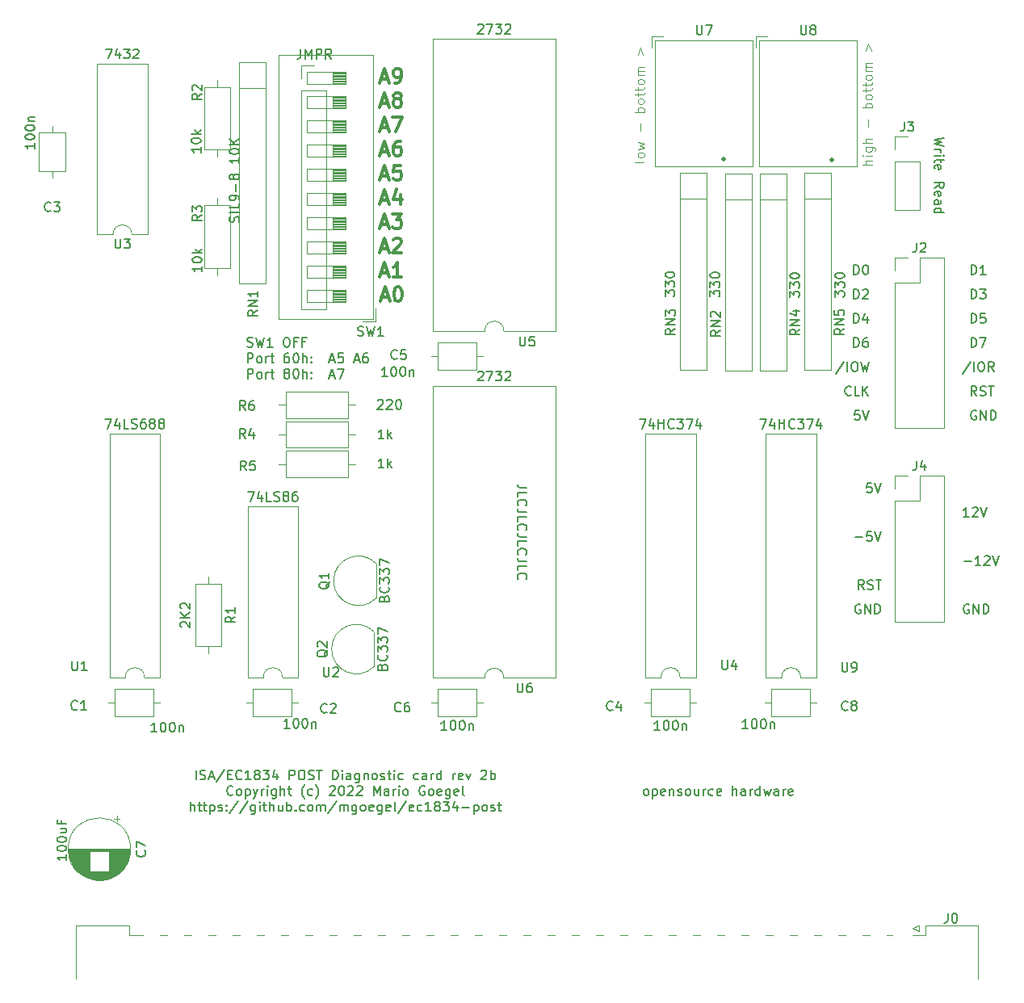
<source format=gbr>
%TF.GenerationSoftware,KiCad,Pcbnew,(5.1.12)-1*%
%TF.CreationDate,2022-05-27T21:16:08+02:00*%
%TF.ProjectId,ec1834-post,65633138-3334-42d7-906f-73742e6b6963,2b*%
%TF.SameCoordinates,Original*%
%TF.FileFunction,Legend,Top*%
%TF.FilePolarity,Positive*%
%FSLAX46Y46*%
G04 Gerber Fmt 4.6, Leading zero omitted, Abs format (unit mm)*
G04 Created by KiCad (PCBNEW (5.1.12)-1) date 2022-05-27 21:16:08*
%MOMM*%
%LPD*%
G01*
G04 APERTURE LIST*
%ADD10C,0.200000*%
%ADD11C,0.100000*%
%ADD12C,0.300000*%
%ADD13C,0.150000*%
%ADD14C,0.120000*%
G04 APERTURE END LIST*
D10*
X117082819Y-101552952D02*
X116368533Y-101552952D01*
X116225676Y-101505333D01*
X116130438Y-101410095D01*
X116082819Y-101267238D01*
X116082819Y-101172000D01*
X116082819Y-102505333D02*
X116082819Y-102029142D01*
X117082819Y-102029142D01*
X116178057Y-103410095D02*
X116130438Y-103362476D01*
X116082819Y-103219619D01*
X116082819Y-103124380D01*
X116130438Y-102981523D01*
X116225676Y-102886285D01*
X116320914Y-102838666D01*
X116511390Y-102791047D01*
X116654247Y-102791047D01*
X116844723Y-102838666D01*
X116939961Y-102886285D01*
X117035200Y-102981523D01*
X117082819Y-103124380D01*
X117082819Y-103219619D01*
X117035200Y-103362476D01*
X116987580Y-103410095D01*
X117082819Y-104124380D02*
X116368533Y-104124380D01*
X116225676Y-104076761D01*
X116130438Y-103981523D01*
X116082819Y-103838666D01*
X116082819Y-103743428D01*
X116082819Y-105076761D02*
X116082819Y-104600571D01*
X117082819Y-104600571D01*
X116178057Y-105981523D02*
X116130438Y-105933904D01*
X116082819Y-105791047D01*
X116082819Y-105695809D01*
X116130438Y-105552952D01*
X116225676Y-105457714D01*
X116320914Y-105410095D01*
X116511390Y-105362476D01*
X116654247Y-105362476D01*
X116844723Y-105410095D01*
X116939961Y-105457714D01*
X117035200Y-105552952D01*
X117082819Y-105695809D01*
X117082819Y-105791047D01*
X117035200Y-105933904D01*
X116987580Y-105981523D01*
X117082819Y-106695809D02*
X116368533Y-106695809D01*
X116225676Y-106648190D01*
X116130438Y-106552952D01*
X116082819Y-106410095D01*
X116082819Y-106314857D01*
X116082819Y-107648190D02*
X116082819Y-107172000D01*
X117082819Y-107172000D01*
X116178057Y-108552952D02*
X116130438Y-108505333D01*
X116082819Y-108362476D01*
X116082819Y-108267238D01*
X116130438Y-108124380D01*
X116225676Y-108029142D01*
X116320914Y-107981523D01*
X116511390Y-107933904D01*
X116654247Y-107933904D01*
X116844723Y-107981523D01*
X116939961Y-108029142D01*
X117035200Y-108124380D01*
X117082819Y-108267238D01*
X117082819Y-108362476D01*
X117035200Y-108505333D01*
X116987580Y-108552952D01*
X117082819Y-109267238D02*
X116368533Y-109267238D01*
X116225676Y-109219619D01*
X116130438Y-109124380D01*
X116082819Y-108981523D01*
X116082819Y-108886285D01*
X116082819Y-110219619D02*
X116082819Y-109743428D01*
X117082819Y-109743428D01*
X116178057Y-111124380D02*
X116130438Y-111076761D01*
X116082819Y-110933904D01*
X116082819Y-110838666D01*
X116130438Y-110695809D01*
X116225676Y-110600571D01*
X116320914Y-110552952D01*
X116511390Y-110505333D01*
X116654247Y-110505333D01*
X116844723Y-110552952D01*
X116939961Y-110600571D01*
X117035200Y-110695809D01*
X117082819Y-110838666D01*
X117082819Y-110933904D01*
X117035200Y-111076761D01*
X116987580Y-111124380D01*
D11*
X153258780Y-67648933D02*
X152258780Y-67648933D01*
X153258780Y-67220361D02*
X152734971Y-67220361D01*
X152639733Y-67267980D01*
X152592114Y-67363219D01*
X152592114Y-67506076D01*
X152639733Y-67601314D01*
X152687352Y-67648933D01*
X153258780Y-66744171D02*
X152592114Y-66744171D01*
X152258780Y-66744171D02*
X152306400Y-66791790D01*
X152354019Y-66744171D01*
X152306400Y-66696552D01*
X152258780Y-66744171D01*
X152354019Y-66744171D01*
X152592114Y-65839409D02*
X153401638Y-65839409D01*
X153496876Y-65887028D01*
X153544495Y-65934647D01*
X153592114Y-66029885D01*
X153592114Y-66172742D01*
X153544495Y-66267980D01*
X153211161Y-65839409D02*
X153258780Y-65934647D01*
X153258780Y-66125123D01*
X153211161Y-66220361D01*
X153163542Y-66267980D01*
X153068304Y-66315600D01*
X152782590Y-66315600D01*
X152687352Y-66267980D01*
X152639733Y-66220361D01*
X152592114Y-66125123D01*
X152592114Y-65934647D01*
X152639733Y-65839409D01*
X153258780Y-65363219D02*
X152258780Y-65363219D01*
X153258780Y-64934647D02*
X152734971Y-64934647D01*
X152639733Y-64982266D01*
X152592114Y-65077504D01*
X152592114Y-65220361D01*
X152639733Y-65315600D01*
X152687352Y-65363219D01*
X152877828Y-63696552D02*
X152877828Y-62934647D01*
X153258780Y-61696552D02*
X152258780Y-61696552D01*
X152639733Y-61696552D02*
X152592114Y-61601314D01*
X152592114Y-61410838D01*
X152639733Y-61315600D01*
X152687352Y-61267980D01*
X152782590Y-61220361D01*
X153068304Y-61220361D01*
X153163542Y-61267980D01*
X153211161Y-61315600D01*
X153258780Y-61410838D01*
X153258780Y-61601314D01*
X153211161Y-61696552D01*
X153258780Y-60648933D02*
X153211161Y-60744171D01*
X153163542Y-60791790D01*
X153068304Y-60839409D01*
X152782590Y-60839409D01*
X152687352Y-60791790D01*
X152639733Y-60744171D01*
X152592114Y-60648933D01*
X152592114Y-60506076D01*
X152639733Y-60410838D01*
X152687352Y-60363219D01*
X152782590Y-60315600D01*
X153068304Y-60315600D01*
X153163542Y-60363219D01*
X153211161Y-60410838D01*
X153258780Y-60506076D01*
X153258780Y-60648933D01*
X152592114Y-60029885D02*
X152592114Y-59648933D01*
X152258780Y-59887028D02*
X153115923Y-59887028D01*
X153211161Y-59839409D01*
X153258780Y-59744171D01*
X153258780Y-59648933D01*
X152592114Y-59458457D02*
X152592114Y-59077504D01*
X152258780Y-59315600D02*
X153115923Y-59315600D01*
X153211161Y-59267980D01*
X153258780Y-59172742D01*
X153258780Y-59077504D01*
X153258780Y-58601314D02*
X153211161Y-58696552D01*
X153163542Y-58744171D01*
X153068304Y-58791790D01*
X152782590Y-58791790D01*
X152687352Y-58744171D01*
X152639733Y-58696552D01*
X152592114Y-58601314D01*
X152592114Y-58458457D01*
X152639733Y-58363219D01*
X152687352Y-58315600D01*
X152782590Y-58267980D01*
X153068304Y-58267980D01*
X153163542Y-58315600D01*
X153211161Y-58363219D01*
X153258780Y-58458457D01*
X153258780Y-58601314D01*
X153258780Y-57839409D02*
X152592114Y-57839409D01*
X152687352Y-57839409D02*
X152639733Y-57791790D01*
X152592114Y-57696552D01*
X152592114Y-57553695D01*
X152639733Y-57458457D01*
X152734971Y-57410838D01*
X153258780Y-57410838D01*
X152734971Y-57410838D02*
X152639733Y-57363219D01*
X152592114Y-57267980D01*
X152592114Y-57125123D01*
X152639733Y-57029885D01*
X152734971Y-56982266D01*
X153258780Y-56982266D01*
X152592114Y-55744171D02*
X152877828Y-54982266D01*
X153163542Y-55744171D01*
X129372620Y-67250533D02*
X129325001Y-67345771D01*
X129229763Y-67393390D01*
X128372620Y-67393390D01*
X129372620Y-66726723D02*
X129325001Y-66821961D01*
X129277382Y-66869580D01*
X129182144Y-66917200D01*
X128896430Y-66917200D01*
X128801192Y-66869580D01*
X128753573Y-66821961D01*
X128705954Y-66726723D01*
X128705954Y-66583866D01*
X128753573Y-66488628D01*
X128801192Y-66441009D01*
X128896430Y-66393390D01*
X129182144Y-66393390D01*
X129277382Y-66441009D01*
X129325001Y-66488628D01*
X129372620Y-66583866D01*
X129372620Y-66726723D01*
X128705954Y-66060057D02*
X129372620Y-65869580D01*
X128896430Y-65679104D01*
X129372620Y-65488628D01*
X128705954Y-65298152D01*
X128991668Y-64155295D02*
X128991668Y-63393390D01*
X129372620Y-62155295D02*
X128372620Y-62155295D01*
X128753573Y-62155295D02*
X128705954Y-62060057D01*
X128705954Y-61869580D01*
X128753573Y-61774342D01*
X128801192Y-61726723D01*
X128896430Y-61679104D01*
X129182144Y-61679104D01*
X129277382Y-61726723D01*
X129325001Y-61774342D01*
X129372620Y-61869580D01*
X129372620Y-62060057D01*
X129325001Y-62155295D01*
X129372620Y-61107676D02*
X129325001Y-61202914D01*
X129277382Y-61250533D01*
X129182144Y-61298152D01*
X128896430Y-61298152D01*
X128801192Y-61250533D01*
X128753573Y-61202914D01*
X128705954Y-61107676D01*
X128705954Y-60964819D01*
X128753573Y-60869580D01*
X128801192Y-60821961D01*
X128896430Y-60774342D01*
X129182144Y-60774342D01*
X129277382Y-60821961D01*
X129325001Y-60869580D01*
X129372620Y-60964819D01*
X129372620Y-61107676D01*
X128705954Y-60488628D02*
X128705954Y-60107676D01*
X128372620Y-60345771D02*
X129229763Y-60345771D01*
X129325001Y-60298152D01*
X129372620Y-60202914D01*
X129372620Y-60107676D01*
X128705954Y-59917200D02*
X128705954Y-59536247D01*
X128372620Y-59774342D02*
X129229763Y-59774342D01*
X129325001Y-59726723D01*
X129372620Y-59631485D01*
X129372620Y-59536247D01*
X129372620Y-59060057D02*
X129325001Y-59155295D01*
X129277382Y-59202914D01*
X129182144Y-59250533D01*
X128896430Y-59250533D01*
X128801192Y-59202914D01*
X128753573Y-59155295D01*
X128705954Y-59060057D01*
X128705954Y-58917200D01*
X128753573Y-58821961D01*
X128801192Y-58774342D01*
X128896430Y-58726723D01*
X129182144Y-58726723D01*
X129277382Y-58774342D01*
X129325001Y-58821961D01*
X129372620Y-58917200D01*
X129372620Y-59060057D01*
X129372620Y-58298152D02*
X128705954Y-58298152D01*
X128801192Y-58298152D02*
X128753573Y-58250533D01*
X128705954Y-58155295D01*
X128705954Y-58012438D01*
X128753573Y-57917200D01*
X128848811Y-57869580D01*
X129372620Y-57869580D01*
X128848811Y-57869580D02*
X128753573Y-57821961D01*
X128705954Y-57726723D01*
X128705954Y-57583866D01*
X128753573Y-57488628D01*
X128848811Y-57441009D01*
X129372620Y-57441009D01*
X128705954Y-56202914D02*
X128991668Y-55441009D01*
X129277382Y-56202914D01*
D12*
X149031960Y-67078634D02*
X149103388Y-67150062D01*
X149031960Y-67221491D01*
X148960531Y-67150062D01*
X149031960Y-67078634D01*
X149031960Y-67221491D01*
X137698480Y-66992274D02*
X137769908Y-67063702D01*
X137698480Y-67135131D01*
X137627051Y-67063702D01*
X137698480Y-66992274D01*
X137698480Y-67135131D01*
D13*
X150353395Y-88304761D02*
X149496252Y-89590476D01*
X150686728Y-89352380D02*
X150686728Y-88352380D01*
X151353395Y-88352380D02*
X151543871Y-88352380D01*
X151639109Y-88400000D01*
X151734347Y-88495238D01*
X151781966Y-88685714D01*
X151781966Y-89019047D01*
X151734347Y-89209523D01*
X151639109Y-89304761D01*
X151543871Y-89352380D01*
X151353395Y-89352380D01*
X151258157Y-89304761D01*
X151162919Y-89209523D01*
X151115300Y-89019047D01*
X151115300Y-88685714D01*
X151162919Y-88495238D01*
X151258157Y-88400000D01*
X151353395Y-88352380D01*
X152115300Y-88352380D02*
X152353395Y-89352380D01*
X152543871Y-88638095D01*
X152734347Y-89352380D01*
X152972442Y-88352380D01*
X87765576Y-86740361D02*
X87908433Y-86787980D01*
X88146528Y-86787980D01*
X88241766Y-86740361D01*
X88289385Y-86692742D01*
X88337004Y-86597504D01*
X88337004Y-86502266D01*
X88289385Y-86407028D01*
X88241766Y-86359409D01*
X88146528Y-86311790D01*
X87956052Y-86264171D01*
X87860814Y-86216552D01*
X87813195Y-86168933D01*
X87765576Y-86073695D01*
X87765576Y-85978457D01*
X87813195Y-85883219D01*
X87860814Y-85835600D01*
X87956052Y-85787980D01*
X88194147Y-85787980D01*
X88337004Y-85835600D01*
X88670338Y-85787980D02*
X88908433Y-86787980D01*
X89098909Y-86073695D01*
X89289385Y-86787980D01*
X89527480Y-85787980D01*
X90432242Y-86787980D02*
X89860814Y-86787980D01*
X90146528Y-86787980D02*
X90146528Y-85787980D01*
X90051290Y-85930838D01*
X89956052Y-86026076D01*
X89860814Y-86073695D01*
X91813195Y-85787980D02*
X92003671Y-85787980D01*
X92098909Y-85835600D01*
X92194147Y-85930838D01*
X92241766Y-86121314D01*
X92241766Y-86454647D01*
X92194147Y-86645123D01*
X92098909Y-86740361D01*
X92003671Y-86787980D01*
X91813195Y-86787980D01*
X91717957Y-86740361D01*
X91622719Y-86645123D01*
X91575100Y-86454647D01*
X91575100Y-86121314D01*
X91622719Y-85930838D01*
X91717957Y-85835600D01*
X91813195Y-85787980D01*
X93003671Y-86264171D02*
X92670338Y-86264171D01*
X92670338Y-86787980D02*
X92670338Y-85787980D01*
X93146528Y-85787980D01*
X93860814Y-86264171D02*
X93527480Y-86264171D01*
X93527480Y-86787980D02*
X93527480Y-85787980D01*
X94003671Y-85787980D01*
X87813195Y-88437980D02*
X87813195Y-87437980D01*
X88194147Y-87437980D01*
X88289385Y-87485600D01*
X88337004Y-87533219D01*
X88384623Y-87628457D01*
X88384623Y-87771314D01*
X88337004Y-87866552D01*
X88289385Y-87914171D01*
X88194147Y-87961790D01*
X87813195Y-87961790D01*
X88956052Y-88437980D02*
X88860814Y-88390361D01*
X88813195Y-88342742D01*
X88765576Y-88247504D01*
X88765576Y-87961790D01*
X88813195Y-87866552D01*
X88860814Y-87818933D01*
X88956052Y-87771314D01*
X89098909Y-87771314D01*
X89194147Y-87818933D01*
X89241766Y-87866552D01*
X89289385Y-87961790D01*
X89289385Y-88247504D01*
X89241766Y-88342742D01*
X89194147Y-88390361D01*
X89098909Y-88437980D01*
X88956052Y-88437980D01*
X89717957Y-88437980D02*
X89717957Y-87771314D01*
X89717957Y-87961790D02*
X89765576Y-87866552D01*
X89813195Y-87818933D01*
X89908433Y-87771314D01*
X90003671Y-87771314D01*
X90194147Y-87771314D02*
X90575100Y-87771314D01*
X90337004Y-87437980D02*
X90337004Y-88295123D01*
X90384623Y-88390361D01*
X90479861Y-88437980D01*
X90575100Y-88437980D01*
X92098909Y-87437980D02*
X91908433Y-87437980D01*
X91813195Y-87485600D01*
X91765576Y-87533219D01*
X91670338Y-87676076D01*
X91622719Y-87866552D01*
X91622719Y-88247504D01*
X91670338Y-88342742D01*
X91717957Y-88390361D01*
X91813195Y-88437980D01*
X92003671Y-88437980D01*
X92098909Y-88390361D01*
X92146528Y-88342742D01*
X92194147Y-88247504D01*
X92194147Y-88009409D01*
X92146528Y-87914171D01*
X92098909Y-87866552D01*
X92003671Y-87818933D01*
X91813195Y-87818933D01*
X91717957Y-87866552D01*
X91670338Y-87914171D01*
X91622719Y-88009409D01*
X92813195Y-87437980D02*
X92908433Y-87437980D01*
X93003671Y-87485600D01*
X93051290Y-87533219D01*
X93098909Y-87628457D01*
X93146528Y-87818933D01*
X93146528Y-88057028D01*
X93098909Y-88247504D01*
X93051290Y-88342742D01*
X93003671Y-88390361D01*
X92908433Y-88437980D01*
X92813195Y-88437980D01*
X92717957Y-88390361D01*
X92670338Y-88342742D01*
X92622719Y-88247504D01*
X92575100Y-88057028D01*
X92575100Y-87818933D01*
X92622719Y-87628457D01*
X92670338Y-87533219D01*
X92717957Y-87485600D01*
X92813195Y-87437980D01*
X93575100Y-88437980D02*
X93575100Y-87437980D01*
X94003671Y-88437980D02*
X94003671Y-87914171D01*
X93956052Y-87818933D01*
X93860814Y-87771314D01*
X93717957Y-87771314D01*
X93622719Y-87818933D01*
X93575100Y-87866552D01*
X94479861Y-88342742D02*
X94527480Y-88390361D01*
X94479861Y-88437980D01*
X94432242Y-88390361D01*
X94479861Y-88342742D01*
X94479861Y-88437980D01*
X94479861Y-87818933D02*
X94527480Y-87866552D01*
X94479861Y-87914171D01*
X94432242Y-87866552D01*
X94479861Y-87818933D01*
X94479861Y-87914171D01*
X96432242Y-88152266D02*
X96908433Y-88152266D01*
X96337004Y-88437980D02*
X96670338Y-87437980D01*
X97003671Y-88437980D01*
X97813195Y-87437980D02*
X97337004Y-87437980D01*
X97289385Y-87914171D01*
X97337004Y-87866552D01*
X97432242Y-87818933D01*
X97670338Y-87818933D01*
X97765576Y-87866552D01*
X97813195Y-87914171D01*
X97860814Y-88009409D01*
X97860814Y-88247504D01*
X97813195Y-88342742D01*
X97765576Y-88390361D01*
X97670338Y-88437980D01*
X97432242Y-88437980D01*
X97337004Y-88390361D01*
X97289385Y-88342742D01*
X99003671Y-88152266D02*
X99479861Y-88152266D01*
X98908433Y-88437980D02*
X99241766Y-87437980D01*
X99575100Y-88437980D01*
X100337004Y-87437980D02*
X100146528Y-87437980D01*
X100051290Y-87485600D01*
X100003671Y-87533219D01*
X99908433Y-87676076D01*
X99860814Y-87866552D01*
X99860814Y-88247504D01*
X99908433Y-88342742D01*
X99956052Y-88390361D01*
X100051290Y-88437980D01*
X100241766Y-88437980D01*
X100337004Y-88390361D01*
X100384623Y-88342742D01*
X100432242Y-88247504D01*
X100432242Y-88009409D01*
X100384623Y-87914171D01*
X100337004Y-87866552D01*
X100241766Y-87818933D01*
X100051290Y-87818933D01*
X99956052Y-87866552D01*
X99908433Y-87914171D01*
X99860814Y-88009409D01*
X87813195Y-90087980D02*
X87813195Y-89087980D01*
X88194147Y-89087980D01*
X88289385Y-89135600D01*
X88337004Y-89183219D01*
X88384623Y-89278457D01*
X88384623Y-89421314D01*
X88337004Y-89516552D01*
X88289385Y-89564171D01*
X88194147Y-89611790D01*
X87813195Y-89611790D01*
X88956052Y-90087980D02*
X88860814Y-90040361D01*
X88813195Y-89992742D01*
X88765576Y-89897504D01*
X88765576Y-89611790D01*
X88813195Y-89516552D01*
X88860814Y-89468933D01*
X88956052Y-89421314D01*
X89098909Y-89421314D01*
X89194147Y-89468933D01*
X89241766Y-89516552D01*
X89289385Y-89611790D01*
X89289385Y-89897504D01*
X89241766Y-89992742D01*
X89194147Y-90040361D01*
X89098909Y-90087980D01*
X88956052Y-90087980D01*
X89717957Y-90087980D02*
X89717957Y-89421314D01*
X89717957Y-89611790D02*
X89765576Y-89516552D01*
X89813195Y-89468933D01*
X89908433Y-89421314D01*
X90003671Y-89421314D01*
X90194147Y-89421314D02*
X90575100Y-89421314D01*
X90337004Y-89087980D02*
X90337004Y-89945123D01*
X90384623Y-90040361D01*
X90479861Y-90087980D01*
X90575100Y-90087980D01*
X91813195Y-89516552D02*
X91717957Y-89468933D01*
X91670338Y-89421314D01*
X91622719Y-89326076D01*
X91622719Y-89278457D01*
X91670338Y-89183219D01*
X91717957Y-89135600D01*
X91813195Y-89087980D01*
X92003671Y-89087980D01*
X92098909Y-89135600D01*
X92146528Y-89183219D01*
X92194147Y-89278457D01*
X92194147Y-89326076D01*
X92146528Y-89421314D01*
X92098909Y-89468933D01*
X92003671Y-89516552D01*
X91813195Y-89516552D01*
X91717957Y-89564171D01*
X91670338Y-89611790D01*
X91622719Y-89707028D01*
X91622719Y-89897504D01*
X91670338Y-89992742D01*
X91717957Y-90040361D01*
X91813195Y-90087980D01*
X92003671Y-90087980D01*
X92098909Y-90040361D01*
X92146528Y-89992742D01*
X92194147Y-89897504D01*
X92194147Y-89707028D01*
X92146528Y-89611790D01*
X92098909Y-89564171D01*
X92003671Y-89516552D01*
X92813195Y-89087980D02*
X92908433Y-89087980D01*
X93003671Y-89135600D01*
X93051290Y-89183219D01*
X93098909Y-89278457D01*
X93146528Y-89468933D01*
X93146528Y-89707028D01*
X93098909Y-89897504D01*
X93051290Y-89992742D01*
X93003671Y-90040361D01*
X92908433Y-90087980D01*
X92813195Y-90087980D01*
X92717957Y-90040361D01*
X92670338Y-89992742D01*
X92622719Y-89897504D01*
X92575100Y-89707028D01*
X92575100Y-89468933D01*
X92622719Y-89278457D01*
X92670338Y-89183219D01*
X92717957Y-89135600D01*
X92813195Y-89087980D01*
X93575100Y-90087980D02*
X93575100Y-89087980D01*
X94003671Y-90087980D02*
X94003671Y-89564171D01*
X93956052Y-89468933D01*
X93860814Y-89421314D01*
X93717957Y-89421314D01*
X93622719Y-89468933D01*
X93575100Y-89516552D01*
X94479861Y-89992742D02*
X94527480Y-90040361D01*
X94479861Y-90087980D01*
X94432242Y-90040361D01*
X94479861Y-89992742D01*
X94479861Y-90087980D01*
X94479861Y-89468933D02*
X94527480Y-89516552D01*
X94479861Y-89564171D01*
X94432242Y-89516552D01*
X94479861Y-89468933D01*
X94479861Y-89564171D01*
X96432242Y-89802266D02*
X96908433Y-89802266D01*
X96337004Y-90087980D02*
X96670338Y-89087980D01*
X97003671Y-90087980D01*
X97241766Y-89087980D02*
X97908433Y-89087980D01*
X97479861Y-90087980D01*
X151350214Y-79192380D02*
X151350214Y-78192380D01*
X151588309Y-78192380D01*
X151731166Y-78240000D01*
X151826404Y-78335238D01*
X151874023Y-78430476D01*
X151921642Y-78620952D01*
X151921642Y-78763809D01*
X151874023Y-78954285D01*
X151826404Y-79049523D01*
X151731166Y-79144761D01*
X151588309Y-79192380D01*
X151350214Y-79192380D01*
X152540690Y-78192380D02*
X152635928Y-78192380D01*
X152731166Y-78240000D01*
X152778785Y-78287619D01*
X152826404Y-78382857D01*
X152874023Y-78573333D01*
X152874023Y-78811428D01*
X152826404Y-79001904D01*
X152778785Y-79097142D01*
X152731166Y-79144761D01*
X152635928Y-79192380D01*
X152540690Y-79192380D01*
X152445452Y-79144761D01*
X152397833Y-79097142D01*
X152350214Y-79001904D01*
X152302595Y-78811428D01*
X152302595Y-78573333D01*
X152350214Y-78382857D01*
X152397833Y-78287619D01*
X152445452Y-78240000D01*
X152540690Y-78192380D01*
X163657595Y-79192380D02*
X163657595Y-78192380D01*
X163895690Y-78192380D01*
X164038547Y-78240000D01*
X164133785Y-78335238D01*
X164181404Y-78430476D01*
X164229023Y-78620952D01*
X164229023Y-78763809D01*
X164181404Y-78954285D01*
X164133785Y-79049523D01*
X164038547Y-79144761D01*
X163895690Y-79192380D01*
X163657595Y-79192380D01*
X165181404Y-79192380D02*
X164609976Y-79192380D01*
X164895690Y-79192380D02*
X164895690Y-78192380D01*
X164800452Y-78335238D01*
X164705214Y-78430476D01*
X164609976Y-78478095D01*
X151350214Y-81732380D02*
X151350214Y-80732380D01*
X151588309Y-80732380D01*
X151731166Y-80780000D01*
X151826404Y-80875238D01*
X151874023Y-80970476D01*
X151921642Y-81160952D01*
X151921642Y-81303809D01*
X151874023Y-81494285D01*
X151826404Y-81589523D01*
X151731166Y-81684761D01*
X151588309Y-81732380D01*
X151350214Y-81732380D01*
X152302595Y-80827619D02*
X152350214Y-80780000D01*
X152445452Y-80732380D01*
X152683547Y-80732380D01*
X152778785Y-80780000D01*
X152826404Y-80827619D01*
X152874023Y-80922857D01*
X152874023Y-81018095D01*
X152826404Y-81160952D01*
X152254976Y-81732380D01*
X152874023Y-81732380D01*
X163657595Y-81732380D02*
X163657595Y-80732380D01*
X163895690Y-80732380D01*
X164038547Y-80780000D01*
X164133785Y-80875238D01*
X164181404Y-80970476D01*
X164229023Y-81160952D01*
X164229023Y-81303809D01*
X164181404Y-81494285D01*
X164133785Y-81589523D01*
X164038547Y-81684761D01*
X163895690Y-81732380D01*
X163657595Y-81732380D01*
X164562357Y-80732380D02*
X165181404Y-80732380D01*
X164848071Y-81113333D01*
X164990928Y-81113333D01*
X165086166Y-81160952D01*
X165133785Y-81208571D01*
X165181404Y-81303809D01*
X165181404Y-81541904D01*
X165133785Y-81637142D01*
X165086166Y-81684761D01*
X164990928Y-81732380D01*
X164705214Y-81732380D01*
X164609976Y-81684761D01*
X164562357Y-81637142D01*
X151350214Y-84272380D02*
X151350214Y-83272380D01*
X151588309Y-83272380D01*
X151731166Y-83320000D01*
X151826404Y-83415238D01*
X151874023Y-83510476D01*
X151921642Y-83700952D01*
X151921642Y-83843809D01*
X151874023Y-84034285D01*
X151826404Y-84129523D01*
X151731166Y-84224761D01*
X151588309Y-84272380D01*
X151350214Y-84272380D01*
X152778785Y-83605714D02*
X152778785Y-84272380D01*
X152540690Y-83224761D02*
X152302595Y-83939047D01*
X152921642Y-83939047D01*
X163657595Y-84272380D02*
X163657595Y-83272380D01*
X163895690Y-83272380D01*
X164038547Y-83320000D01*
X164133785Y-83415238D01*
X164181404Y-83510476D01*
X164229023Y-83700952D01*
X164229023Y-83843809D01*
X164181404Y-84034285D01*
X164133785Y-84129523D01*
X164038547Y-84224761D01*
X163895690Y-84272380D01*
X163657595Y-84272380D01*
X165133785Y-83272380D02*
X164657595Y-83272380D01*
X164609976Y-83748571D01*
X164657595Y-83700952D01*
X164752833Y-83653333D01*
X164990928Y-83653333D01*
X165086166Y-83700952D01*
X165133785Y-83748571D01*
X165181404Y-83843809D01*
X165181404Y-84081904D01*
X165133785Y-84177142D01*
X165086166Y-84224761D01*
X164990928Y-84272380D01*
X164752833Y-84272380D01*
X164657595Y-84224761D01*
X164609976Y-84177142D01*
X151350214Y-86812380D02*
X151350214Y-85812380D01*
X151588309Y-85812380D01*
X151731166Y-85860000D01*
X151826404Y-85955238D01*
X151874023Y-86050476D01*
X151921642Y-86240952D01*
X151921642Y-86383809D01*
X151874023Y-86574285D01*
X151826404Y-86669523D01*
X151731166Y-86764761D01*
X151588309Y-86812380D01*
X151350214Y-86812380D01*
X152778785Y-85812380D02*
X152588309Y-85812380D01*
X152493071Y-85860000D01*
X152445452Y-85907619D01*
X152350214Y-86050476D01*
X152302595Y-86240952D01*
X152302595Y-86621904D01*
X152350214Y-86717142D01*
X152397833Y-86764761D01*
X152493071Y-86812380D01*
X152683547Y-86812380D01*
X152778785Y-86764761D01*
X152826404Y-86717142D01*
X152874023Y-86621904D01*
X152874023Y-86383809D01*
X152826404Y-86288571D01*
X152778785Y-86240952D01*
X152683547Y-86193333D01*
X152493071Y-86193333D01*
X152397833Y-86240952D01*
X152350214Y-86288571D01*
X152302595Y-86383809D01*
X163657595Y-86812380D02*
X163657595Y-85812380D01*
X163895690Y-85812380D01*
X164038547Y-85860000D01*
X164133785Y-85955238D01*
X164181404Y-86050476D01*
X164229023Y-86240952D01*
X164229023Y-86383809D01*
X164181404Y-86574285D01*
X164133785Y-86669523D01*
X164038547Y-86764761D01*
X163895690Y-86812380D01*
X163657595Y-86812380D01*
X164562357Y-85812380D02*
X165229023Y-85812380D01*
X164800452Y-86812380D01*
X163609880Y-88304761D02*
X162752738Y-89590476D01*
X163943214Y-89352380D02*
X163943214Y-88352380D01*
X164609880Y-88352380D02*
X164800357Y-88352380D01*
X164895595Y-88400000D01*
X164990833Y-88495238D01*
X165038452Y-88685714D01*
X165038452Y-89019047D01*
X164990833Y-89209523D01*
X164895595Y-89304761D01*
X164800357Y-89352380D01*
X164609880Y-89352380D01*
X164514642Y-89304761D01*
X164419404Y-89209523D01*
X164371785Y-89019047D01*
X164371785Y-88685714D01*
X164419404Y-88495238D01*
X164514642Y-88400000D01*
X164609880Y-88352380D01*
X166038452Y-89352380D02*
X165705119Y-88876190D01*
X165467023Y-89352380D02*
X165467023Y-88352380D01*
X165847976Y-88352380D01*
X165943214Y-88400000D01*
X165990833Y-88447619D01*
X166038452Y-88542857D01*
X166038452Y-88685714D01*
X165990833Y-88780952D01*
X165943214Y-88828571D01*
X165847976Y-88876190D01*
X165467023Y-88876190D01*
X151064500Y-91797142D02*
X151016880Y-91844761D01*
X150874023Y-91892380D01*
X150778785Y-91892380D01*
X150635928Y-91844761D01*
X150540690Y-91749523D01*
X150493071Y-91654285D01*
X150445452Y-91463809D01*
X150445452Y-91320952D01*
X150493071Y-91130476D01*
X150540690Y-91035238D01*
X150635928Y-90940000D01*
X150778785Y-90892380D01*
X150874023Y-90892380D01*
X151016880Y-90940000D01*
X151064500Y-90987619D01*
X151969261Y-91892380D02*
X151493071Y-91892380D01*
X151493071Y-90892380D01*
X152302595Y-91892380D02*
X152302595Y-90892380D01*
X152874023Y-91892380D02*
X152445452Y-91320952D01*
X152874023Y-90892380D02*
X152302595Y-91463809D01*
X164229023Y-91892380D02*
X163895690Y-91416190D01*
X163657595Y-91892380D02*
X163657595Y-90892380D01*
X164038547Y-90892380D01*
X164133785Y-90940000D01*
X164181404Y-90987619D01*
X164229023Y-91082857D01*
X164229023Y-91225714D01*
X164181404Y-91320952D01*
X164133785Y-91368571D01*
X164038547Y-91416190D01*
X163657595Y-91416190D01*
X164609976Y-91844761D02*
X164752833Y-91892380D01*
X164990928Y-91892380D01*
X165086166Y-91844761D01*
X165133785Y-91797142D01*
X165181404Y-91701904D01*
X165181404Y-91606666D01*
X165133785Y-91511428D01*
X165086166Y-91463809D01*
X164990928Y-91416190D01*
X164800452Y-91368571D01*
X164705214Y-91320952D01*
X164657595Y-91273333D01*
X164609976Y-91178095D01*
X164609976Y-91082857D01*
X164657595Y-90987619D01*
X164705214Y-90940000D01*
X164800452Y-90892380D01*
X165038547Y-90892380D01*
X165181404Y-90940000D01*
X165467119Y-90892380D02*
X166038547Y-90892380D01*
X165752833Y-91892380D02*
X165752833Y-90892380D01*
X151969261Y-93432380D02*
X151493071Y-93432380D01*
X151445452Y-93908571D01*
X151493071Y-93860952D01*
X151588309Y-93813333D01*
X151826404Y-93813333D01*
X151921642Y-93860952D01*
X151969261Y-93908571D01*
X152016880Y-94003809D01*
X152016880Y-94241904D01*
X151969261Y-94337142D01*
X151921642Y-94384761D01*
X151826404Y-94432380D01*
X151588309Y-94432380D01*
X151493071Y-94384761D01*
X151445452Y-94337142D01*
X152302595Y-93432380D02*
X152635928Y-94432380D01*
X152969261Y-93432380D01*
X164181404Y-93480000D02*
X164086166Y-93432380D01*
X163943309Y-93432380D01*
X163800452Y-93480000D01*
X163705214Y-93575238D01*
X163657595Y-93670476D01*
X163609976Y-93860952D01*
X163609976Y-94003809D01*
X163657595Y-94194285D01*
X163705214Y-94289523D01*
X163800452Y-94384761D01*
X163943309Y-94432380D01*
X164038547Y-94432380D01*
X164181404Y-94384761D01*
X164229023Y-94337142D01*
X164229023Y-94003809D01*
X164038547Y-94003809D01*
X164657595Y-94432380D02*
X164657595Y-93432380D01*
X165229023Y-94432380D01*
X165229023Y-93432380D01*
X165705214Y-94432380D02*
X165705214Y-93432380D01*
X165943309Y-93432380D01*
X166086166Y-93480000D01*
X166181404Y-93575238D01*
X166229023Y-93670476D01*
X166276642Y-93860952D01*
X166276642Y-94003809D01*
X166229023Y-94194285D01*
X166181404Y-94289523D01*
X166086166Y-94384761D01*
X165943309Y-94432380D01*
X165705214Y-94432380D01*
X162895595Y-109291428D02*
X163657500Y-109291428D01*
X164657500Y-109672380D02*
X164086071Y-109672380D01*
X164371785Y-109672380D02*
X164371785Y-108672380D01*
X164276547Y-108815238D01*
X164181309Y-108910476D01*
X164086071Y-108958095D01*
X165038452Y-108767619D02*
X165086071Y-108720000D01*
X165181309Y-108672380D01*
X165419404Y-108672380D01*
X165514642Y-108720000D01*
X165562261Y-108767619D01*
X165609880Y-108862857D01*
X165609880Y-108958095D01*
X165562261Y-109100952D01*
X164990833Y-109672380D01*
X165609880Y-109672380D01*
X165895595Y-108672380D02*
X166228928Y-109672380D01*
X166562261Y-108672380D01*
X163419404Y-104592380D02*
X162847976Y-104592380D01*
X163133690Y-104592380D02*
X163133690Y-103592380D01*
X163038452Y-103735238D01*
X162943214Y-103830476D01*
X162847976Y-103878095D01*
X163800357Y-103687619D02*
X163847976Y-103640000D01*
X163943214Y-103592380D01*
X164181309Y-103592380D01*
X164276547Y-103640000D01*
X164324166Y-103687619D01*
X164371785Y-103782857D01*
X164371785Y-103878095D01*
X164324166Y-104020952D01*
X163752738Y-104592380D01*
X164371785Y-104592380D01*
X164657500Y-103592380D02*
X164990833Y-104592380D01*
X165324166Y-103592380D01*
X153239261Y-101052380D02*
X152763071Y-101052380D01*
X152715452Y-101528571D01*
X152763071Y-101480952D01*
X152858309Y-101433333D01*
X153096404Y-101433333D01*
X153191642Y-101480952D01*
X153239261Y-101528571D01*
X153286880Y-101623809D01*
X153286880Y-101861904D01*
X153239261Y-101957142D01*
X153191642Y-102004761D01*
X153096404Y-102052380D01*
X152858309Y-102052380D01*
X152763071Y-102004761D01*
X152715452Y-101957142D01*
X153572595Y-101052380D02*
X153905928Y-102052380D01*
X154239261Y-101052380D01*
X151524976Y-106751428D02*
X152286880Y-106751428D01*
X153239261Y-106132380D02*
X152763071Y-106132380D01*
X152715452Y-106608571D01*
X152763071Y-106560952D01*
X152858309Y-106513333D01*
X153096404Y-106513333D01*
X153191642Y-106560952D01*
X153239261Y-106608571D01*
X153286880Y-106703809D01*
X153286880Y-106941904D01*
X153239261Y-107037142D01*
X153191642Y-107084761D01*
X153096404Y-107132380D01*
X152858309Y-107132380D01*
X152763071Y-107084761D01*
X152715452Y-107037142D01*
X153572595Y-106132380D02*
X153905928Y-107132380D01*
X154239261Y-106132380D01*
X152429738Y-112212380D02*
X152096404Y-111736190D01*
X151858309Y-112212380D02*
X151858309Y-111212380D01*
X152239261Y-111212380D01*
X152334500Y-111260000D01*
X152382119Y-111307619D01*
X152429738Y-111402857D01*
X152429738Y-111545714D01*
X152382119Y-111640952D01*
X152334500Y-111688571D01*
X152239261Y-111736190D01*
X151858309Y-111736190D01*
X152810690Y-112164761D02*
X152953547Y-112212380D01*
X153191642Y-112212380D01*
X153286880Y-112164761D01*
X153334500Y-112117142D01*
X153382119Y-112021904D01*
X153382119Y-111926666D01*
X153334500Y-111831428D01*
X153286880Y-111783809D01*
X153191642Y-111736190D01*
X153001166Y-111688571D01*
X152905928Y-111640952D01*
X152858309Y-111593333D01*
X152810690Y-111498095D01*
X152810690Y-111402857D01*
X152858309Y-111307619D01*
X152905928Y-111260000D01*
X153001166Y-111212380D01*
X153239261Y-111212380D01*
X153382119Y-111260000D01*
X153667833Y-111212380D02*
X154239261Y-111212380D01*
X153953547Y-112212380D02*
X153953547Y-111212380D01*
X152048785Y-113800000D02*
X151953547Y-113752380D01*
X151810690Y-113752380D01*
X151667833Y-113800000D01*
X151572595Y-113895238D01*
X151524976Y-113990476D01*
X151477357Y-114180952D01*
X151477357Y-114323809D01*
X151524976Y-114514285D01*
X151572595Y-114609523D01*
X151667833Y-114704761D01*
X151810690Y-114752380D01*
X151905928Y-114752380D01*
X152048785Y-114704761D01*
X152096404Y-114657142D01*
X152096404Y-114323809D01*
X151905928Y-114323809D01*
X152524976Y-114752380D02*
X152524976Y-113752380D01*
X153096404Y-114752380D01*
X153096404Y-113752380D01*
X153572595Y-114752380D02*
X153572595Y-113752380D01*
X153810690Y-113752380D01*
X153953547Y-113800000D01*
X154048785Y-113895238D01*
X154096404Y-113990476D01*
X154144023Y-114180952D01*
X154144023Y-114323809D01*
X154096404Y-114514285D01*
X154048785Y-114609523D01*
X153953547Y-114704761D01*
X153810690Y-114752380D01*
X153572595Y-114752380D01*
X163419404Y-113800000D02*
X163324166Y-113752380D01*
X163181309Y-113752380D01*
X163038452Y-113800000D01*
X162943214Y-113895238D01*
X162895595Y-113990476D01*
X162847976Y-114180952D01*
X162847976Y-114323809D01*
X162895595Y-114514285D01*
X162943214Y-114609523D01*
X163038452Y-114704761D01*
X163181309Y-114752380D01*
X163276547Y-114752380D01*
X163419404Y-114704761D01*
X163467023Y-114657142D01*
X163467023Y-114323809D01*
X163276547Y-114323809D01*
X163895595Y-114752380D02*
X163895595Y-113752380D01*
X164467023Y-114752380D01*
X164467023Y-113752380D01*
X164943214Y-114752380D02*
X164943214Y-113752380D01*
X165181309Y-113752380D01*
X165324166Y-113800000D01*
X165419404Y-113895238D01*
X165467023Y-113990476D01*
X165514642Y-114180952D01*
X165514642Y-114323809D01*
X165467023Y-114514285D01*
X165419404Y-114609523D01*
X165324166Y-114704761D01*
X165181309Y-114752380D01*
X164943214Y-114752380D01*
X129517142Y-133802380D02*
X129421904Y-133754761D01*
X129374285Y-133707142D01*
X129326666Y-133611904D01*
X129326666Y-133326190D01*
X129374285Y-133230952D01*
X129421904Y-133183333D01*
X129517142Y-133135714D01*
X129660000Y-133135714D01*
X129755238Y-133183333D01*
X129802857Y-133230952D01*
X129850476Y-133326190D01*
X129850476Y-133611904D01*
X129802857Y-133707142D01*
X129755238Y-133754761D01*
X129660000Y-133802380D01*
X129517142Y-133802380D01*
X130279047Y-133135714D02*
X130279047Y-134135714D01*
X130279047Y-133183333D02*
X130374285Y-133135714D01*
X130564761Y-133135714D01*
X130660000Y-133183333D01*
X130707619Y-133230952D01*
X130755238Y-133326190D01*
X130755238Y-133611904D01*
X130707619Y-133707142D01*
X130660000Y-133754761D01*
X130564761Y-133802380D01*
X130374285Y-133802380D01*
X130279047Y-133754761D01*
X131564761Y-133754761D02*
X131469523Y-133802380D01*
X131279047Y-133802380D01*
X131183809Y-133754761D01*
X131136190Y-133659523D01*
X131136190Y-133278571D01*
X131183809Y-133183333D01*
X131279047Y-133135714D01*
X131469523Y-133135714D01*
X131564761Y-133183333D01*
X131612380Y-133278571D01*
X131612380Y-133373809D01*
X131136190Y-133469047D01*
X132040952Y-133135714D02*
X132040952Y-133802380D01*
X132040952Y-133230952D02*
X132088571Y-133183333D01*
X132183809Y-133135714D01*
X132326666Y-133135714D01*
X132421904Y-133183333D01*
X132469523Y-133278571D01*
X132469523Y-133802380D01*
X132898095Y-133754761D02*
X132993333Y-133802380D01*
X133183809Y-133802380D01*
X133279047Y-133754761D01*
X133326666Y-133659523D01*
X133326666Y-133611904D01*
X133279047Y-133516666D01*
X133183809Y-133469047D01*
X133040952Y-133469047D01*
X132945714Y-133421428D01*
X132898095Y-133326190D01*
X132898095Y-133278571D01*
X132945714Y-133183333D01*
X133040952Y-133135714D01*
X133183809Y-133135714D01*
X133279047Y-133183333D01*
X133898095Y-133802380D02*
X133802857Y-133754761D01*
X133755238Y-133707142D01*
X133707619Y-133611904D01*
X133707619Y-133326190D01*
X133755238Y-133230952D01*
X133802857Y-133183333D01*
X133898095Y-133135714D01*
X134040952Y-133135714D01*
X134136190Y-133183333D01*
X134183809Y-133230952D01*
X134231428Y-133326190D01*
X134231428Y-133611904D01*
X134183809Y-133707142D01*
X134136190Y-133754761D01*
X134040952Y-133802380D01*
X133898095Y-133802380D01*
X135088571Y-133135714D02*
X135088571Y-133802380D01*
X134660000Y-133135714D02*
X134660000Y-133659523D01*
X134707619Y-133754761D01*
X134802857Y-133802380D01*
X134945714Y-133802380D01*
X135040952Y-133754761D01*
X135088571Y-133707142D01*
X135564761Y-133802380D02*
X135564761Y-133135714D01*
X135564761Y-133326190D02*
X135612380Y-133230952D01*
X135660000Y-133183333D01*
X135755238Y-133135714D01*
X135850476Y-133135714D01*
X136612380Y-133754761D02*
X136517142Y-133802380D01*
X136326666Y-133802380D01*
X136231428Y-133754761D01*
X136183809Y-133707142D01*
X136136190Y-133611904D01*
X136136190Y-133326190D01*
X136183809Y-133230952D01*
X136231428Y-133183333D01*
X136326666Y-133135714D01*
X136517142Y-133135714D01*
X136612380Y-133183333D01*
X137421904Y-133754761D02*
X137326666Y-133802380D01*
X137136190Y-133802380D01*
X137040952Y-133754761D01*
X136993333Y-133659523D01*
X136993333Y-133278571D01*
X137040952Y-133183333D01*
X137136190Y-133135714D01*
X137326666Y-133135714D01*
X137421904Y-133183333D01*
X137469523Y-133278571D01*
X137469523Y-133373809D01*
X136993333Y-133469047D01*
X138660000Y-133802380D02*
X138660000Y-132802380D01*
X139088571Y-133802380D02*
X139088571Y-133278571D01*
X139040952Y-133183333D01*
X138945714Y-133135714D01*
X138802857Y-133135714D01*
X138707619Y-133183333D01*
X138660000Y-133230952D01*
X139993333Y-133802380D02*
X139993333Y-133278571D01*
X139945714Y-133183333D01*
X139850476Y-133135714D01*
X139660000Y-133135714D01*
X139564761Y-133183333D01*
X139993333Y-133754761D02*
X139898095Y-133802380D01*
X139660000Y-133802380D01*
X139564761Y-133754761D01*
X139517142Y-133659523D01*
X139517142Y-133564285D01*
X139564761Y-133469047D01*
X139660000Y-133421428D01*
X139898095Y-133421428D01*
X139993333Y-133373809D01*
X140469523Y-133802380D02*
X140469523Y-133135714D01*
X140469523Y-133326190D02*
X140517142Y-133230952D01*
X140564761Y-133183333D01*
X140660000Y-133135714D01*
X140755238Y-133135714D01*
X141517142Y-133802380D02*
X141517142Y-132802380D01*
X141517142Y-133754761D02*
X141421904Y-133802380D01*
X141231428Y-133802380D01*
X141136190Y-133754761D01*
X141088571Y-133707142D01*
X141040952Y-133611904D01*
X141040952Y-133326190D01*
X141088571Y-133230952D01*
X141136190Y-133183333D01*
X141231428Y-133135714D01*
X141421904Y-133135714D01*
X141517142Y-133183333D01*
X141898095Y-133135714D02*
X142088571Y-133802380D01*
X142279047Y-133326190D01*
X142469523Y-133802380D01*
X142660000Y-133135714D01*
X143469523Y-133802380D02*
X143469523Y-133278571D01*
X143421904Y-133183333D01*
X143326666Y-133135714D01*
X143136190Y-133135714D01*
X143040952Y-133183333D01*
X143469523Y-133754761D02*
X143374285Y-133802380D01*
X143136190Y-133802380D01*
X143040952Y-133754761D01*
X142993333Y-133659523D01*
X142993333Y-133564285D01*
X143040952Y-133469047D01*
X143136190Y-133421428D01*
X143374285Y-133421428D01*
X143469523Y-133373809D01*
X143945714Y-133802380D02*
X143945714Y-133135714D01*
X143945714Y-133326190D02*
X143993333Y-133230952D01*
X144040952Y-133183333D01*
X144136190Y-133135714D01*
X144231428Y-133135714D01*
X144945714Y-133754761D02*
X144850476Y-133802380D01*
X144660000Y-133802380D01*
X144564761Y-133754761D01*
X144517142Y-133659523D01*
X144517142Y-133278571D01*
X144564761Y-133183333D01*
X144660000Y-133135714D01*
X144850476Y-133135714D01*
X144945714Y-133183333D01*
X144993333Y-133278571D01*
X144993333Y-133373809D01*
X144517142Y-133469047D01*
X82377333Y-132152380D02*
X82377333Y-131152380D01*
X82805904Y-132104761D02*
X82948761Y-132152380D01*
X83186857Y-132152380D01*
X83282095Y-132104761D01*
X83329714Y-132057142D01*
X83377333Y-131961904D01*
X83377333Y-131866666D01*
X83329714Y-131771428D01*
X83282095Y-131723809D01*
X83186857Y-131676190D01*
X82996380Y-131628571D01*
X82901142Y-131580952D01*
X82853523Y-131533333D01*
X82805904Y-131438095D01*
X82805904Y-131342857D01*
X82853523Y-131247619D01*
X82901142Y-131200000D01*
X82996380Y-131152380D01*
X83234476Y-131152380D01*
X83377333Y-131200000D01*
X83758285Y-131866666D02*
X84234476Y-131866666D01*
X83663047Y-132152380D02*
X83996380Y-131152380D01*
X84329714Y-132152380D01*
X85377333Y-131104761D02*
X84520190Y-132390476D01*
X85710666Y-131628571D02*
X86044000Y-131628571D01*
X86186857Y-132152380D02*
X85710666Y-132152380D01*
X85710666Y-131152380D01*
X86186857Y-131152380D01*
X87186857Y-132057142D02*
X87139238Y-132104761D01*
X86996380Y-132152380D01*
X86901142Y-132152380D01*
X86758285Y-132104761D01*
X86663047Y-132009523D01*
X86615428Y-131914285D01*
X86567809Y-131723809D01*
X86567809Y-131580952D01*
X86615428Y-131390476D01*
X86663047Y-131295238D01*
X86758285Y-131200000D01*
X86901142Y-131152380D01*
X86996380Y-131152380D01*
X87139238Y-131200000D01*
X87186857Y-131247619D01*
X88139238Y-132152380D02*
X87567809Y-132152380D01*
X87853523Y-132152380D02*
X87853523Y-131152380D01*
X87758285Y-131295238D01*
X87663047Y-131390476D01*
X87567809Y-131438095D01*
X88710666Y-131580952D02*
X88615428Y-131533333D01*
X88567809Y-131485714D01*
X88520190Y-131390476D01*
X88520190Y-131342857D01*
X88567809Y-131247619D01*
X88615428Y-131200000D01*
X88710666Y-131152380D01*
X88901142Y-131152380D01*
X88996380Y-131200000D01*
X89044000Y-131247619D01*
X89091619Y-131342857D01*
X89091619Y-131390476D01*
X89044000Y-131485714D01*
X88996380Y-131533333D01*
X88901142Y-131580952D01*
X88710666Y-131580952D01*
X88615428Y-131628571D01*
X88567809Y-131676190D01*
X88520190Y-131771428D01*
X88520190Y-131961904D01*
X88567809Y-132057142D01*
X88615428Y-132104761D01*
X88710666Y-132152380D01*
X88901142Y-132152380D01*
X88996380Y-132104761D01*
X89044000Y-132057142D01*
X89091619Y-131961904D01*
X89091619Y-131771428D01*
X89044000Y-131676190D01*
X88996380Y-131628571D01*
X88901142Y-131580952D01*
X89424952Y-131152380D02*
X90044000Y-131152380D01*
X89710666Y-131533333D01*
X89853523Y-131533333D01*
X89948761Y-131580952D01*
X89996380Y-131628571D01*
X90044000Y-131723809D01*
X90044000Y-131961904D01*
X89996380Y-132057142D01*
X89948761Y-132104761D01*
X89853523Y-132152380D01*
X89567809Y-132152380D01*
X89472571Y-132104761D01*
X89424952Y-132057142D01*
X90901142Y-131485714D02*
X90901142Y-132152380D01*
X90663047Y-131104761D02*
X90424952Y-131819047D01*
X91044000Y-131819047D01*
X92186857Y-132152380D02*
X92186857Y-131152380D01*
X92567809Y-131152380D01*
X92663047Y-131200000D01*
X92710666Y-131247619D01*
X92758285Y-131342857D01*
X92758285Y-131485714D01*
X92710666Y-131580952D01*
X92663047Y-131628571D01*
X92567809Y-131676190D01*
X92186857Y-131676190D01*
X93377333Y-131152380D02*
X93567809Y-131152380D01*
X93663047Y-131200000D01*
X93758285Y-131295238D01*
X93805904Y-131485714D01*
X93805904Y-131819047D01*
X93758285Y-132009523D01*
X93663047Y-132104761D01*
X93567809Y-132152380D01*
X93377333Y-132152380D01*
X93282095Y-132104761D01*
X93186857Y-132009523D01*
X93139238Y-131819047D01*
X93139238Y-131485714D01*
X93186857Y-131295238D01*
X93282095Y-131200000D01*
X93377333Y-131152380D01*
X94186857Y-132104761D02*
X94329714Y-132152380D01*
X94567809Y-132152380D01*
X94663047Y-132104761D01*
X94710666Y-132057142D01*
X94758285Y-131961904D01*
X94758285Y-131866666D01*
X94710666Y-131771428D01*
X94663047Y-131723809D01*
X94567809Y-131676190D01*
X94377333Y-131628571D01*
X94282095Y-131580952D01*
X94234476Y-131533333D01*
X94186857Y-131438095D01*
X94186857Y-131342857D01*
X94234476Y-131247619D01*
X94282095Y-131200000D01*
X94377333Y-131152380D01*
X94615428Y-131152380D01*
X94758285Y-131200000D01*
X95043999Y-131152380D02*
X95615428Y-131152380D01*
X95329714Y-132152380D02*
X95329714Y-131152380D01*
X96710666Y-132152380D02*
X96710666Y-131152380D01*
X96948761Y-131152380D01*
X97091619Y-131200000D01*
X97186857Y-131295238D01*
X97234476Y-131390476D01*
X97282095Y-131580952D01*
X97282095Y-131723809D01*
X97234476Y-131914285D01*
X97186857Y-132009523D01*
X97091619Y-132104761D01*
X96948761Y-132152380D01*
X96710666Y-132152380D01*
X97710666Y-132152380D02*
X97710666Y-131485714D01*
X97710666Y-131152380D02*
X97663047Y-131200000D01*
X97710666Y-131247619D01*
X97758285Y-131200000D01*
X97710666Y-131152380D01*
X97710666Y-131247619D01*
X98615428Y-132152380D02*
X98615428Y-131628571D01*
X98567809Y-131533333D01*
X98472571Y-131485714D01*
X98282095Y-131485714D01*
X98186857Y-131533333D01*
X98615428Y-132104761D02*
X98520190Y-132152380D01*
X98282095Y-132152380D01*
X98186857Y-132104761D01*
X98139238Y-132009523D01*
X98139238Y-131914285D01*
X98186857Y-131819047D01*
X98282095Y-131771428D01*
X98520190Y-131771428D01*
X98615428Y-131723809D01*
X99520190Y-131485714D02*
X99520190Y-132295238D01*
X99472571Y-132390476D01*
X99424952Y-132438095D01*
X99329714Y-132485714D01*
X99186857Y-132485714D01*
X99091619Y-132438095D01*
X99520190Y-132104761D02*
X99424952Y-132152380D01*
X99234476Y-132152380D01*
X99139238Y-132104761D01*
X99091619Y-132057142D01*
X99043999Y-131961904D01*
X99043999Y-131676190D01*
X99091619Y-131580952D01*
X99139238Y-131533333D01*
X99234476Y-131485714D01*
X99424952Y-131485714D01*
X99520190Y-131533333D01*
X99996380Y-131485714D02*
X99996380Y-132152380D01*
X99996380Y-131580952D02*
X100043999Y-131533333D01*
X100139238Y-131485714D01*
X100282095Y-131485714D01*
X100377333Y-131533333D01*
X100424952Y-131628571D01*
X100424952Y-132152380D01*
X101043999Y-132152380D02*
X100948761Y-132104761D01*
X100901142Y-132057142D01*
X100853523Y-131961904D01*
X100853523Y-131676190D01*
X100901142Y-131580952D01*
X100948761Y-131533333D01*
X101043999Y-131485714D01*
X101186857Y-131485714D01*
X101282095Y-131533333D01*
X101329714Y-131580952D01*
X101377333Y-131676190D01*
X101377333Y-131961904D01*
X101329714Y-132057142D01*
X101282095Y-132104761D01*
X101186857Y-132152380D01*
X101043999Y-132152380D01*
X101758285Y-132104761D02*
X101853523Y-132152380D01*
X102043999Y-132152380D01*
X102139238Y-132104761D01*
X102186857Y-132009523D01*
X102186857Y-131961904D01*
X102139238Y-131866666D01*
X102043999Y-131819047D01*
X101901142Y-131819047D01*
X101805904Y-131771428D01*
X101758285Y-131676190D01*
X101758285Y-131628571D01*
X101805904Y-131533333D01*
X101901142Y-131485714D01*
X102043999Y-131485714D01*
X102139238Y-131533333D01*
X102472571Y-131485714D02*
X102853523Y-131485714D01*
X102615428Y-131152380D02*
X102615428Y-132009523D01*
X102663047Y-132104761D01*
X102758285Y-132152380D01*
X102853523Y-132152380D01*
X103186857Y-132152380D02*
X103186857Y-131485714D01*
X103186857Y-131152380D02*
X103139238Y-131200000D01*
X103186857Y-131247619D01*
X103234476Y-131200000D01*
X103186857Y-131152380D01*
X103186857Y-131247619D01*
X104091619Y-132104761D02*
X103996380Y-132152380D01*
X103805904Y-132152380D01*
X103710666Y-132104761D01*
X103663047Y-132057142D01*
X103615428Y-131961904D01*
X103615428Y-131676190D01*
X103663047Y-131580952D01*
X103710666Y-131533333D01*
X103805904Y-131485714D01*
X103996380Y-131485714D01*
X104091619Y-131533333D01*
X105710666Y-132104761D02*
X105615428Y-132152380D01*
X105424952Y-132152380D01*
X105329714Y-132104761D01*
X105282095Y-132057142D01*
X105234476Y-131961904D01*
X105234476Y-131676190D01*
X105282095Y-131580952D01*
X105329714Y-131533333D01*
X105424952Y-131485714D01*
X105615428Y-131485714D01*
X105710666Y-131533333D01*
X106567809Y-132152380D02*
X106567809Y-131628571D01*
X106520190Y-131533333D01*
X106424952Y-131485714D01*
X106234476Y-131485714D01*
X106139238Y-131533333D01*
X106567809Y-132104761D02*
X106472571Y-132152380D01*
X106234476Y-132152380D01*
X106139238Y-132104761D01*
X106091619Y-132009523D01*
X106091619Y-131914285D01*
X106139238Y-131819047D01*
X106234476Y-131771428D01*
X106472571Y-131771428D01*
X106567809Y-131723809D01*
X107043999Y-132152380D02*
X107043999Y-131485714D01*
X107043999Y-131676190D02*
X107091619Y-131580952D01*
X107139238Y-131533333D01*
X107234476Y-131485714D01*
X107329714Y-131485714D01*
X108091619Y-132152380D02*
X108091619Y-131152380D01*
X108091619Y-132104761D02*
X107996380Y-132152380D01*
X107805904Y-132152380D01*
X107710666Y-132104761D01*
X107663047Y-132057142D01*
X107615428Y-131961904D01*
X107615428Y-131676190D01*
X107663047Y-131580952D01*
X107710666Y-131533333D01*
X107805904Y-131485714D01*
X107996380Y-131485714D01*
X108091619Y-131533333D01*
X109329714Y-132152380D02*
X109329714Y-131485714D01*
X109329714Y-131676190D02*
X109377333Y-131580952D01*
X109424952Y-131533333D01*
X109520190Y-131485714D01*
X109615428Y-131485714D01*
X110329714Y-132104761D02*
X110234476Y-132152380D01*
X110043999Y-132152380D01*
X109948761Y-132104761D01*
X109901142Y-132009523D01*
X109901142Y-131628571D01*
X109948761Y-131533333D01*
X110043999Y-131485714D01*
X110234476Y-131485714D01*
X110329714Y-131533333D01*
X110377333Y-131628571D01*
X110377333Y-131723809D01*
X109901142Y-131819047D01*
X110710666Y-131485714D02*
X110948761Y-132152380D01*
X111186857Y-131485714D01*
X112282095Y-131247619D02*
X112329714Y-131200000D01*
X112424952Y-131152380D01*
X112663047Y-131152380D01*
X112758285Y-131200000D01*
X112805904Y-131247619D01*
X112853523Y-131342857D01*
X112853523Y-131438095D01*
X112805904Y-131580952D01*
X112234476Y-132152380D01*
X112853523Y-132152380D01*
X113282095Y-132152380D02*
X113282095Y-131152380D01*
X113282095Y-131533333D02*
X113377333Y-131485714D01*
X113567809Y-131485714D01*
X113663047Y-131533333D01*
X113710666Y-131580952D01*
X113758285Y-131676190D01*
X113758285Y-131961904D01*
X113710666Y-132057142D01*
X113663047Y-132104761D01*
X113567809Y-132152380D01*
X113377333Y-132152380D01*
X113282095Y-132104761D01*
X86258285Y-133707142D02*
X86210666Y-133754761D01*
X86067809Y-133802380D01*
X85972571Y-133802380D01*
X85829714Y-133754761D01*
X85734476Y-133659523D01*
X85686857Y-133564285D01*
X85639238Y-133373809D01*
X85639238Y-133230952D01*
X85686857Y-133040476D01*
X85734476Y-132945238D01*
X85829714Y-132850000D01*
X85972571Y-132802380D01*
X86067809Y-132802380D01*
X86210666Y-132850000D01*
X86258285Y-132897619D01*
X86829714Y-133802380D02*
X86734476Y-133754761D01*
X86686857Y-133707142D01*
X86639238Y-133611904D01*
X86639238Y-133326190D01*
X86686857Y-133230952D01*
X86734476Y-133183333D01*
X86829714Y-133135714D01*
X86972571Y-133135714D01*
X87067809Y-133183333D01*
X87115428Y-133230952D01*
X87163047Y-133326190D01*
X87163047Y-133611904D01*
X87115428Y-133707142D01*
X87067809Y-133754761D01*
X86972571Y-133802380D01*
X86829714Y-133802380D01*
X87591619Y-133135714D02*
X87591619Y-134135714D01*
X87591619Y-133183333D02*
X87686857Y-133135714D01*
X87877333Y-133135714D01*
X87972571Y-133183333D01*
X88020190Y-133230952D01*
X88067809Y-133326190D01*
X88067809Y-133611904D01*
X88020190Y-133707142D01*
X87972571Y-133754761D01*
X87877333Y-133802380D01*
X87686857Y-133802380D01*
X87591619Y-133754761D01*
X88401142Y-133135714D02*
X88639238Y-133802380D01*
X88877333Y-133135714D02*
X88639238Y-133802380D01*
X88543999Y-134040476D01*
X88496380Y-134088095D01*
X88401142Y-134135714D01*
X89258285Y-133802380D02*
X89258285Y-133135714D01*
X89258285Y-133326190D02*
X89305904Y-133230952D01*
X89353523Y-133183333D01*
X89448761Y-133135714D01*
X89543999Y-133135714D01*
X89877333Y-133802380D02*
X89877333Y-133135714D01*
X89877333Y-132802380D02*
X89829714Y-132850000D01*
X89877333Y-132897619D01*
X89924952Y-132850000D01*
X89877333Y-132802380D01*
X89877333Y-132897619D01*
X90782095Y-133135714D02*
X90782095Y-133945238D01*
X90734476Y-134040476D01*
X90686857Y-134088095D01*
X90591619Y-134135714D01*
X90448761Y-134135714D01*
X90353523Y-134088095D01*
X90782095Y-133754761D02*
X90686857Y-133802380D01*
X90496380Y-133802380D01*
X90401142Y-133754761D01*
X90353523Y-133707142D01*
X90305904Y-133611904D01*
X90305904Y-133326190D01*
X90353523Y-133230952D01*
X90401142Y-133183333D01*
X90496380Y-133135714D01*
X90686857Y-133135714D01*
X90782095Y-133183333D01*
X91258285Y-133802380D02*
X91258285Y-132802380D01*
X91686857Y-133802380D02*
X91686857Y-133278571D01*
X91639238Y-133183333D01*
X91543999Y-133135714D01*
X91401142Y-133135714D01*
X91305904Y-133183333D01*
X91258285Y-133230952D01*
X92020190Y-133135714D02*
X92401142Y-133135714D01*
X92163047Y-132802380D02*
X92163047Y-133659523D01*
X92210666Y-133754761D01*
X92305904Y-133802380D01*
X92401142Y-133802380D01*
X93782095Y-134183333D02*
X93734476Y-134135714D01*
X93639238Y-133992857D01*
X93591619Y-133897619D01*
X93543999Y-133754761D01*
X93496380Y-133516666D01*
X93496380Y-133326190D01*
X93543999Y-133088095D01*
X93591619Y-132945238D01*
X93639238Y-132850000D01*
X93734476Y-132707142D01*
X93782095Y-132659523D01*
X94591619Y-133754761D02*
X94496380Y-133802380D01*
X94305904Y-133802380D01*
X94210666Y-133754761D01*
X94163047Y-133707142D01*
X94115428Y-133611904D01*
X94115428Y-133326190D01*
X94163047Y-133230952D01*
X94210666Y-133183333D01*
X94305904Y-133135714D01*
X94496380Y-133135714D01*
X94591619Y-133183333D01*
X94924952Y-134183333D02*
X94972571Y-134135714D01*
X95067809Y-133992857D01*
X95115428Y-133897619D01*
X95163047Y-133754761D01*
X95210666Y-133516666D01*
X95210666Y-133326190D01*
X95163047Y-133088095D01*
X95115428Y-132945238D01*
X95067809Y-132850000D01*
X94972571Y-132707142D01*
X94924952Y-132659523D01*
X96401142Y-132897619D02*
X96448761Y-132850000D01*
X96543999Y-132802380D01*
X96782095Y-132802380D01*
X96877333Y-132850000D01*
X96924952Y-132897619D01*
X96972571Y-132992857D01*
X96972571Y-133088095D01*
X96924952Y-133230952D01*
X96353523Y-133802380D01*
X96972571Y-133802380D01*
X97591619Y-132802380D02*
X97686857Y-132802380D01*
X97782095Y-132850000D01*
X97829714Y-132897619D01*
X97877333Y-132992857D01*
X97924952Y-133183333D01*
X97924952Y-133421428D01*
X97877333Y-133611904D01*
X97829714Y-133707142D01*
X97782095Y-133754761D01*
X97686857Y-133802380D01*
X97591619Y-133802380D01*
X97496380Y-133754761D01*
X97448761Y-133707142D01*
X97401142Y-133611904D01*
X97353523Y-133421428D01*
X97353523Y-133183333D01*
X97401142Y-132992857D01*
X97448761Y-132897619D01*
X97496380Y-132850000D01*
X97591619Y-132802380D01*
X98305904Y-132897619D02*
X98353523Y-132850000D01*
X98448761Y-132802380D01*
X98686857Y-132802380D01*
X98782095Y-132850000D01*
X98829714Y-132897619D01*
X98877333Y-132992857D01*
X98877333Y-133088095D01*
X98829714Y-133230952D01*
X98258285Y-133802380D01*
X98877333Y-133802380D01*
X99258285Y-132897619D02*
X99305904Y-132850000D01*
X99401142Y-132802380D01*
X99639238Y-132802380D01*
X99734476Y-132850000D01*
X99782095Y-132897619D01*
X99829714Y-132992857D01*
X99829714Y-133088095D01*
X99782095Y-133230952D01*
X99210666Y-133802380D01*
X99829714Y-133802380D01*
X101020190Y-133802380D02*
X101020190Y-132802380D01*
X101353523Y-133516666D01*
X101686857Y-132802380D01*
X101686857Y-133802380D01*
X102591619Y-133802380D02*
X102591619Y-133278571D01*
X102543999Y-133183333D01*
X102448761Y-133135714D01*
X102258285Y-133135714D01*
X102163047Y-133183333D01*
X102591619Y-133754761D02*
X102496380Y-133802380D01*
X102258285Y-133802380D01*
X102163047Y-133754761D01*
X102115428Y-133659523D01*
X102115428Y-133564285D01*
X102163047Y-133469047D01*
X102258285Y-133421428D01*
X102496380Y-133421428D01*
X102591619Y-133373809D01*
X103067809Y-133802380D02*
X103067809Y-133135714D01*
X103067809Y-133326190D02*
X103115428Y-133230952D01*
X103163047Y-133183333D01*
X103258285Y-133135714D01*
X103353523Y-133135714D01*
X103686857Y-133802380D02*
X103686857Y-133135714D01*
X103686857Y-132802380D02*
X103639238Y-132850000D01*
X103686857Y-132897619D01*
X103734476Y-132850000D01*
X103686857Y-132802380D01*
X103686857Y-132897619D01*
X104305904Y-133802380D02*
X104210666Y-133754761D01*
X104163047Y-133707142D01*
X104115428Y-133611904D01*
X104115428Y-133326190D01*
X104163047Y-133230952D01*
X104210666Y-133183333D01*
X104305904Y-133135714D01*
X104448761Y-133135714D01*
X104543999Y-133183333D01*
X104591619Y-133230952D01*
X104639238Y-133326190D01*
X104639238Y-133611904D01*
X104591619Y-133707142D01*
X104543999Y-133754761D01*
X104448761Y-133802380D01*
X104305904Y-133802380D01*
X106353523Y-132850000D02*
X106258285Y-132802380D01*
X106115428Y-132802380D01*
X105972571Y-132850000D01*
X105877333Y-132945238D01*
X105829714Y-133040476D01*
X105782095Y-133230952D01*
X105782095Y-133373809D01*
X105829714Y-133564285D01*
X105877333Y-133659523D01*
X105972571Y-133754761D01*
X106115428Y-133802380D01*
X106210666Y-133802380D01*
X106353523Y-133754761D01*
X106401142Y-133707142D01*
X106401142Y-133373809D01*
X106210666Y-133373809D01*
X106972571Y-133802380D02*
X106877333Y-133754761D01*
X106829714Y-133707142D01*
X106782095Y-133611904D01*
X106782095Y-133326190D01*
X106829714Y-133230952D01*
X106877333Y-133183333D01*
X106972571Y-133135714D01*
X107115428Y-133135714D01*
X107210666Y-133183333D01*
X107258285Y-133230952D01*
X107305904Y-133326190D01*
X107305904Y-133611904D01*
X107258285Y-133707142D01*
X107210666Y-133754761D01*
X107115428Y-133802380D01*
X106972571Y-133802380D01*
X108115428Y-133754761D02*
X108020190Y-133802380D01*
X107829714Y-133802380D01*
X107734476Y-133754761D01*
X107686857Y-133659523D01*
X107686857Y-133278571D01*
X107734476Y-133183333D01*
X107829714Y-133135714D01*
X108020190Y-133135714D01*
X108115428Y-133183333D01*
X108163047Y-133278571D01*
X108163047Y-133373809D01*
X107686857Y-133469047D01*
X109020190Y-133135714D02*
X109020190Y-133945238D01*
X108972571Y-134040476D01*
X108924952Y-134088095D01*
X108829714Y-134135714D01*
X108686857Y-134135714D01*
X108591619Y-134088095D01*
X109020190Y-133754761D02*
X108924952Y-133802380D01*
X108734476Y-133802380D01*
X108639238Y-133754761D01*
X108591619Y-133707142D01*
X108543999Y-133611904D01*
X108543999Y-133326190D01*
X108591619Y-133230952D01*
X108639238Y-133183333D01*
X108734476Y-133135714D01*
X108924952Y-133135714D01*
X109020190Y-133183333D01*
X109877333Y-133754761D02*
X109782095Y-133802380D01*
X109591619Y-133802380D01*
X109496380Y-133754761D01*
X109448761Y-133659523D01*
X109448761Y-133278571D01*
X109496380Y-133183333D01*
X109591619Y-133135714D01*
X109782095Y-133135714D01*
X109877333Y-133183333D01*
X109924952Y-133278571D01*
X109924952Y-133373809D01*
X109448761Y-133469047D01*
X110496380Y-133802380D02*
X110401142Y-133754761D01*
X110353523Y-133659523D01*
X110353523Y-132802380D01*
X81829714Y-135452380D02*
X81829714Y-134452380D01*
X82258285Y-135452380D02*
X82258285Y-134928571D01*
X82210666Y-134833333D01*
X82115428Y-134785714D01*
X81972571Y-134785714D01*
X81877333Y-134833333D01*
X81829714Y-134880952D01*
X82591619Y-134785714D02*
X82972571Y-134785714D01*
X82734476Y-134452380D02*
X82734476Y-135309523D01*
X82782095Y-135404761D01*
X82877333Y-135452380D01*
X82972571Y-135452380D01*
X83163047Y-134785714D02*
X83544000Y-134785714D01*
X83305904Y-134452380D02*
X83305904Y-135309523D01*
X83353523Y-135404761D01*
X83448761Y-135452380D01*
X83544000Y-135452380D01*
X83877333Y-134785714D02*
X83877333Y-135785714D01*
X83877333Y-134833333D02*
X83972571Y-134785714D01*
X84163047Y-134785714D01*
X84258285Y-134833333D01*
X84305904Y-134880952D01*
X84353523Y-134976190D01*
X84353523Y-135261904D01*
X84305904Y-135357142D01*
X84258285Y-135404761D01*
X84163047Y-135452380D01*
X83972571Y-135452380D01*
X83877333Y-135404761D01*
X84734476Y-135404761D02*
X84829714Y-135452380D01*
X85020190Y-135452380D01*
X85115428Y-135404761D01*
X85163047Y-135309523D01*
X85163047Y-135261904D01*
X85115428Y-135166666D01*
X85020190Y-135119047D01*
X84877333Y-135119047D01*
X84782095Y-135071428D01*
X84734476Y-134976190D01*
X84734476Y-134928571D01*
X84782095Y-134833333D01*
X84877333Y-134785714D01*
X85020190Y-134785714D01*
X85115428Y-134833333D01*
X85591619Y-135357142D02*
X85639238Y-135404761D01*
X85591619Y-135452380D01*
X85544000Y-135404761D01*
X85591619Y-135357142D01*
X85591619Y-135452380D01*
X85591619Y-134833333D02*
X85639238Y-134880952D01*
X85591619Y-134928571D01*
X85544000Y-134880952D01*
X85591619Y-134833333D01*
X85591619Y-134928571D01*
X86782095Y-134404761D02*
X85924952Y-135690476D01*
X87829714Y-134404761D02*
X86972571Y-135690476D01*
X88591619Y-134785714D02*
X88591619Y-135595238D01*
X88544000Y-135690476D01*
X88496380Y-135738095D01*
X88401142Y-135785714D01*
X88258285Y-135785714D01*
X88163047Y-135738095D01*
X88591619Y-135404761D02*
X88496380Y-135452380D01*
X88305904Y-135452380D01*
X88210666Y-135404761D01*
X88163047Y-135357142D01*
X88115428Y-135261904D01*
X88115428Y-134976190D01*
X88163047Y-134880952D01*
X88210666Y-134833333D01*
X88305904Y-134785714D01*
X88496380Y-134785714D01*
X88591619Y-134833333D01*
X89067809Y-135452380D02*
X89067809Y-134785714D01*
X89067809Y-134452380D02*
X89020190Y-134500000D01*
X89067809Y-134547619D01*
X89115428Y-134500000D01*
X89067809Y-134452380D01*
X89067809Y-134547619D01*
X89401142Y-134785714D02*
X89782095Y-134785714D01*
X89544000Y-134452380D02*
X89544000Y-135309523D01*
X89591619Y-135404761D01*
X89686857Y-135452380D01*
X89782095Y-135452380D01*
X90115428Y-135452380D02*
X90115428Y-134452380D01*
X90544000Y-135452380D02*
X90544000Y-134928571D01*
X90496380Y-134833333D01*
X90401142Y-134785714D01*
X90258285Y-134785714D01*
X90163047Y-134833333D01*
X90115428Y-134880952D01*
X91448761Y-134785714D02*
X91448761Y-135452380D01*
X91020190Y-134785714D02*
X91020190Y-135309523D01*
X91067809Y-135404761D01*
X91163047Y-135452380D01*
X91305904Y-135452380D01*
X91401142Y-135404761D01*
X91448761Y-135357142D01*
X91924952Y-135452380D02*
X91924952Y-134452380D01*
X91924952Y-134833333D02*
X92020190Y-134785714D01*
X92210666Y-134785714D01*
X92305904Y-134833333D01*
X92353523Y-134880952D01*
X92401142Y-134976190D01*
X92401142Y-135261904D01*
X92353523Y-135357142D01*
X92305904Y-135404761D01*
X92210666Y-135452380D01*
X92020190Y-135452380D01*
X91924952Y-135404761D01*
X92829714Y-135357142D02*
X92877333Y-135404761D01*
X92829714Y-135452380D01*
X92782095Y-135404761D01*
X92829714Y-135357142D01*
X92829714Y-135452380D01*
X93734476Y-135404761D02*
X93639238Y-135452380D01*
X93448761Y-135452380D01*
X93353523Y-135404761D01*
X93305904Y-135357142D01*
X93258285Y-135261904D01*
X93258285Y-134976190D01*
X93305904Y-134880952D01*
X93353523Y-134833333D01*
X93448761Y-134785714D01*
X93639238Y-134785714D01*
X93734476Y-134833333D01*
X94305904Y-135452380D02*
X94210666Y-135404761D01*
X94163047Y-135357142D01*
X94115428Y-135261904D01*
X94115428Y-134976190D01*
X94163047Y-134880952D01*
X94210666Y-134833333D01*
X94305904Y-134785714D01*
X94448761Y-134785714D01*
X94544000Y-134833333D01*
X94591619Y-134880952D01*
X94639238Y-134976190D01*
X94639238Y-135261904D01*
X94591619Y-135357142D01*
X94544000Y-135404761D01*
X94448761Y-135452380D01*
X94305904Y-135452380D01*
X95067809Y-135452380D02*
X95067809Y-134785714D01*
X95067809Y-134880952D02*
X95115428Y-134833333D01*
X95210666Y-134785714D01*
X95353523Y-134785714D01*
X95448761Y-134833333D01*
X95496380Y-134928571D01*
X95496380Y-135452380D01*
X95496380Y-134928571D02*
X95544000Y-134833333D01*
X95639238Y-134785714D01*
X95782095Y-134785714D01*
X95877333Y-134833333D01*
X95924952Y-134928571D01*
X95924952Y-135452380D01*
X97115428Y-134404761D02*
X96258285Y-135690476D01*
X97448761Y-135452380D02*
X97448761Y-134785714D01*
X97448761Y-134880952D02*
X97496380Y-134833333D01*
X97591619Y-134785714D01*
X97734476Y-134785714D01*
X97829714Y-134833333D01*
X97877333Y-134928571D01*
X97877333Y-135452380D01*
X97877333Y-134928571D02*
X97924952Y-134833333D01*
X98020190Y-134785714D01*
X98163047Y-134785714D01*
X98258285Y-134833333D01*
X98305904Y-134928571D01*
X98305904Y-135452380D01*
X99210666Y-134785714D02*
X99210666Y-135595238D01*
X99163047Y-135690476D01*
X99115428Y-135738095D01*
X99020190Y-135785714D01*
X98877333Y-135785714D01*
X98782095Y-135738095D01*
X99210666Y-135404761D02*
X99115428Y-135452380D01*
X98924952Y-135452380D01*
X98829714Y-135404761D01*
X98782095Y-135357142D01*
X98734476Y-135261904D01*
X98734476Y-134976190D01*
X98782095Y-134880952D01*
X98829714Y-134833333D01*
X98924952Y-134785714D01*
X99115428Y-134785714D01*
X99210666Y-134833333D01*
X99829714Y-135452380D02*
X99734476Y-135404761D01*
X99686857Y-135357142D01*
X99639238Y-135261904D01*
X99639238Y-134976190D01*
X99686857Y-134880952D01*
X99734476Y-134833333D01*
X99829714Y-134785714D01*
X99972571Y-134785714D01*
X100067809Y-134833333D01*
X100115428Y-134880952D01*
X100163047Y-134976190D01*
X100163047Y-135261904D01*
X100115428Y-135357142D01*
X100067809Y-135404761D01*
X99972571Y-135452380D01*
X99829714Y-135452380D01*
X100972571Y-135404761D02*
X100877333Y-135452380D01*
X100686857Y-135452380D01*
X100591619Y-135404761D01*
X100544000Y-135309523D01*
X100544000Y-134928571D01*
X100591619Y-134833333D01*
X100686857Y-134785714D01*
X100877333Y-134785714D01*
X100972571Y-134833333D01*
X101020190Y-134928571D01*
X101020190Y-135023809D01*
X100544000Y-135119047D01*
X101877333Y-134785714D02*
X101877333Y-135595238D01*
X101829714Y-135690476D01*
X101782095Y-135738095D01*
X101686857Y-135785714D01*
X101544000Y-135785714D01*
X101448761Y-135738095D01*
X101877333Y-135404761D02*
X101782095Y-135452380D01*
X101591619Y-135452380D01*
X101496380Y-135404761D01*
X101448761Y-135357142D01*
X101401142Y-135261904D01*
X101401142Y-134976190D01*
X101448761Y-134880952D01*
X101496380Y-134833333D01*
X101591619Y-134785714D01*
X101782095Y-134785714D01*
X101877333Y-134833333D01*
X102734476Y-135404761D02*
X102639238Y-135452380D01*
X102448761Y-135452380D01*
X102353523Y-135404761D01*
X102305904Y-135309523D01*
X102305904Y-134928571D01*
X102353523Y-134833333D01*
X102448761Y-134785714D01*
X102639238Y-134785714D01*
X102734476Y-134833333D01*
X102782095Y-134928571D01*
X102782095Y-135023809D01*
X102305904Y-135119047D01*
X103353523Y-135452380D02*
X103258285Y-135404761D01*
X103210666Y-135309523D01*
X103210666Y-134452380D01*
X104448761Y-134404761D02*
X103591619Y-135690476D01*
X105163047Y-135404761D02*
X105067809Y-135452380D01*
X104877333Y-135452380D01*
X104782095Y-135404761D01*
X104734476Y-135309523D01*
X104734476Y-134928571D01*
X104782095Y-134833333D01*
X104877333Y-134785714D01*
X105067809Y-134785714D01*
X105163047Y-134833333D01*
X105210666Y-134928571D01*
X105210666Y-135023809D01*
X104734476Y-135119047D01*
X106067809Y-135404761D02*
X105972571Y-135452380D01*
X105782095Y-135452380D01*
X105686857Y-135404761D01*
X105639238Y-135357142D01*
X105591619Y-135261904D01*
X105591619Y-134976190D01*
X105639238Y-134880952D01*
X105686857Y-134833333D01*
X105782095Y-134785714D01*
X105972571Y-134785714D01*
X106067809Y-134833333D01*
X107020190Y-135452380D02*
X106448761Y-135452380D01*
X106734476Y-135452380D02*
X106734476Y-134452380D01*
X106639238Y-134595238D01*
X106544000Y-134690476D01*
X106448761Y-134738095D01*
X107591619Y-134880952D02*
X107496380Y-134833333D01*
X107448761Y-134785714D01*
X107401142Y-134690476D01*
X107401142Y-134642857D01*
X107448761Y-134547619D01*
X107496380Y-134500000D01*
X107591619Y-134452380D01*
X107782095Y-134452380D01*
X107877333Y-134500000D01*
X107924952Y-134547619D01*
X107972571Y-134642857D01*
X107972571Y-134690476D01*
X107924952Y-134785714D01*
X107877333Y-134833333D01*
X107782095Y-134880952D01*
X107591619Y-134880952D01*
X107496380Y-134928571D01*
X107448761Y-134976190D01*
X107401142Y-135071428D01*
X107401142Y-135261904D01*
X107448761Y-135357142D01*
X107496380Y-135404761D01*
X107591619Y-135452380D01*
X107782095Y-135452380D01*
X107877333Y-135404761D01*
X107924952Y-135357142D01*
X107972571Y-135261904D01*
X107972571Y-135071428D01*
X107924952Y-134976190D01*
X107877333Y-134928571D01*
X107782095Y-134880952D01*
X108305904Y-134452380D02*
X108924952Y-134452380D01*
X108591619Y-134833333D01*
X108734476Y-134833333D01*
X108829714Y-134880952D01*
X108877333Y-134928571D01*
X108924952Y-135023809D01*
X108924952Y-135261904D01*
X108877333Y-135357142D01*
X108829714Y-135404761D01*
X108734476Y-135452380D01*
X108448761Y-135452380D01*
X108353523Y-135404761D01*
X108305904Y-135357142D01*
X109782095Y-134785714D02*
X109782095Y-135452380D01*
X109544000Y-134404761D02*
X109305904Y-135119047D01*
X109924952Y-135119047D01*
X110305904Y-135071428D02*
X111067809Y-135071428D01*
X111544000Y-134785714D02*
X111544000Y-135785714D01*
X111544000Y-134833333D02*
X111639238Y-134785714D01*
X111829714Y-134785714D01*
X111924952Y-134833333D01*
X111972571Y-134880952D01*
X112020190Y-134976190D01*
X112020190Y-135261904D01*
X111972571Y-135357142D01*
X111924952Y-135404761D01*
X111829714Y-135452380D01*
X111639238Y-135452380D01*
X111544000Y-135404761D01*
X112591619Y-135452380D02*
X112496380Y-135404761D01*
X112448761Y-135357142D01*
X112401142Y-135261904D01*
X112401142Y-134976190D01*
X112448761Y-134880952D01*
X112496380Y-134833333D01*
X112591619Y-134785714D01*
X112734476Y-134785714D01*
X112829714Y-134833333D01*
X112877333Y-134880952D01*
X112924952Y-134976190D01*
X112924952Y-135261904D01*
X112877333Y-135357142D01*
X112829714Y-135404761D01*
X112734476Y-135452380D01*
X112591619Y-135452380D01*
X113305904Y-135404761D02*
X113401142Y-135452380D01*
X113591619Y-135452380D01*
X113686857Y-135404761D01*
X113734476Y-135309523D01*
X113734476Y-135261904D01*
X113686857Y-135166666D01*
X113591619Y-135119047D01*
X113448761Y-135119047D01*
X113353523Y-135071428D01*
X113305904Y-134976190D01*
X113305904Y-134928571D01*
X113353523Y-134833333D01*
X113448761Y-134785714D01*
X113591619Y-134785714D01*
X113686857Y-134833333D01*
X114020190Y-134785714D02*
X114401142Y-134785714D01*
X114163047Y-134452380D02*
X114163047Y-135309523D01*
X114210666Y-135404761D01*
X114305904Y-135452380D01*
X114401142Y-135452380D01*
D12*
X101798571Y-58670000D02*
X102512857Y-58670000D01*
X101655714Y-59098571D02*
X102155714Y-57598571D01*
X102655714Y-59098571D01*
X103227142Y-59098571D02*
X103512857Y-59098571D01*
X103655714Y-59027142D01*
X103727142Y-58955714D01*
X103870000Y-58741428D01*
X103941428Y-58455714D01*
X103941428Y-57884285D01*
X103870000Y-57741428D01*
X103798571Y-57670000D01*
X103655714Y-57598571D01*
X103370000Y-57598571D01*
X103227142Y-57670000D01*
X103155714Y-57741428D01*
X103084285Y-57884285D01*
X103084285Y-58241428D01*
X103155714Y-58384285D01*
X103227142Y-58455714D01*
X103370000Y-58527142D01*
X103655714Y-58527142D01*
X103798571Y-58455714D01*
X103870000Y-58384285D01*
X103941428Y-58241428D01*
X101798571Y-61210000D02*
X102512857Y-61210000D01*
X101655714Y-61638571D02*
X102155714Y-60138571D01*
X102655714Y-61638571D01*
X103370000Y-60781428D02*
X103227142Y-60710000D01*
X103155714Y-60638571D01*
X103084285Y-60495714D01*
X103084285Y-60424285D01*
X103155714Y-60281428D01*
X103227142Y-60210000D01*
X103370000Y-60138571D01*
X103655714Y-60138571D01*
X103798571Y-60210000D01*
X103870000Y-60281428D01*
X103941428Y-60424285D01*
X103941428Y-60495714D01*
X103870000Y-60638571D01*
X103798571Y-60710000D01*
X103655714Y-60781428D01*
X103370000Y-60781428D01*
X103227142Y-60852857D01*
X103155714Y-60924285D01*
X103084285Y-61067142D01*
X103084285Y-61352857D01*
X103155714Y-61495714D01*
X103227142Y-61567142D01*
X103370000Y-61638571D01*
X103655714Y-61638571D01*
X103798571Y-61567142D01*
X103870000Y-61495714D01*
X103941428Y-61352857D01*
X103941428Y-61067142D01*
X103870000Y-60924285D01*
X103798571Y-60852857D01*
X103655714Y-60781428D01*
X101798571Y-63750000D02*
X102512857Y-63750000D01*
X101655714Y-64178571D02*
X102155714Y-62678571D01*
X102655714Y-64178571D01*
X103012857Y-62678571D02*
X104012857Y-62678571D01*
X103370000Y-64178571D01*
X101798571Y-66290000D02*
X102512857Y-66290000D01*
X101655714Y-66718571D02*
X102155714Y-65218571D01*
X102655714Y-66718571D01*
X103798571Y-65218571D02*
X103512857Y-65218571D01*
X103370000Y-65290000D01*
X103298571Y-65361428D01*
X103155714Y-65575714D01*
X103084285Y-65861428D01*
X103084285Y-66432857D01*
X103155714Y-66575714D01*
X103227142Y-66647142D01*
X103370000Y-66718571D01*
X103655714Y-66718571D01*
X103798571Y-66647142D01*
X103870000Y-66575714D01*
X103941428Y-66432857D01*
X103941428Y-66075714D01*
X103870000Y-65932857D01*
X103798571Y-65861428D01*
X103655714Y-65790000D01*
X103370000Y-65790000D01*
X103227142Y-65861428D01*
X103155714Y-65932857D01*
X103084285Y-66075714D01*
X101798571Y-68830000D02*
X102512857Y-68830000D01*
X101655714Y-69258571D02*
X102155714Y-67758571D01*
X102655714Y-69258571D01*
X103870000Y-67758571D02*
X103155714Y-67758571D01*
X103084285Y-68472857D01*
X103155714Y-68401428D01*
X103298571Y-68330000D01*
X103655714Y-68330000D01*
X103798571Y-68401428D01*
X103870000Y-68472857D01*
X103941428Y-68615714D01*
X103941428Y-68972857D01*
X103870000Y-69115714D01*
X103798571Y-69187142D01*
X103655714Y-69258571D01*
X103298571Y-69258571D01*
X103155714Y-69187142D01*
X103084285Y-69115714D01*
X101798571Y-71370000D02*
X102512857Y-71370000D01*
X101655714Y-71798571D02*
X102155714Y-70298571D01*
X102655714Y-71798571D01*
X103798571Y-70798571D02*
X103798571Y-71798571D01*
X103441428Y-70227142D02*
X103084285Y-71298571D01*
X104012857Y-71298571D01*
X101798571Y-73910000D02*
X102512857Y-73910000D01*
X101655714Y-74338571D02*
X102155714Y-72838571D01*
X102655714Y-74338571D01*
X103012857Y-72838571D02*
X103941428Y-72838571D01*
X103441428Y-73410000D01*
X103655714Y-73410000D01*
X103798571Y-73481428D01*
X103870000Y-73552857D01*
X103941428Y-73695714D01*
X103941428Y-74052857D01*
X103870000Y-74195714D01*
X103798571Y-74267142D01*
X103655714Y-74338571D01*
X103227142Y-74338571D01*
X103084285Y-74267142D01*
X103012857Y-74195714D01*
X101798571Y-76450000D02*
X102512857Y-76450000D01*
X101655714Y-76878571D02*
X102155714Y-75378571D01*
X102655714Y-76878571D01*
X103084285Y-75521428D02*
X103155714Y-75450000D01*
X103298571Y-75378571D01*
X103655714Y-75378571D01*
X103798571Y-75450000D01*
X103870000Y-75521428D01*
X103941428Y-75664285D01*
X103941428Y-75807142D01*
X103870000Y-76021428D01*
X103012857Y-76878571D01*
X103941428Y-76878571D01*
X101798571Y-79040800D02*
X102512857Y-79040800D01*
X101655714Y-79469371D02*
X102155714Y-77969371D01*
X102655714Y-79469371D01*
X103941428Y-79469371D02*
X103084285Y-79469371D01*
X103512857Y-79469371D02*
X103512857Y-77969371D01*
X103370000Y-78183657D01*
X103227142Y-78326514D01*
X103084285Y-78397942D01*
X101849371Y-81580800D02*
X102563657Y-81580800D01*
X101706514Y-82009371D02*
X102206514Y-80509371D01*
X102706514Y-82009371D01*
X103492228Y-80509371D02*
X103635085Y-80509371D01*
X103777942Y-80580800D01*
X103849371Y-80652228D01*
X103920800Y-80795085D01*
X103992228Y-81080800D01*
X103992228Y-81437942D01*
X103920800Y-81723657D01*
X103849371Y-81866514D01*
X103777942Y-81937942D01*
X103635085Y-82009371D01*
X103492228Y-82009371D01*
X103349371Y-81937942D01*
X103277942Y-81866514D01*
X103206514Y-81723657D01*
X103135085Y-81437942D01*
X103135085Y-81080800D01*
X103206514Y-80795085D01*
X103277942Y-80652228D01*
X103349371Y-80580800D01*
X103492228Y-80509371D01*
D13*
X160821619Y-64857523D02*
X159821619Y-65095619D01*
X160535904Y-65286095D01*
X159821619Y-65476571D01*
X160821619Y-65714666D01*
X159821619Y-66095619D02*
X160488285Y-66095619D01*
X160297809Y-66095619D02*
X160393047Y-66143238D01*
X160440666Y-66190857D01*
X160488285Y-66286095D01*
X160488285Y-66381333D01*
X159821619Y-66714666D02*
X160488285Y-66714666D01*
X160821619Y-66714666D02*
X160774000Y-66667047D01*
X160726380Y-66714666D01*
X160774000Y-66762285D01*
X160821619Y-66714666D01*
X160726380Y-66714666D01*
X160488285Y-67048000D02*
X160488285Y-67428952D01*
X160821619Y-67190857D02*
X159964476Y-67190857D01*
X159869238Y-67238476D01*
X159821619Y-67333714D01*
X159821619Y-67428952D01*
X159869238Y-68143238D02*
X159821619Y-68048000D01*
X159821619Y-67857523D01*
X159869238Y-67762285D01*
X159964476Y-67714666D01*
X160345428Y-67714666D01*
X160440666Y-67762285D01*
X160488285Y-67857523D01*
X160488285Y-68048000D01*
X160440666Y-68143238D01*
X160345428Y-68190857D01*
X160250190Y-68190857D01*
X160154952Y-67714666D01*
X159821619Y-70096190D02*
X160297809Y-69762857D01*
X159821619Y-69524761D02*
X160821619Y-69524761D01*
X160821619Y-69905714D01*
X160774000Y-70000952D01*
X160726380Y-70048571D01*
X160631142Y-70096190D01*
X160488285Y-70096190D01*
X160393047Y-70048571D01*
X160345428Y-70000952D01*
X160297809Y-69905714D01*
X160297809Y-69524761D01*
X159869238Y-70905714D02*
X159821619Y-70810476D01*
X159821619Y-70620000D01*
X159869238Y-70524761D01*
X159964476Y-70477142D01*
X160345428Y-70477142D01*
X160440666Y-70524761D01*
X160488285Y-70620000D01*
X160488285Y-70810476D01*
X160440666Y-70905714D01*
X160345428Y-70953333D01*
X160250190Y-70953333D01*
X160154952Y-70477142D01*
X159821619Y-71810476D02*
X160345428Y-71810476D01*
X160440666Y-71762857D01*
X160488285Y-71667619D01*
X160488285Y-71477142D01*
X160440666Y-71381904D01*
X159869238Y-71810476D02*
X159821619Y-71715238D01*
X159821619Y-71477142D01*
X159869238Y-71381904D01*
X159964476Y-71334285D01*
X160059714Y-71334285D01*
X160154952Y-71381904D01*
X160202571Y-71477142D01*
X160202571Y-71715238D01*
X160250190Y-71810476D01*
X159821619Y-72715238D02*
X160821619Y-72715238D01*
X159869238Y-72715238D02*
X159821619Y-72620000D01*
X159821619Y-72429523D01*
X159869238Y-72334285D01*
X159916857Y-72286666D01*
X160012095Y-72239047D01*
X160297809Y-72239047D01*
X160393047Y-72286666D01*
X160440666Y-72334285D01*
X160488285Y-72429523D01*
X160488285Y-72620000D01*
X160440666Y-72715238D01*
D14*
%TO.C,JMPR*%
X93412000Y-82814000D02*
X96072000Y-82814000D01*
X93412000Y-59894000D02*
X93412000Y-82814000D01*
X96072000Y-59894000D02*
X96072000Y-82814000D01*
X93412000Y-59894000D02*
X96072000Y-59894000D01*
X93412000Y-58624000D02*
X93412000Y-57294000D01*
X93412000Y-57294000D02*
X94742000Y-57294000D01*
%TO.C,U4*%
X129493500Y-121408500D02*
X131143500Y-121408500D01*
X129493500Y-95888500D02*
X129493500Y-121408500D01*
X134793500Y-95888500D02*
X129493500Y-95888500D01*
X134793500Y-121408500D02*
X134793500Y-95888500D01*
X133143500Y-121408500D02*
X134793500Y-121408500D01*
X131143500Y-121408500D02*
G75*
G02*
X133143500Y-121408500I1000000J0D01*
G01*
%TO.C,RN5*%
X148974000Y-68562400D02*
X146174000Y-68562400D01*
X146174000Y-68562400D02*
X146174000Y-89222400D01*
X146174000Y-89222400D02*
X148974000Y-89222400D01*
X148974000Y-89222400D02*
X148974000Y-68562400D01*
X148974000Y-71272400D02*
X146174000Y-71272400D01*
%TO.C,RN4*%
X144300400Y-68613200D02*
X141500400Y-68613200D01*
X141500400Y-68613200D02*
X141500400Y-89273200D01*
X141500400Y-89273200D02*
X144300400Y-89273200D01*
X144300400Y-89273200D02*
X144300400Y-68613200D01*
X144300400Y-71323200D02*
X141500400Y-71323200D01*
%TO.C,RN3*%
X135918400Y-68562400D02*
X133118400Y-68562400D01*
X133118400Y-68562400D02*
X133118400Y-89222400D01*
X133118400Y-89222400D02*
X135918400Y-89222400D01*
X135918400Y-89222400D02*
X135918400Y-68562400D01*
X135918400Y-71272400D02*
X133118400Y-71272400D01*
%TO.C,RN2*%
X140642800Y-68613200D02*
X137842800Y-68613200D01*
X137842800Y-68613200D02*
X137842800Y-89273200D01*
X137842800Y-89273200D02*
X140642800Y-89273200D01*
X140642800Y-89273200D02*
X140642800Y-68613200D01*
X140642800Y-71323200D02*
X137842800Y-71323200D01*
%TO.C,RN1*%
X89695480Y-56964760D02*
X86895480Y-56964760D01*
X86895480Y-56964760D02*
X86895480Y-80164760D01*
X86895480Y-80164760D02*
X89695480Y-80164760D01*
X89695480Y-80164760D02*
X89695480Y-56964760D01*
X89695480Y-59674760D02*
X86895480Y-59674760D01*
%TO.C,R6*%
X91827600Y-91492400D02*
X91827600Y-94232400D01*
X91827600Y-94232400D02*
X98367600Y-94232400D01*
X98367600Y-94232400D02*
X98367600Y-91492400D01*
X98367600Y-91492400D02*
X91827600Y-91492400D01*
X91057600Y-92862400D02*
X91827600Y-92862400D01*
X99137600Y-92862400D02*
X98367600Y-92862400D01*
%TO.C,R5*%
X98367600Y-100430000D02*
X98367600Y-97690000D01*
X98367600Y-97690000D02*
X91827600Y-97690000D01*
X91827600Y-97690000D02*
X91827600Y-100430000D01*
X91827600Y-100430000D02*
X98367600Y-100430000D01*
X99137600Y-99060000D02*
X98367600Y-99060000D01*
X91057600Y-99060000D02*
X91827600Y-99060000D01*
%TO.C,R4*%
X98367600Y-97331200D02*
X98367600Y-94591200D01*
X98367600Y-94591200D02*
X91827600Y-94591200D01*
X91827600Y-94591200D02*
X91827600Y-97331200D01*
X91827600Y-97331200D02*
X98367600Y-97331200D01*
X99137600Y-95961200D02*
X98367600Y-95961200D01*
X91057600Y-95961200D02*
X91827600Y-95961200D01*
%TO.C,R3*%
X83237400Y-78494640D02*
X85977400Y-78494640D01*
X85977400Y-78494640D02*
X85977400Y-71954640D01*
X85977400Y-71954640D02*
X83237400Y-71954640D01*
X83237400Y-71954640D02*
X83237400Y-78494640D01*
X84607400Y-79264640D02*
X84607400Y-78494640D01*
X84607400Y-71184640D02*
X84607400Y-71954640D01*
%TO.C,R2*%
X83237400Y-66094360D02*
X85977400Y-66094360D01*
X85977400Y-66094360D02*
X85977400Y-59554360D01*
X85977400Y-59554360D02*
X83237400Y-59554360D01*
X83237400Y-59554360D02*
X83237400Y-66094360D01*
X84607400Y-66864360D02*
X84607400Y-66094360D01*
X84607400Y-58784360D02*
X84607400Y-59554360D01*
%TO.C,R1*%
X85052840Y-111619280D02*
X82312840Y-111619280D01*
X82312840Y-111619280D02*
X82312840Y-118159280D01*
X82312840Y-118159280D02*
X85052840Y-118159280D01*
X85052840Y-118159280D02*
X85052840Y-111619280D01*
X83682840Y-110849280D02*
X83682840Y-111619280D01*
X83682840Y-118929280D02*
X83682840Y-118159280D01*
%TO.C,Q2*%
X101050878Y-116627122D02*
G75*
G03*
X96612400Y-118465600I-1838478J-1838478D01*
G01*
X101050878Y-120304078D02*
G75*
G02*
X96612400Y-118465600I-1838478J1838478D01*
G01*
X101062400Y-120265600D02*
X101062400Y-116665600D01*
%TO.C,Q1*%
X101254078Y-109464322D02*
G75*
G03*
X96815600Y-111302800I-1838478J-1838478D01*
G01*
X101254078Y-113141278D02*
G75*
G02*
X96815600Y-111302800I-1838478J1838478D01*
G01*
X101265600Y-113102800D02*
X101265600Y-109502800D01*
%TO.C,J0*%
X164354000Y-153001000D02*
X164354000Y-147441000D01*
X164354000Y-147441000D02*
X158834000Y-147441000D01*
X158834000Y-147441000D02*
X158834000Y-148441000D01*
X69834000Y-153001000D02*
X69834000Y-147441000D01*
X69834000Y-147441000D02*
X75354000Y-147441000D01*
X75354000Y-147441000D02*
X75354000Y-148441000D01*
X158835000Y-148441000D02*
X157559000Y-148441000D01*
X155369000Y-148441000D02*
X154793000Y-148441000D01*
X153054000Y-148441000D02*
X152253000Y-148441000D01*
X150514000Y-148441000D02*
X149713000Y-148441000D01*
X147974000Y-148441000D02*
X147173000Y-148441000D01*
X145434000Y-148441000D02*
X144633000Y-148441000D01*
X142894000Y-148441000D02*
X142093000Y-148441000D01*
X140354000Y-148441000D02*
X139553000Y-148441000D01*
X137814000Y-148441000D02*
X137013000Y-148441000D01*
X135274000Y-148441000D02*
X134473000Y-148441000D01*
X132734000Y-148441000D02*
X131933000Y-148441000D01*
X130194000Y-148441000D02*
X129393000Y-148441000D01*
X127654000Y-148441000D02*
X126853000Y-148441000D01*
X125114000Y-148441000D02*
X124313000Y-148441000D01*
X122574000Y-148441000D02*
X121773000Y-148441000D01*
X120034000Y-148441000D02*
X119233000Y-148441000D01*
X117494000Y-148441000D02*
X116693000Y-148441000D01*
X114954000Y-148441000D02*
X114153000Y-148441000D01*
X112414000Y-148441000D02*
X111613000Y-148441000D01*
X109874000Y-148441000D02*
X109073000Y-148441000D01*
X107334000Y-148441000D02*
X106533000Y-148441000D01*
X104794000Y-148441000D02*
X103993000Y-148441000D01*
X102254000Y-148441000D02*
X101453000Y-148441000D01*
X99714000Y-148441000D02*
X98913000Y-148441000D01*
X97174000Y-148441000D02*
X96373000Y-148441000D01*
X94634000Y-148441000D02*
X93833000Y-148441000D01*
X92094000Y-148441000D02*
X91293000Y-148441000D01*
X89554000Y-148441000D02*
X88753000Y-148441000D01*
X87014000Y-148441000D02*
X86213000Y-148441000D01*
X84474000Y-148441000D02*
X83673000Y-148441000D01*
X81934000Y-148441000D02*
X81133000Y-148441000D01*
X79394000Y-148441000D02*
X78593000Y-148441000D01*
X76854000Y-148441000D02*
X75354000Y-148441000D01*
X157559000Y-147701000D02*
X158159000Y-148001000D01*
X158159000Y-148001000D02*
X158159000Y-147401000D01*
X158159000Y-147401000D02*
X157559000Y-147701000D01*
%TO.C,U3*%
X75676000Y-74990000D02*
X77326000Y-74990000D01*
X77326000Y-74990000D02*
X77326000Y-57090000D01*
X77326000Y-57090000D02*
X72026000Y-57090000D01*
X72026000Y-57090000D02*
X72026000Y-74990000D01*
X72026000Y-74990000D02*
X73676000Y-74990000D01*
X73676000Y-74990000D02*
G75*
G02*
X75676000Y-74990000I1000000J0D01*
G01*
%TO.C,U5*%
X107205000Y-85086500D02*
X112665000Y-85086500D01*
X107205000Y-54486500D02*
X107205000Y-85086500D01*
X120125000Y-54486500D02*
X107205000Y-54486500D01*
X120125000Y-85086500D02*
X120125000Y-54486500D01*
X114665000Y-85086500D02*
X120125000Y-85086500D01*
X112665000Y-85086500D02*
G75*
G02*
X114665000Y-85086500I1000000J0D01*
G01*
%TO.C,C4*%
X130127000Y-122659000D02*
X130127000Y-125499000D01*
X130127000Y-125499000D02*
X134167000Y-125499000D01*
X134167000Y-125499000D02*
X134167000Y-122659000D01*
X134167000Y-122659000D02*
X130127000Y-122659000D01*
X129437000Y-124079000D02*
X130127000Y-124079000D01*
X134857000Y-124079000D02*
X134167000Y-124079000D01*
%TO.C,U9*%
X142135000Y-121408500D02*
X143785000Y-121408500D01*
X142135000Y-95888500D02*
X142135000Y-121408500D01*
X147435000Y-95888500D02*
X142135000Y-95888500D01*
X147435000Y-121408500D02*
X147435000Y-95888500D01*
X145785000Y-121408500D02*
X147435000Y-121408500D01*
X143785000Y-121408500D02*
G75*
G02*
X145785000Y-121408500I1000000J0D01*
G01*
%TO.C,C8*%
X147430000Y-124079000D02*
X146740000Y-124079000D01*
X142010000Y-124079000D02*
X142700000Y-124079000D01*
X146740000Y-122659000D02*
X142700000Y-122659000D01*
X146740000Y-125499000D02*
X146740000Y-122659000D01*
X142700000Y-125499000D02*
X146740000Y-125499000D01*
X142700000Y-122659000D02*
X142700000Y-125499000D01*
%TO.C,C7*%
X74417000Y-136240759D02*
X73787000Y-136240759D01*
X74102000Y-135925759D02*
X74102000Y-136555759D01*
X72665000Y-142667000D02*
X71861000Y-142667000D01*
X72896000Y-142627000D02*
X71630000Y-142627000D01*
X73065000Y-142587000D02*
X71461000Y-142587000D01*
X73203000Y-142547000D02*
X71323000Y-142547000D01*
X73322000Y-142507000D02*
X71204000Y-142507000D01*
X73428000Y-142467000D02*
X71098000Y-142467000D01*
X73525000Y-142427000D02*
X71001000Y-142427000D01*
X73613000Y-142387000D02*
X70913000Y-142387000D01*
X73695000Y-142347000D02*
X70831000Y-142347000D01*
X73772000Y-142307000D02*
X70754000Y-142307000D01*
X73844000Y-142267000D02*
X70682000Y-142267000D01*
X73913000Y-142227000D02*
X70613000Y-142227000D01*
X73977000Y-142187000D02*
X70549000Y-142187000D01*
X74039000Y-142147000D02*
X70487000Y-142147000D01*
X74097000Y-142107000D02*
X70429000Y-142107000D01*
X74153000Y-142067000D02*
X70373000Y-142067000D01*
X74207000Y-142027000D02*
X70319000Y-142027000D01*
X74258000Y-141987000D02*
X70268000Y-141987000D01*
X74307000Y-141947000D02*
X70219000Y-141947000D01*
X74355000Y-141907000D02*
X70171000Y-141907000D01*
X74400000Y-141867000D02*
X70126000Y-141867000D01*
X74445000Y-141827000D02*
X70081000Y-141827000D01*
X74487000Y-141787000D02*
X70039000Y-141787000D01*
X74528000Y-141747000D02*
X69998000Y-141747000D01*
X71223000Y-141707000D02*
X69958000Y-141707000D01*
X74568000Y-141707000D02*
X73303000Y-141707000D01*
X71223000Y-141667000D02*
X69920000Y-141667000D01*
X74606000Y-141667000D02*
X73303000Y-141667000D01*
X71223000Y-141627000D02*
X69883000Y-141627000D01*
X74643000Y-141627000D02*
X73303000Y-141627000D01*
X71223000Y-141587000D02*
X69847000Y-141587000D01*
X74679000Y-141587000D02*
X73303000Y-141587000D01*
X71223000Y-141547000D02*
X69813000Y-141547000D01*
X74713000Y-141547000D02*
X73303000Y-141547000D01*
X71223000Y-141507000D02*
X69779000Y-141507000D01*
X74747000Y-141507000D02*
X73303000Y-141507000D01*
X71223000Y-141467000D02*
X69747000Y-141467000D01*
X74779000Y-141467000D02*
X73303000Y-141467000D01*
X71223000Y-141427000D02*
X69715000Y-141427000D01*
X74811000Y-141427000D02*
X73303000Y-141427000D01*
X71223000Y-141387000D02*
X69685000Y-141387000D01*
X74841000Y-141387000D02*
X73303000Y-141387000D01*
X71223000Y-141347000D02*
X69656000Y-141347000D01*
X74870000Y-141347000D02*
X73303000Y-141347000D01*
X71223000Y-141307000D02*
X69627000Y-141307000D01*
X74899000Y-141307000D02*
X73303000Y-141307000D01*
X71223000Y-141267000D02*
X69599000Y-141267000D01*
X74927000Y-141267000D02*
X73303000Y-141267000D01*
X71223000Y-141227000D02*
X69573000Y-141227000D01*
X74953000Y-141227000D02*
X73303000Y-141227000D01*
X71223000Y-141187000D02*
X69547000Y-141187000D01*
X74979000Y-141187000D02*
X73303000Y-141187000D01*
X71223000Y-141147000D02*
X69521000Y-141147000D01*
X75005000Y-141147000D02*
X73303000Y-141147000D01*
X71223000Y-141107000D02*
X69497000Y-141107000D01*
X75029000Y-141107000D02*
X73303000Y-141107000D01*
X71223000Y-141067000D02*
X69473000Y-141067000D01*
X75053000Y-141067000D02*
X73303000Y-141067000D01*
X71223000Y-141027000D02*
X69451000Y-141027000D01*
X75075000Y-141027000D02*
X73303000Y-141027000D01*
X71223000Y-140987000D02*
X69429000Y-140987000D01*
X75097000Y-140987000D02*
X73303000Y-140987000D01*
X71223000Y-140947000D02*
X69407000Y-140947000D01*
X75119000Y-140947000D02*
X73303000Y-140947000D01*
X71223000Y-140907000D02*
X69387000Y-140907000D01*
X75139000Y-140907000D02*
X73303000Y-140907000D01*
X71223000Y-140867000D02*
X69367000Y-140867000D01*
X75159000Y-140867000D02*
X73303000Y-140867000D01*
X71223000Y-140827000D02*
X69347000Y-140827000D01*
X75179000Y-140827000D02*
X73303000Y-140827000D01*
X71223000Y-140787000D02*
X69329000Y-140787000D01*
X75197000Y-140787000D02*
X73303000Y-140787000D01*
X71223000Y-140747000D02*
X69311000Y-140747000D01*
X75215000Y-140747000D02*
X73303000Y-140747000D01*
X71223000Y-140707000D02*
X69293000Y-140707000D01*
X75233000Y-140707000D02*
X73303000Y-140707000D01*
X71223000Y-140667000D02*
X69277000Y-140667000D01*
X75249000Y-140667000D02*
X73303000Y-140667000D01*
X71223000Y-140627000D02*
X69261000Y-140627000D01*
X75265000Y-140627000D02*
X73303000Y-140627000D01*
X71223000Y-140587000D02*
X69245000Y-140587000D01*
X75281000Y-140587000D02*
X73303000Y-140587000D01*
X71223000Y-140547000D02*
X69230000Y-140547000D01*
X75296000Y-140547000D02*
X73303000Y-140547000D01*
X71223000Y-140507000D02*
X69216000Y-140507000D01*
X75310000Y-140507000D02*
X73303000Y-140507000D01*
X71223000Y-140467000D02*
X69202000Y-140467000D01*
X75324000Y-140467000D02*
X73303000Y-140467000D01*
X71223000Y-140427000D02*
X69189000Y-140427000D01*
X75337000Y-140427000D02*
X73303000Y-140427000D01*
X71223000Y-140387000D02*
X69177000Y-140387000D01*
X75349000Y-140387000D02*
X73303000Y-140387000D01*
X71223000Y-140347000D02*
X69165000Y-140347000D01*
X75361000Y-140347000D02*
X73303000Y-140347000D01*
X71223000Y-140307000D02*
X69153000Y-140307000D01*
X75373000Y-140307000D02*
X73303000Y-140307000D01*
X71223000Y-140267000D02*
X69142000Y-140267000D01*
X75384000Y-140267000D02*
X73303000Y-140267000D01*
X71223000Y-140227000D02*
X69132000Y-140227000D01*
X75394000Y-140227000D02*
X73303000Y-140227000D01*
X71223000Y-140187000D02*
X69122000Y-140187000D01*
X75404000Y-140187000D02*
X73303000Y-140187000D01*
X71223000Y-140147000D02*
X69113000Y-140147000D01*
X75413000Y-140147000D02*
X73303000Y-140147000D01*
X71223000Y-140106000D02*
X69104000Y-140106000D01*
X75422000Y-140106000D02*
X73303000Y-140106000D01*
X71223000Y-140066000D02*
X69096000Y-140066000D01*
X75430000Y-140066000D02*
X73303000Y-140066000D01*
X71223000Y-140026000D02*
X69088000Y-140026000D01*
X75438000Y-140026000D02*
X73303000Y-140026000D01*
X71223000Y-139986000D02*
X69081000Y-139986000D01*
X75445000Y-139986000D02*
X73303000Y-139986000D01*
X71223000Y-139946000D02*
X69074000Y-139946000D01*
X75452000Y-139946000D02*
X73303000Y-139946000D01*
X71223000Y-139906000D02*
X69068000Y-139906000D01*
X75458000Y-139906000D02*
X73303000Y-139906000D01*
X71223000Y-139866000D02*
X69062000Y-139866000D01*
X75464000Y-139866000D02*
X73303000Y-139866000D01*
X71223000Y-139826000D02*
X69057000Y-139826000D01*
X75469000Y-139826000D02*
X73303000Y-139826000D01*
X71223000Y-139786000D02*
X69052000Y-139786000D01*
X75474000Y-139786000D02*
X73303000Y-139786000D01*
X71223000Y-139746000D02*
X69048000Y-139746000D01*
X75478000Y-139746000D02*
X73303000Y-139746000D01*
X71223000Y-139706000D02*
X69045000Y-139706000D01*
X75481000Y-139706000D02*
X73303000Y-139706000D01*
X71223000Y-139666000D02*
X69041000Y-139666000D01*
X75485000Y-139666000D02*
X73303000Y-139666000D01*
X75487000Y-139626000D02*
X69039000Y-139626000D01*
X75490000Y-139586000D02*
X69036000Y-139586000D01*
X75491000Y-139546000D02*
X69035000Y-139546000D01*
X75493000Y-139506000D02*
X69033000Y-139506000D01*
X75493000Y-139466000D02*
X69033000Y-139466000D01*
X75493000Y-139426000D02*
X69033000Y-139426000D01*
X75533000Y-139426000D02*
G75*
G03*
X75533000Y-139426000I-3270000J0D01*
G01*
%TO.C,C6*%
X107775000Y-122659000D02*
X107775000Y-125499000D01*
X107775000Y-125499000D02*
X111815000Y-125499000D01*
X111815000Y-125499000D02*
X111815000Y-122659000D01*
X111815000Y-122659000D02*
X107775000Y-122659000D01*
X107085000Y-124079000D02*
X107775000Y-124079000D01*
X112505000Y-124079000D02*
X111815000Y-124079000D01*
%TO.C,C5*%
X107775000Y-86337000D02*
X107775000Y-89177000D01*
X107775000Y-89177000D02*
X111815000Y-89177000D01*
X111815000Y-89177000D02*
X111815000Y-86337000D01*
X111815000Y-86337000D02*
X107775000Y-86337000D01*
X107085000Y-87757000D02*
X107775000Y-87757000D01*
X112505000Y-87757000D02*
X111815000Y-87757000D01*
%TO.C,J4*%
X155642000Y-115630000D02*
X160842000Y-115630000D01*
X155642000Y-102870000D02*
X155642000Y-115630000D01*
X160842000Y-100270000D02*
X160842000Y-115630000D01*
X155642000Y-102870000D02*
X158242000Y-102870000D01*
X158242000Y-102870000D02*
X158242000Y-100270000D01*
X158242000Y-100270000D02*
X160842000Y-100270000D01*
X155642000Y-101600000D02*
X155642000Y-100270000D01*
X155642000Y-100270000D02*
X156972000Y-100270000D01*
%TO.C,J3*%
X155642000Y-72450000D02*
X158302000Y-72450000D01*
X155642000Y-67310000D02*
X155642000Y-72450000D01*
X158302000Y-67310000D02*
X158302000Y-72450000D01*
X155642000Y-67310000D02*
X158302000Y-67310000D01*
X155642000Y-66040000D02*
X155642000Y-64710000D01*
X155642000Y-64710000D02*
X156972000Y-64710000D01*
%TO.C,J2*%
X155642000Y-95310000D02*
X160842000Y-95310000D01*
X155642000Y-80010000D02*
X155642000Y-95310000D01*
X160842000Y-77410000D02*
X160842000Y-95310000D01*
X155642000Y-80010000D02*
X158242000Y-80010000D01*
X158242000Y-80010000D02*
X158242000Y-77410000D01*
X158242000Y-77410000D02*
X160842000Y-77410000D01*
X155642000Y-78740000D02*
X155642000Y-77410000D01*
X155642000Y-77410000D02*
X156972000Y-77410000D01*
%TO.C,U8*%
X141088000Y-54244000D02*
X142288000Y-54244000D01*
X141088000Y-55444000D02*
X141088000Y-54244000D01*
X151668000Y-54604000D02*
X141448000Y-54604000D01*
X141448000Y-54604000D02*
X141448000Y-67824000D01*
X141448000Y-67824000D02*
X151668000Y-67824000D01*
X151668000Y-67824000D02*
X151668000Y-54604000D01*
%TO.C,U7*%
X130166000Y-54244000D02*
X131366000Y-54244000D01*
X130166000Y-55444000D02*
X130166000Y-54244000D01*
X140746000Y-54604000D02*
X130526000Y-54604000D01*
X130526000Y-54604000D02*
X130526000Y-67824000D01*
X130526000Y-67824000D02*
X140746000Y-67824000D01*
X140746000Y-67824000D02*
X140746000Y-54604000D01*
%TO.C,U6*%
X107205000Y-121472000D02*
X112665000Y-121472000D01*
X107205000Y-90872000D02*
X107205000Y-121472000D01*
X120125000Y-90872000D02*
X107205000Y-90872000D01*
X120125000Y-121472000D02*
X120125000Y-90872000D01*
X114665000Y-121472000D02*
X120125000Y-121472000D01*
X112665000Y-121472000D02*
G75*
G02*
X114665000Y-121472000I1000000J0D01*
G01*
%TO.C,U2*%
X87812100Y-121408500D02*
X89462100Y-121408500D01*
X87812100Y-103508500D02*
X87812100Y-121408500D01*
X93112100Y-103508500D02*
X87812100Y-103508500D01*
X93112100Y-121408500D02*
X93112100Y-103508500D01*
X91462100Y-121408500D02*
X93112100Y-121408500D01*
X89462100Y-121408500D02*
G75*
G02*
X91462100Y-121408500I1000000J0D01*
G01*
%TO.C,U1*%
X73334100Y-121408500D02*
X74984100Y-121408500D01*
X73334100Y-95888500D02*
X73334100Y-121408500D01*
X78634100Y-95888500D02*
X73334100Y-95888500D01*
X78634100Y-121408500D02*
X78634100Y-95888500D01*
X76984100Y-121408500D02*
X78634100Y-121408500D01*
X74984100Y-121408500D02*
G75*
G02*
X76984100Y-121408500I1000000J0D01*
G01*
%TO.C,SW1*%
X96688667Y-59209000D02*
X96688667Y-57939000D01*
X98042000Y-58009000D02*
X96688667Y-58009000D01*
X98042000Y-58129000D02*
X96688667Y-58129000D01*
X98042000Y-58249000D02*
X96688667Y-58249000D01*
X98042000Y-58369000D02*
X96688667Y-58369000D01*
X98042000Y-58489000D02*
X96688667Y-58489000D01*
X98042000Y-58609000D02*
X96688667Y-58609000D01*
X98042000Y-58729000D02*
X96688667Y-58729000D01*
X98042000Y-58849000D02*
X96688667Y-58849000D01*
X98042000Y-58969000D02*
X96688667Y-58969000D01*
X98042000Y-59089000D02*
X96688667Y-59089000D01*
X93982000Y-59209000D02*
X98042000Y-59209000D01*
X93982000Y-57939000D02*
X93982000Y-59209000D01*
X98042000Y-57939000D02*
X93982000Y-57939000D01*
X98042000Y-59209000D02*
X98042000Y-57939000D01*
X96688667Y-61749000D02*
X96688667Y-60479000D01*
X98042000Y-60549000D02*
X96688667Y-60549000D01*
X98042000Y-60669000D02*
X96688667Y-60669000D01*
X98042000Y-60789000D02*
X96688667Y-60789000D01*
X98042000Y-60909000D02*
X96688667Y-60909000D01*
X98042000Y-61029000D02*
X96688667Y-61029000D01*
X98042000Y-61149000D02*
X96688667Y-61149000D01*
X98042000Y-61269000D02*
X96688667Y-61269000D01*
X98042000Y-61389000D02*
X96688667Y-61389000D01*
X98042000Y-61509000D02*
X96688667Y-61509000D01*
X98042000Y-61629000D02*
X96688667Y-61629000D01*
X93982000Y-61749000D02*
X98042000Y-61749000D01*
X93982000Y-60479000D02*
X93982000Y-61749000D01*
X98042000Y-60479000D02*
X93982000Y-60479000D01*
X98042000Y-61749000D02*
X98042000Y-60479000D01*
X96688667Y-64289000D02*
X96688667Y-63019000D01*
X98042000Y-63089000D02*
X96688667Y-63089000D01*
X98042000Y-63209000D02*
X96688667Y-63209000D01*
X98042000Y-63329000D02*
X96688667Y-63329000D01*
X98042000Y-63449000D02*
X96688667Y-63449000D01*
X98042000Y-63569000D02*
X96688667Y-63569000D01*
X98042000Y-63689000D02*
X96688667Y-63689000D01*
X98042000Y-63809000D02*
X96688667Y-63809000D01*
X98042000Y-63929000D02*
X96688667Y-63929000D01*
X98042000Y-64049000D02*
X96688667Y-64049000D01*
X98042000Y-64169000D02*
X96688667Y-64169000D01*
X93982000Y-64289000D02*
X98042000Y-64289000D01*
X93982000Y-63019000D02*
X93982000Y-64289000D01*
X98042000Y-63019000D02*
X93982000Y-63019000D01*
X98042000Y-64289000D02*
X98042000Y-63019000D01*
X96688667Y-66829000D02*
X96688667Y-65559000D01*
X98042000Y-65629000D02*
X96688667Y-65629000D01*
X98042000Y-65749000D02*
X96688667Y-65749000D01*
X98042000Y-65869000D02*
X96688667Y-65869000D01*
X98042000Y-65989000D02*
X96688667Y-65989000D01*
X98042000Y-66109000D02*
X96688667Y-66109000D01*
X98042000Y-66229000D02*
X96688667Y-66229000D01*
X98042000Y-66349000D02*
X96688667Y-66349000D01*
X98042000Y-66469000D02*
X96688667Y-66469000D01*
X98042000Y-66589000D02*
X96688667Y-66589000D01*
X98042000Y-66709000D02*
X96688667Y-66709000D01*
X93982000Y-66829000D02*
X98042000Y-66829000D01*
X93982000Y-65559000D02*
X93982000Y-66829000D01*
X98042000Y-65559000D02*
X93982000Y-65559000D01*
X98042000Y-66829000D02*
X98042000Y-65559000D01*
X96688667Y-69369000D02*
X96688667Y-68099000D01*
X98042000Y-68169000D02*
X96688667Y-68169000D01*
X98042000Y-68289000D02*
X96688667Y-68289000D01*
X98042000Y-68409000D02*
X96688667Y-68409000D01*
X98042000Y-68529000D02*
X96688667Y-68529000D01*
X98042000Y-68649000D02*
X96688667Y-68649000D01*
X98042000Y-68769000D02*
X96688667Y-68769000D01*
X98042000Y-68889000D02*
X96688667Y-68889000D01*
X98042000Y-69009000D02*
X96688667Y-69009000D01*
X98042000Y-69129000D02*
X96688667Y-69129000D01*
X98042000Y-69249000D02*
X96688667Y-69249000D01*
X93982000Y-69369000D02*
X98042000Y-69369000D01*
X93982000Y-68099000D02*
X93982000Y-69369000D01*
X98042000Y-68099000D02*
X93982000Y-68099000D01*
X98042000Y-69369000D02*
X98042000Y-68099000D01*
X96688667Y-71909000D02*
X96688667Y-70639000D01*
X98042000Y-70709000D02*
X96688667Y-70709000D01*
X98042000Y-70829000D02*
X96688667Y-70829000D01*
X98042000Y-70949000D02*
X96688667Y-70949000D01*
X98042000Y-71069000D02*
X96688667Y-71069000D01*
X98042000Y-71189000D02*
X96688667Y-71189000D01*
X98042000Y-71309000D02*
X96688667Y-71309000D01*
X98042000Y-71429000D02*
X96688667Y-71429000D01*
X98042000Y-71549000D02*
X96688667Y-71549000D01*
X98042000Y-71669000D02*
X96688667Y-71669000D01*
X98042000Y-71789000D02*
X96688667Y-71789000D01*
X93982000Y-71909000D02*
X98042000Y-71909000D01*
X93982000Y-70639000D02*
X93982000Y-71909000D01*
X98042000Y-70639000D02*
X93982000Y-70639000D01*
X98042000Y-71909000D02*
X98042000Y-70639000D01*
X96688667Y-74449000D02*
X96688667Y-73179000D01*
X98042000Y-73249000D02*
X96688667Y-73249000D01*
X98042000Y-73369000D02*
X96688667Y-73369000D01*
X98042000Y-73489000D02*
X96688667Y-73489000D01*
X98042000Y-73609000D02*
X96688667Y-73609000D01*
X98042000Y-73729000D02*
X96688667Y-73729000D01*
X98042000Y-73849000D02*
X96688667Y-73849000D01*
X98042000Y-73969000D02*
X96688667Y-73969000D01*
X98042000Y-74089000D02*
X96688667Y-74089000D01*
X98042000Y-74209000D02*
X96688667Y-74209000D01*
X98042000Y-74329000D02*
X96688667Y-74329000D01*
X93982000Y-74449000D02*
X98042000Y-74449000D01*
X93982000Y-73179000D02*
X93982000Y-74449000D01*
X98042000Y-73179000D02*
X93982000Y-73179000D01*
X98042000Y-74449000D02*
X98042000Y-73179000D01*
X96688667Y-76989000D02*
X96688667Y-75719000D01*
X98042000Y-75789000D02*
X96688667Y-75789000D01*
X98042000Y-75909000D02*
X96688667Y-75909000D01*
X98042000Y-76029000D02*
X96688667Y-76029000D01*
X98042000Y-76149000D02*
X96688667Y-76149000D01*
X98042000Y-76269000D02*
X96688667Y-76269000D01*
X98042000Y-76389000D02*
X96688667Y-76389000D01*
X98042000Y-76509000D02*
X96688667Y-76509000D01*
X98042000Y-76629000D02*
X96688667Y-76629000D01*
X98042000Y-76749000D02*
X96688667Y-76749000D01*
X98042000Y-76869000D02*
X96688667Y-76869000D01*
X93982000Y-76989000D02*
X98042000Y-76989000D01*
X93982000Y-75719000D02*
X93982000Y-76989000D01*
X98042000Y-75719000D02*
X93982000Y-75719000D01*
X98042000Y-76989000D02*
X98042000Y-75719000D01*
X96688667Y-79529000D02*
X96688667Y-78259000D01*
X98042000Y-78329000D02*
X96688667Y-78329000D01*
X98042000Y-78449000D02*
X96688667Y-78449000D01*
X98042000Y-78569000D02*
X96688667Y-78569000D01*
X98042000Y-78689000D02*
X96688667Y-78689000D01*
X98042000Y-78809000D02*
X96688667Y-78809000D01*
X98042000Y-78929000D02*
X96688667Y-78929000D01*
X98042000Y-79049000D02*
X96688667Y-79049000D01*
X98042000Y-79169000D02*
X96688667Y-79169000D01*
X98042000Y-79289000D02*
X96688667Y-79289000D01*
X98042000Y-79409000D02*
X96688667Y-79409000D01*
X93982000Y-79529000D02*
X98042000Y-79529000D01*
X93982000Y-78259000D02*
X93982000Y-79529000D01*
X98042000Y-78259000D02*
X93982000Y-78259000D01*
X98042000Y-79529000D02*
X98042000Y-78259000D01*
X96688667Y-82069000D02*
X96688667Y-80799000D01*
X98042000Y-80869000D02*
X96688667Y-80869000D01*
X98042000Y-80989000D02*
X96688667Y-80989000D01*
X98042000Y-81109000D02*
X96688667Y-81109000D01*
X98042000Y-81229000D02*
X96688667Y-81229000D01*
X98042000Y-81349000D02*
X96688667Y-81349000D01*
X98042000Y-81469000D02*
X96688667Y-81469000D01*
X98042000Y-81589000D02*
X96688667Y-81589000D01*
X98042000Y-81709000D02*
X96688667Y-81709000D01*
X98042000Y-81829000D02*
X96688667Y-81829000D01*
X98042000Y-81949000D02*
X96688667Y-81949000D01*
X93982000Y-82069000D02*
X98042000Y-82069000D01*
X93982000Y-80799000D02*
X93982000Y-82069000D01*
X98042000Y-80799000D02*
X93982000Y-80799000D01*
X98042000Y-82069000D02*
X98042000Y-80799000D01*
X101202000Y-84094000D02*
X101202000Y-82711000D01*
X101202000Y-84094000D02*
X99818000Y-84094000D01*
X91062000Y-83854000D02*
X91062000Y-56154000D01*
X100962000Y-83854000D02*
X100962000Y-56154000D01*
X100962000Y-56154000D02*
X91062000Y-56154000D01*
X100962000Y-83854000D02*
X91062000Y-83854000D01*
%TO.C,C3*%
X67310000Y-63644000D02*
X67310000Y-64334000D01*
X67310000Y-69064000D02*
X67310000Y-68374000D01*
X65890000Y-64334000D02*
X65890000Y-68374000D01*
X68730000Y-64334000D02*
X65890000Y-64334000D01*
X68730000Y-68374000D02*
X68730000Y-64334000D01*
X65890000Y-68374000D02*
X68730000Y-68374000D01*
%TO.C,C2*%
X93082100Y-124079000D02*
X92392100Y-124079000D01*
X87662100Y-124079000D02*
X88352100Y-124079000D01*
X92392100Y-122659000D02*
X88352100Y-122659000D01*
X92392100Y-125499000D02*
X92392100Y-122659000D01*
X88352100Y-125499000D02*
X92392100Y-125499000D01*
X88352100Y-122659000D02*
X88352100Y-125499000D01*
%TO.C,C1*%
X78604100Y-124079000D02*
X77914100Y-124079000D01*
X73184100Y-124079000D02*
X73874100Y-124079000D01*
X77914100Y-122659000D02*
X73874100Y-122659000D01*
X77914100Y-125499000D02*
X77914100Y-122659000D01*
X73874100Y-125499000D02*
X77914100Y-125499000D01*
X73874100Y-122659000D02*
X73874100Y-125499000D01*
%TO.C,JMPR*%
D13*
X93374388Y-55561780D02*
X93374388Y-56276066D01*
X93326769Y-56418923D01*
X93231531Y-56514161D01*
X93088674Y-56561780D01*
X92993436Y-56561780D01*
X93850579Y-56561780D02*
X93850579Y-55561780D01*
X94183912Y-56276066D01*
X94517245Y-55561780D01*
X94517245Y-56561780D01*
X94993436Y-56561780D02*
X94993436Y-55561780D01*
X95374388Y-55561780D01*
X95469626Y-55609400D01*
X95517245Y-55657019D01*
X95564864Y-55752257D01*
X95564864Y-55895114D01*
X95517245Y-55990352D01*
X95469626Y-56037971D01*
X95374388Y-56085590D01*
X94993436Y-56085590D01*
X96564864Y-56561780D02*
X96231531Y-56085590D01*
X95993436Y-56561780D02*
X95993436Y-55561780D01*
X96374388Y-55561780D01*
X96469626Y-55609400D01*
X96517245Y-55657019D01*
X96564864Y-55752257D01*
X96564864Y-55895114D01*
X96517245Y-55990352D01*
X96469626Y-56037971D01*
X96374388Y-56085590D01*
X95993436Y-56085590D01*
%TO.C,U4*%
X137541095Y-119594380D02*
X137541095Y-120403904D01*
X137588714Y-120499142D01*
X137636333Y-120546761D01*
X137731571Y-120594380D01*
X137922047Y-120594380D01*
X138017285Y-120546761D01*
X138064904Y-120499142D01*
X138112523Y-120403904D01*
X138112523Y-119594380D01*
X139017285Y-119927714D02*
X139017285Y-120594380D01*
X138779190Y-119546761D02*
X138541095Y-120261047D01*
X139160142Y-120261047D01*
X128881595Y-94340880D02*
X129548261Y-94340880D01*
X129119690Y-95340880D01*
X130357785Y-94674214D02*
X130357785Y-95340880D01*
X130119690Y-94293261D02*
X129881595Y-95007547D01*
X130500642Y-95007547D01*
X130881595Y-95340880D02*
X130881595Y-94340880D01*
X130881595Y-94817071D02*
X131453023Y-94817071D01*
X131453023Y-95340880D02*
X131453023Y-94340880D01*
X132500642Y-95245642D02*
X132453023Y-95293261D01*
X132310166Y-95340880D01*
X132214928Y-95340880D01*
X132072071Y-95293261D01*
X131976833Y-95198023D01*
X131929214Y-95102785D01*
X131881595Y-94912309D01*
X131881595Y-94769452D01*
X131929214Y-94578976D01*
X131976833Y-94483738D01*
X132072071Y-94388500D01*
X132214928Y-94340880D01*
X132310166Y-94340880D01*
X132453023Y-94388500D01*
X132500642Y-94436119D01*
X132833976Y-94340880D02*
X133453023Y-94340880D01*
X133119690Y-94721833D01*
X133262547Y-94721833D01*
X133357785Y-94769452D01*
X133405404Y-94817071D01*
X133453023Y-94912309D01*
X133453023Y-95150404D01*
X133405404Y-95245642D01*
X133357785Y-95293261D01*
X133262547Y-95340880D01*
X132976833Y-95340880D01*
X132881595Y-95293261D01*
X132833976Y-95245642D01*
X133786357Y-94340880D02*
X134453023Y-94340880D01*
X134024452Y-95340880D01*
X135262547Y-94674214D02*
X135262547Y-95340880D01*
X135024452Y-94293261D02*
X134786357Y-95007547D01*
X135405404Y-95007547D01*
%TO.C,RN5*%
X150332700Y-84886396D02*
X149856510Y-85219729D01*
X150332700Y-85457824D02*
X149332700Y-85457824D01*
X149332700Y-85076872D01*
X149380320Y-84981634D01*
X149427939Y-84934015D01*
X149523177Y-84886396D01*
X149666034Y-84886396D01*
X149761272Y-84934015D01*
X149808891Y-84981634D01*
X149856510Y-85076872D01*
X149856510Y-85457824D01*
X150332700Y-84457824D02*
X149332700Y-84457824D01*
X150332700Y-83886396D01*
X149332700Y-83886396D01*
X149332700Y-82934015D02*
X149332700Y-83410205D01*
X149808891Y-83457824D01*
X149761272Y-83410205D01*
X149713653Y-83314967D01*
X149713653Y-83076872D01*
X149761272Y-82981634D01*
X149808891Y-82934015D01*
X149904129Y-82886396D01*
X150142224Y-82886396D01*
X150237462Y-82934015D01*
X150285081Y-82981634D01*
X150332700Y-83076872D01*
X150332700Y-83314967D01*
X150285081Y-83410205D01*
X150237462Y-83457824D01*
X149368260Y-81534474D02*
X149368260Y-80915426D01*
X149749213Y-81248760D01*
X149749213Y-81105902D01*
X149796832Y-81010664D01*
X149844451Y-80963045D01*
X149939689Y-80915426D01*
X150177784Y-80915426D01*
X150273022Y-80963045D01*
X150320641Y-81010664D01*
X150368260Y-81105902D01*
X150368260Y-81391617D01*
X150320641Y-81486855D01*
X150273022Y-81534474D01*
X149368260Y-80582093D02*
X149368260Y-79963045D01*
X149749213Y-80296379D01*
X149749213Y-80153521D01*
X149796832Y-80058283D01*
X149844451Y-80010664D01*
X149939689Y-79963045D01*
X150177784Y-79963045D01*
X150273022Y-80010664D01*
X150320641Y-80058283D01*
X150368260Y-80153521D01*
X150368260Y-80439236D01*
X150320641Y-80534474D01*
X150273022Y-80582093D01*
X149368260Y-79343998D02*
X149368260Y-79248760D01*
X149415880Y-79153521D01*
X149463499Y-79105902D01*
X149558737Y-79058283D01*
X149749213Y-79010664D01*
X149987308Y-79010664D01*
X150177784Y-79058283D01*
X150273022Y-79105902D01*
X150320641Y-79153521D01*
X150368260Y-79248760D01*
X150368260Y-79343998D01*
X150320641Y-79439236D01*
X150273022Y-79486855D01*
X150177784Y-79534474D01*
X149987308Y-79582093D01*
X149749213Y-79582093D01*
X149558737Y-79534474D01*
X149463499Y-79486855D01*
X149415880Y-79439236D01*
X149368260Y-79343998D01*
%TO.C,RN4*%
X145689580Y-84921956D02*
X145213390Y-85255289D01*
X145689580Y-85493384D02*
X144689580Y-85493384D01*
X144689580Y-85112432D01*
X144737200Y-85017194D01*
X144784819Y-84969575D01*
X144880057Y-84921956D01*
X145022914Y-84921956D01*
X145118152Y-84969575D01*
X145165771Y-85017194D01*
X145213390Y-85112432D01*
X145213390Y-85493384D01*
X145689580Y-84493384D02*
X144689580Y-84493384D01*
X145689580Y-83921956D01*
X144689580Y-83921956D01*
X145022914Y-83017194D02*
X145689580Y-83017194D01*
X144641961Y-83255289D02*
X145356247Y-83493384D01*
X145356247Y-82874337D01*
X144659100Y-81570034D02*
X144659100Y-80950986D01*
X145040053Y-81284320D01*
X145040053Y-81141462D01*
X145087672Y-81046224D01*
X145135291Y-80998605D01*
X145230529Y-80950986D01*
X145468624Y-80950986D01*
X145563862Y-80998605D01*
X145611481Y-81046224D01*
X145659100Y-81141462D01*
X145659100Y-81427177D01*
X145611481Y-81522415D01*
X145563862Y-81570034D01*
X144659100Y-80617653D02*
X144659100Y-79998605D01*
X145040053Y-80331939D01*
X145040053Y-80189081D01*
X145087672Y-80093843D01*
X145135291Y-80046224D01*
X145230529Y-79998605D01*
X145468624Y-79998605D01*
X145563862Y-80046224D01*
X145611481Y-80093843D01*
X145659100Y-80189081D01*
X145659100Y-80474796D01*
X145611481Y-80570034D01*
X145563862Y-80617653D01*
X144659100Y-79379558D02*
X144659100Y-79284320D01*
X144706720Y-79189081D01*
X144754339Y-79141462D01*
X144849577Y-79093843D01*
X145040053Y-79046224D01*
X145278148Y-79046224D01*
X145468624Y-79093843D01*
X145563862Y-79141462D01*
X145611481Y-79189081D01*
X145659100Y-79284320D01*
X145659100Y-79379558D01*
X145611481Y-79474796D01*
X145563862Y-79522415D01*
X145468624Y-79570034D01*
X145278148Y-79617653D01*
X145040053Y-79617653D01*
X144849577Y-79570034D01*
X144754339Y-79522415D01*
X144706720Y-79474796D01*
X144659100Y-79379558D01*
%TO.C,RN3*%
X132633980Y-84886396D02*
X132157790Y-85219729D01*
X132633980Y-85457824D02*
X131633980Y-85457824D01*
X131633980Y-85076872D01*
X131681600Y-84981634D01*
X131729219Y-84934015D01*
X131824457Y-84886396D01*
X131967314Y-84886396D01*
X132062552Y-84934015D01*
X132110171Y-84981634D01*
X132157790Y-85076872D01*
X132157790Y-85457824D01*
X132633980Y-84457824D02*
X131633980Y-84457824D01*
X132633980Y-83886396D01*
X131633980Y-83886396D01*
X131633980Y-83505443D02*
X131633980Y-82886396D01*
X132014933Y-83219729D01*
X132014933Y-83076872D01*
X132062552Y-82981634D01*
X132110171Y-82934015D01*
X132205409Y-82886396D01*
X132443504Y-82886396D01*
X132538742Y-82934015D01*
X132586361Y-82981634D01*
X132633980Y-83076872D01*
X132633980Y-83362586D01*
X132586361Y-83457824D01*
X132538742Y-83505443D01*
X131570780Y-81448114D02*
X131570780Y-80829066D01*
X131951733Y-81162400D01*
X131951733Y-81019542D01*
X131999352Y-80924304D01*
X132046971Y-80876685D01*
X132142209Y-80829066D01*
X132380304Y-80829066D01*
X132475542Y-80876685D01*
X132523161Y-80924304D01*
X132570780Y-81019542D01*
X132570780Y-81305257D01*
X132523161Y-81400495D01*
X132475542Y-81448114D01*
X131570780Y-80495733D02*
X131570780Y-79876685D01*
X131951733Y-80210019D01*
X131951733Y-80067161D01*
X131999352Y-79971923D01*
X132046971Y-79924304D01*
X132142209Y-79876685D01*
X132380304Y-79876685D01*
X132475542Y-79924304D01*
X132523161Y-79971923D01*
X132570780Y-80067161D01*
X132570780Y-80352876D01*
X132523161Y-80448114D01*
X132475542Y-80495733D01*
X131570780Y-79257638D02*
X131570780Y-79162400D01*
X131618400Y-79067161D01*
X131666019Y-79019542D01*
X131761257Y-78971923D01*
X131951733Y-78924304D01*
X132189828Y-78924304D01*
X132380304Y-78971923D01*
X132475542Y-79019542D01*
X132523161Y-79067161D01*
X132570780Y-79162400D01*
X132570780Y-79257638D01*
X132523161Y-79352876D01*
X132475542Y-79400495D01*
X132380304Y-79448114D01*
X132189828Y-79495733D01*
X131951733Y-79495733D01*
X131761257Y-79448114D01*
X131666019Y-79400495D01*
X131618400Y-79352876D01*
X131570780Y-79257638D01*
%TO.C,RN2*%
X137343140Y-85059116D02*
X136866950Y-85392449D01*
X137343140Y-85630544D02*
X136343140Y-85630544D01*
X136343140Y-85249592D01*
X136390760Y-85154354D01*
X136438379Y-85106735D01*
X136533617Y-85059116D01*
X136676474Y-85059116D01*
X136771712Y-85106735D01*
X136819331Y-85154354D01*
X136866950Y-85249592D01*
X136866950Y-85630544D01*
X137343140Y-84630544D02*
X136343140Y-84630544D01*
X137343140Y-84059116D01*
X136343140Y-84059116D01*
X136438379Y-83630544D02*
X136390760Y-83582925D01*
X136343140Y-83487687D01*
X136343140Y-83249592D01*
X136390760Y-83154354D01*
X136438379Y-83106735D01*
X136533617Y-83059116D01*
X136628855Y-83059116D01*
X136771712Y-83106735D01*
X137343140Y-83678163D01*
X137343140Y-83059116D01*
X136295180Y-81498914D02*
X136295180Y-80879866D01*
X136676133Y-81213200D01*
X136676133Y-81070342D01*
X136723752Y-80975104D01*
X136771371Y-80927485D01*
X136866609Y-80879866D01*
X137104704Y-80879866D01*
X137199942Y-80927485D01*
X137247561Y-80975104D01*
X137295180Y-81070342D01*
X137295180Y-81356057D01*
X137247561Y-81451295D01*
X137199942Y-81498914D01*
X136295180Y-80546533D02*
X136295180Y-79927485D01*
X136676133Y-80260819D01*
X136676133Y-80117961D01*
X136723752Y-80022723D01*
X136771371Y-79975104D01*
X136866609Y-79927485D01*
X137104704Y-79927485D01*
X137199942Y-79975104D01*
X137247561Y-80022723D01*
X137295180Y-80117961D01*
X137295180Y-80403676D01*
X137247561Y-80498914D01*
X137199942Y-80546533D01*
X136295180Y-79308438D02*
X136295180Y-79213200D01*
X136342800Y-79117961D01*
X136390419Y-79070342D01*
X136485657Y-79022723D01*
X136676133Y-78975104D01*
X136914228Y-78975104D01*
X137104704Y-79022723D01*
X137199942Y-79070342D01*
X137247561Y-79117961D01*
X137295180Y-79213200D01*
X137295180Y-79308438D01*
X137247561Y-79403676D01*
X137199942Y-79451295D01*
X137104704Y-79498914D01*
X136914228Y-79546533D01*
X136676133Y-79546533D01*
X136485657Y-79498914D01*
X136390419Y-79451295D01*
X136342800Y-79403676D01*
X136295180Y-79308438D01*
%TO.C,RN1*%
X88849460Y-82945836D02*
X88373270Y-83279169D01*
X88849460Y-83517264D02*
X87849460Y-83517264D01*
X87849460Y-83136312D01*
X87897080Y-83041074D01*
X87944699Y-82993455D01*
X88039937Y-82945836D01*
X88182794Y-82945836D01*
X88278032Y-82993455D01*
X88325651Y-83041074D01*
X88373270Y-83136312D01*
X88373270Y-83517264D01*
X88849460Y-82517264D02*
X87849460Y-82517264D01*
X88849460Y-81945836D01*
X87849460Y-81945836D01*
X88849460Y-80945836D02*
X88849460Y-81517264D01*
X88849460Y-81231550D02*
X87849460Y-81231550D01*
X87992318Y-81326788D01*
X88087556Y-81422026D01*
X88135175Y-81517264D01*
X86866361Y-73675333D02*
X86913980Y-73532476D01*
X86913980Y-73294380D01*
X86866361Y-73199142D01*
X86818742Y-73151523D01*
X86723504Y-73103904D01*
X86628266Y-73103904D01*
X86533028Y-73151523D01*
X86485409Y-73199142D01*
X86437790Y-73294380D01*
X86390171Y-73484857D01*
X86342552Y-73580095D01*
X86294933Y-73627714D01*
X86199695Y-73675333D01*
X86104457Y-73675333D01*
X86009219Y-73627714D01*
X85961600Y-73580095D01*
X85913980Y-73484857D01*
X85913980Y-73246761D01*
X85961600Y-73103904D01*
X86913980Y-72675333D02*
X85913980Y-72675333D01*
X86913980Y-71722952D02*
X86913980Y-72199142D01*
X85913980Y-72199142D01*
X86913980Y-71342000D02*
X86913980Y-71151523D01*
X86866361Y-71056285D01*
X86818742Y-71008666D01*
X86675885Y-70913428D01*
X86485409Y-70865809D01*
X86104457Y-70865809D01*
X86009219Y-70913428D01*
X85961600Y-70961047D01*
X85913980Y-71056285D01*
X85913980Y-71246761D01*
X85961600Y-71342000D01*
X86009219Y-71389619D01*
X86104457Y-71437238D01*
X86342552Y-71437238D01*
X86437790Y-71389619D01*
X86485409Y-71342000D01*
X86533028Y-71246761D01*
X86533028Y-71056285D01*
X86485409Y-70961047D01*
X86437790Y-70913428D01*
X86342552Y-70865809D01*
X86533028Y-70437238D02*
X86533028Y-69675333D01*
X86342552Y-69056285D02*
X86294933Y-69151523D01*
X86247314Y-69199142D01*
X86152076Y-69246761D01*
X86104457Y-69246761D01*
X86009219Y-69199142D01*
X85961600Y-69151523D01*
X85913980Y-69056285D01*
X85913980Y-68865809D01*
X85961600Y-68770571D01*
X86009219Y-68722952D01*
X86104457Y-68675333D01*
X86152076Y-68675333D01*
X86247314Y-68722952D01*
X86294933Y-68770571D01*
X86342552Y-68865809D01*
X86342552Y-69056285D01*
X86390171Y-69151523D01*
X86437790Y-69199142D01*
X86533028Y-69246761D01*
X86723504Y-69246761D01*
X86818742Y-69199142D01*
X86866361Y-69151523D01*
X86913980Y-69056285D01*
X86913980Y-68865809D01*
X86866361Y-68770571D01*
X86818742Y-68722952D01*
X86723504Y-68675333D01*
X86533028Y-68675333D01*
X86437790Y-68722952D01*
X86390171Y-68770571D01*
X86342552Y-68865809D01*
X86913980Y-66961047D02*
X86913980Y-67532476D01*
X86913980Y-67246761D02*
X85913980Y-67246761D01*
X86056838Y-67342000D01*
X86152076Y-67437238D01*
X86199695Y-67532476D01*
X85913980Y-66342000D02*
X85913980Y-66246761D01*
X85961600Y-66151523D01*
X86009219Y-66103904D01*
X86104457Y-66056285D01*
X86294933Y-66008666D01*
X86533028Y-66008666D01*
X86723504Y-66056285D01*
X86818742Y-66103904D01*
X86866361Y-66151523D01*
X86913980Y-66246761D01*
X86913980Y-66342000D01*
X86866361Y-66437238D01*
X86818742Y-66484857D01*
X86723504Y-66532476D01*
X86533028Y-66580095D01*
X86294933Y-66580095D01*
X86104457Y-66532476D01*
X86009219Y-66484857D01*
X85961600Y-66437238D01*
X85913980Y-66342000D01*
X86913980Y-65580095D02*
X85913980Y-65580095D01*
X86913980Y-65008666D02*
X86342552Y-65437238D01*
X85913980Y-65008666D02*
X86485409Y-65580095D01*
%TO.C,R6*%
X87564933Y-93416380D02*
X87231600Y-92940190D01*
X86993504Y-93416380D02*
X86993504Y-92416380D01*
X87374457Y-92416380D01*
X87469695Y-92464000D01*
X87517314Y-92511619D01*
X87564933Y-92606857D01*
X87564933Y-92749714D01*
X87517314Y-92844952D01*
X87469695Y-92892571D01*
X87374457Y-92940190D01*
X86993504Y-92940190D01*
X88422076Y-92416380D02*
X88231600Y-92416380D01*
X88136361Y-92464000D01*
X88088742Y-92511619D01*
X87993504Y-92654476D01*
X87945885Y-92844952D01*
X87945885Y-93225904D01*
X87993504Y-93321142D01*
X88041123Y-93368761D01*
X88136361Y-93416380D01*
X88326838Y-93416380D01*
X88422076Y-93368761D01*
X88469695Y-93321142D01*
X88517314Y-93225904D01*
X88517314Y-92987809D01*
X88469695Y-92892571D01*
X88422076Y-92844952D01*
X88326838Y-92797333D01*
X88136361Y-92797333D01*
X88041123Y-92844952D01*
X87993504Y-92892571D01*
X87945885Y-92987809D01*
X101428704Y-92410019D02*
X101476323Y-92362400D01*
X101571561Y-92314780D01*
X101809657Y-92314780D01*
X101904895Y-92362400D01*
X101952514Y-92410019D01*
X102000133Y-92505257D01*
X102000133Y-92600495D01*
X101952514Y-92743352D01*
X101381085Y-93314780D01*
X102000133Y-93314780D01*
X102381085Y-92410019D02*
X102428704Y-92362400D01*
X102523942Y-92314780D01*
X102762038Y-92314780D01*
X102857276Y-92362400D01*
X102904895Y-92410019D01*
X102952514Y-92505257D01*
X102952514Y-92600495D01*
X102904895Y-92743352D01*
X102333466Y-93314780D01*
X102952514Y-93314780D01*
X103571561Y-92314780D02*
X103666800Y-92314780D01*
X103762038Y-92362400D01*
X103809657Y-92410019D01*
X103857276Y-92505257D01*
X103904895Y-92695733D01*
X103904895Y-92933828D01*
X103857276Y-93124304D01*
X103809657Y-93219542D01*
X103762038Y-93267161D01*
X103666800Y-93314780D01*
X103571561Y-93314780D01*
X103476323Y-93267161D01*
X103428704Y-93219542D01*
X103381085Y-93124304D01*
X103333466Y-92933828D01*
X103333466Y-92695733D01*
X103381085Y-92505257D01*
X103428704Y-92410019D01*
X103476323Y-92362400D01*
X103571561Y-92314780D01*
%TO.C,R5*%
X87666533Y-99715580D02*
X87333200Y-99239390D01*
X87095104Y-99715580D02*
X87095104Y-98715580D01*
X87476057Y-98715580D01*
X87571295Y-98763200D01*
X87618914Y-98810819D01*
X87666533Y-98906057D01*
X87666533Y-99048914D01*
X87618914Y-99144152D01*
X87571295Y-99191771D01*
X87476057Y-99239390D01*
X87095104Y-99239390D01*
X88571295Y-98715580D02*
X88095104Y-98715580D01*
X88047485Y-99191771D01*
X88095104Y-99144152D01*
X88190342Y-99096533D01*
X88428438Y-99096533D01*
X88523676Y-99144152D01*
X88571295Y-99191771D01*
X88618914Y-99287009D01*
X88618914Y-99525104D01*
X88571295Y-99620342D01*
X88523676Y-99667961D01*
X88428438Y-99715580D01*
X88190342Y-99715580D01*
X88095104Y-99667961D01*
X88047485Y-99620342D01*
X102090552Y-99461580D02*
X101519123Y-99461580D01*
X101804838Y-99461580D02*
X101804838Y-98461580D01*
X101709600Y-98604438D01*
X101614361Y-98699676D01*
X101519123Y-98747295D01*
X102519123Y-99461580D02*
X102519123Y-98461580D01*
X102614361Y-99080628D02*
X102900076Y-99461580D01*
X102900076Y-98794914D02*
X102519123Y-99175866D01*
%TO.C,R4*%
X87564933Y-96362780D02*
X87231600Y-95886590D01*
X86993504Y-96362780D02*
X86993504Y-95362780D01*
X87374457Y-95362780D01*
X87469695Y-95410400D01*
X87517314Y-95458019D01*
X87564933Y-95553257D01*
X87564933Y-95696114D01*
X87517314Y-95791352D01*
X87469695Y-95838971D01*
X87374457Y-95886590D01*
X86993504Y-95886590D01*
X88422076Y-95696114D02*
X88422076Y-96362780D01*
X88183980Y-95315161D02*
X87945885Y-96029447D01*
X88564933Y-96029447D01*
X102090552Y-96413580D02*
X101519123Y-96413580D01*
X101804838Y-96413580D02*
X101804838Y-95413580D01*
X101709600Y-95556438D01*
X101614361Y-95651676D01*
X101519123Y-95699295D01*
X102519123Y-96413580D02*
X102519123Y-95413580D01*
X102614361Y-96032628D02*
X102900076Y-96413580D01*
X102900076Y-95746914D02*
X102519123Y-96127866D01*
%TO.C,R3*%
X83002380Y-72963066D02*
X82526190Y-73296400D01*
X83002380Y-73534495D02*
X82002380Y-73534495D01*
X82002380Y-73153542D01*
X82050000Y-73058304D01*
X82097619Y-73010685D01*
X82192857Y-72963066D01*
X82335714Y-72963066D01*
X82430952Y-73010685D01*
X82478571Y-73058304D01*
X82526190Y-73153542D01*
X82526190Y-73534495D01*
X82002380Y-72629733D02*
X82002380Y-72010685D01*
X82383333Y-72344019D01*
X82383333Y-72201161D01*
X82430952Y-72105923D01*
X82478571Y-72058304D01*
X82573809Y-72010685D01*
X82811904Y-72010685D01*
X82907142Y-72058304D01*
X82954761Y-72105923D01*
X83002380Y-72201161D01*
X83002380Y-72486876D01*
X82954761Y-72582114D01*
X82907142Y-72629733D01*
X83002380Y-78319238D02*
X83002380Y-78890666D01*
X83002380Y-78604952D02*
X82002380Y-78604952D01*
X82145238Y-78700190D01*
X82240476Y-78795428D01*
X82288095Y-78890666D01*
X82002380Y-77700190D02*
X82002380Y-77604952D01*
X82050000Y-77509714D01*
X82097619Y-77462095D01*
X82192857Y-77414476D01*
X82383333Y-77366857D01*
X82621428Y-77366857D01*
X82811904Y-77414476D01*
X82907142Y-77462095D01*
X82954761Y-77509714D01*
X83002380Y-77604952D01*
X83002380Y-77700190D01*
X82954761Y-77795428D01*
X82907142Y-77843047D01*
X82811904Y-77890666D01*
X82621428Y-77938285D01*
X82383333Y-77938285D01*
X82192857Y-77890666D01*
X82097619Y-77843047D01*
X82050000Y-77795428D01*
X82002380Y-77700190D01*
X83002380Y-76938285D02*
X82002380Y-76938285D01*
X82621428Y-76843047D02*
X83002380Y-76557333D01*
X82335714Y-76557333D02*
X82716666Y-76938285D01*
%TO.C,R2*%
X82982060Y-60247826D02*
X82505870Y-60581160D01*
X82982060Y-60819255D02*
X81982060Y-60819255D01*
X81982060Y-60438302D01*
X82029680Y-60343064D01*
X82077299Y-60295445D01*
X82172537Y-60247826D01*
X82315394Y-60247826D01*
X82410632Y-60295445D01*
X82458251Y-60343064D01*
X82505870Y-60438302D01*
X82505870Y-60819255D01*
X82077299Y-59866874D02*
X82029680Y-59819255D01*
X81982060Y-59724017D01*
X81982060Y-59485921D01*
X82029680Y-59390683D01*
X82077299Y-59343064D01*
X82172537Y-59295445D01*
X82267775Y-59295445D01*
X82410632Y-59343064D01*
X82982060Y-59914493D01*
X82982060Y-59295445D01*
X82900780Y-65822438D02*
X82900780Y-66393866D01*
X82900780Y-66108152D02*
X81900780Y-66108152D01*
X82043638Y-66203390D01*
X82138876Y-66298628D01*
X82186495Y-66393866D01*
X81900780Y-65203390D02*
X81900780Y-65108152D01*
X81948400Y-65012914D01*
X81996019Y-64965295D01*
X82091257Y-64917676D01*
X82281733Y-64870057D01*
X82519828Y-64870057D01*
X82710304Y-64917676D01*
X82805542Y-64965295D01*
X82853161Y-65012914D01*
X82900780Y-65108152D01*
X82900780Y-65203390D01*
X82853161Y-65298628D01*
X82805542Y-65346247D01*
X82710304Y-65393866D01*
X82519828Y-65441485D01*
X82281733Y-65441485D01*
X82091257Y-65393866D01*
X81996019Y-65346247D01*
X81948400Y-65298628D01*
X81900780Y-65203390D01*
X82900780Y-64441485D02*
X81900780Y-64441485D01*
X82519828Y-64346247D02*
X82900780Y-64060533D01*
X82234114Y-64060533D02*
X82615066Y-64441485D01*
%TO.C,R1*%
X86505220Y-115055946D02*
X86029030Y-115389280D01*
X86505220Y-115627375D02*
X85505220Y-115627375D01*
X85505220Y-115246422D01*
X85552840Y-115151184D01*
X85600459Y-115103565D01*
X85695697Y-115055946D01*
X85838554Y-115055946D01*
X85933792Y-115103565D01*
X85981411Y-115151184D01*
X86029030Y-115246422D01*
X86029030Y-115627375D01*
X86505220Y-114103565D02*
X86505220Y-114674994D01*
X86505220Y-114389280D02*
X85505220Y-114389280D01*
X85648078Y-114484518D01*
X85743316Y-114579756D01*
X85790935Y-114674994D01*
X80860459Y-116151184D02*
X80812840Y-116103565D01*
X80765220Y-116008327D01*
X80765220Y-115770232D01*
X80812840Y-115674994D01*
X80860459Y-115627375D01*
X80955697Y-115579756D01*
X81050935Y-115579756D01*
X81193792Y-115627375D01*
X81765220Y-116198803D01*
X81765220Y-115579756D01*
X81765220Y-115151184D02*
X80765220Y-115151184D01*
X81765220Y-114579756D02*
X81193792Y-115008327D01*
X80765220Y-114579756D02*
X81336649Y-115151184D01*
X80860459Y-114198803D02*
X80812840Y-114151184D01*
X80765220Y-114055946D01*
X80765220Y-113817851D01*
X80812840Y-113722613D01*
X80860459Y-113674994D01*
X80955697Y-113627375D01*
X81050935Y-113627375D01*
X81193792Y-113674994D01*
X81765220Y-114246422D01*
X81765220Y-113627375D01*
%TO.C,Q2*%
X96200019Y-118560838D02*
X96152400Y-118656076D01*
X96057161Y-118751314D01*
X95914304Y-118894171D01*
X95866685Y-118989409D01*
X95866685Y-119084647D01*
X96104780Y-119037028D02*
X96057161Y-119132266D01*
X95961923Y-119227504D01*
X95771447Y-119275123D01*
X95438114Y-119275123D01*
X95247638Y-119227504D01*
X95152400Y-119132266D01*
X95104780Y-119037028D01*
X95104780Y-118846552D01*
X95152400Y-118751314D01*
X95247638Y-118656076D01*
X95438114Y-118608457D01*
X95771447Y-118608457D01*
X95961923Y-118656076D01*
X96057161Y-118751314D01*
X96104780Y-118846552D01*
X96104780Y-119037028D01*
X95200019Y-118227504D02*
X95152400Y-118179885D01*
X95104780Y-118084647D01*
X95104780Y-117846552D01*
X95152400Y-117751314D01*
X95200019Y-117703695D01*
X95295257Y-117656076D01*
X95390495Y-117656076D01*
X95533352Y-117703695D01*
X96104780Y-118275123D01*
X96104780Y-117656076D01*
X101930971Y-120322742D02*
X101978590Y-120179885D01*
X102026209Y-120132266D01*
X102121447Y-120084647D01*
X102264304Y-120084647D01*
X102359542Y-120132266D01*
X102407161Y-120179885D01*
X102454780Y-120275123D01*
X102454780Y-120656076D01*
X101454780Y-120656076D01*
X101454780Y-120322742D01*
X101502400Y-120227504D01*
X101550019Y-120179885D01*
X101645257Y-120132266D01*
X101740495Y-120132266D01*
X101835733Y-120179885D01*
X101883352Y-120227504D01*
X101930971Y-120322742D01*
X101930971Y-120656076D01*
X102359542Y-119084647D02*
X102407161Y-119132266D01*
X102454780Y-119275123D01*
X102454780Y-119370361D01*
X102407161Y-119513219D01*
X102311923Y-119608457D01*
X102216685Y-119656076D01*
X102026209Y-119703695D01*
X101883352Y-119703695D01*
X101692876Y-119656076D01*
X101597638Y-119608457D01*
X101502400Y-119513219D01*
X101454780Y-119370361D01*
X101454780Y-119275123D01*
X101502400Y-119132266D01*
X101550019Y-119084647D01*
X101454780Y-118751314D02*
X101454780Y-118132266D01*
X101835733Y-118465600D01*
X101835733Y-118322742D01*
X101883352Y-118227504D01*
X101930971Y-118179885D01*
X102026209Y-118132266D01*
X102264304Y-118132266D01*
X102359542Y-118179885D01*
X102407161Y-118227504D01*
X102454780Y-118322742D01*
X102454780Y-118608457D01*
X102407161Y-118703695D01*
X102359542Y-118751314D01*
X101454780Y-117798933D02*
X101454780Y-117179885D01*
X101835733Y-117513219D01*
X101835733Y-117370361D01*
X101883352Y-117275123D01*
X101930971Y-117227504D01*
X102026209Y-117179885D01*
X102264304Y-117179885D01*
X102359542Y-117227504D01*
X102407161Y-117275123D01*
X102454780Y-117370361D01*
X102454780Y-117656076D01*
X102407161Y-117751314D01*
X102359542Y-117798933D01*
X101454780Y-116846552D02*
X101454780Y-116179885D01*
X102454780Y-116608457D01*
%TO.C,Q1*%
X96403219Y-111398038D02*
X96355600Y-111493276D01*
X96260361Y-111588514D01*
X96117504Y-111731371D01*
X96069885Y-111826609D01*
X96069885Y-111921847D01*
X96307980Y-111874228D02*
X96260361Y-111969466D01*
X96165123Y-112064704D01*
X95974647Y-112112323D01*
X95641314Y-112112323D01*
X95450838Y-112064704D01*
X95355600Y-111969466D01*
X95307980Y-111874228D01*
X95307980Y-111683752D01*
X95355600Y-111588514D01*
X95450838Y-111493276D01*
X95641314Y-111445657D01*
X95974647Y-111445657D01*
X96165123Y-111493276D01*
X96260361Y-111588514D01*
X96307980Y-111683752D01*
X96307980Y-111874228D01*
X96307980Y-110493276D02*
X96307980Y-111064704D01*
X96307980Y-110778990D02*
X95307980Y-110778990D01*
X95450838Y-110874228D01*
X95546076Y-110969466D01*
X95593695Y-111064704D01*
X102134171Y-113159942D02*
X102181790Y-113017085D01*
X102229409Y-112969466D01*
X102324647Y-112921847D01*
X102467504Y-112921847D01*
X102562742Y-112969466D01*
X102610361Y-113017085D01*
X102657980Y-113112323D01*
X102657980Y-113493276D01*
X101657980Y-113493276D01*
X101657980Y-113159942D01*
X101705600Y-113064704D01*
X101753219Y-113017085D01*
X101848457Y-112969466D01*
X101943695Y-112969466D01*
X102038933Y-113017085D01*
X102086552Y-113064704D01*
X102134171Y-113159942D01*
X102134171Y-113493276D01*
X102562742Y-111921847D02*
X102610361Y-111969466D01*
X102657980Y-112112323D01*
X102657980Y-112207561D01*
X102610361Y-112350419D01*
X102515123Y-112445657D01*
X102419885Y-112493276D01*
X102229409Y-112540895D01*
X102086552Y-112540895D01*
X101896076Y-112493276D01*
X101800838Y-112445657D01*
X101705600Y-112350419D01*
X101657980Y-112207561D01*
X101657980Y-112112323D01*
X101705600Y-111969466D01*
X101753219Y-111921847D01*
X101657980Y-111588514D02*
X101657980Y-110969466D01*
X102038933Y-111302800D01*
X102038933Y-111159942D01*
X102086552Y-111064704D01*
X102134171Y-111017085D01*
X102229409Y-110969466D01*
X102467504Y-110969466D01*
X102562742Y-111017085D01*
X102610361Y-111064704D01*
X102657980Y-111159942D01*
X102657980Y-111445657D01*
X102610361Y-111540895D01*
X102562742Y-111588514D01*
X101657980Y-110636133D02*
X101657980Y-110017085D01*
X102038933Y-110350419D01*
X102038933Y-110207561D01*
X102086552Y-110112323D01*
X102134171Y-110064704D01*
X102229409Y-110017085D01*
X102467504Y-110017085D01*
X102562742Y-110064704D01*
X102610361Y-110112323D01*
X102657980Y-110207561D01*
X102657980Y-110493276D01*
X102610361Y-110588514D01*
X102562742Y-110636133D01*
X101657980Y-109683752D02*
X101657980Y-109017085D01*
X102657980Y-109445657D01*
%TO.C,J0*%
X161210666Y-146153380D02*
X161210666Y-146867666D01*
X161163047Y-147010523D01*
X161067809Y-147105761D01*
X160924952Y-147153380D01*
X160829714Y-147153380D01*
X161877333Y-146153380D02*
X161972571Y-146153380D01*
X162067809Y-146201000D01*
X162115428Y-146248619D01*
X162163047Y-146343857D01*
X162210666Y-146534333D01*
X162210666Y-146772428D01*
X162163047Y-146962904D01*
X162115428Y-147058142D01*
X162067809Y-147105761D01*
X161972571Y-147153380D01*
X161877333Y-147153380D01*
X161782095Y-147105761D01*
X161734476Y-147058142D01*
X161686857Y-146962904D01*
X161639238Y-146772428D01*
X161639238Y-146534333D01*
X161686857Y-146343857D01*
X161734476Y-146248619D01*
X161782095Y-146201000D01*
X161877333Y-146153380D01*
%TO.C,U3*%
X73914095Y-75442380D02*
X73914095Y-76251904D01*
X73961714Y-76347142D01*
X74009333Y-76394761D01*
X74104571Y-76442380D01*
X74295047Y-76442380D01*
X74390285Y-76394761D01*
X74437904Y-76347142D01*
X74485523Y-76251904D01*
X74485523Y-75442380D01*
X74866476Y-75442380D02*
X75485523Y-75442380D01*
X75152190Y-75823333D01*
X75295047Y-75823333D01*
X75390285Y-75870952D01*
X75437904Y-75918571D01*
X75485523Y-76013809D01*
X75485523Y-76251904D01*
X75437904Y-76347142D01*
X75390285Y-76394761D01*
X75295047Y-76442380D01*
X75009333Y-76442380D01*
X74914095Y-76394761D01*
X74866476Y-76347142D01*
X72914095Y-55542380D02*
X73580761Y-55542380D01*
X73152190Y-56542380D01*
X74390285Y-55875714D02*
X74390285Y-56542380D01*
X74152190Y-55494761D02*
X73914095Y-56209047D01*
X74533142Y-56209047D01*
X74818857Y-55542380D02*
X75437904Y-55542380D01*
X75104571Y-55923333D01*
X75247428Y-55923333D01*
X75342666Y-55970952D01*
X75390285Y-56018571D01*
X75437904Y-56113809D01*
X75437904Y-56351904D01*
X75390285Y-56447142D01*
X75342666Y-56494761D01*
X75247428Y-56542380D01*
X74961714Y-56542380D01*
X74866476Y-56494761D01*
X74818857Y-56447142D01*
X75818857Y-55637619D02*
X75866476Y-55590000D01*
X75961714Y-55542380D01*
X76199809Y-55542380D01*
X76295047Y-55590000D01*
X76342666Y-55637619D01*
X76390285Y-55732857D01*
X76390285Y-55828095D01*
X76342666Y-55970952D01*
X75771238Y-56542380D01*
X76390285Y-56542380D01*
%TO.C,U5*%
X116332095Y-85685380D02*
X116332095Y-86494904D01*
X116379714Y-86590142D01*
X116427333Y-86637761D01*
X116522571Y-86685380D01*
X116713047Y-86685380D01*
X116808285Y-86637761D01*
X116855904Y-86590142D01*
X116903523Y-86494904D01*
X116903523Y-85685380D01*
X117855904Y-85685380D02*
X117379714Y-85685380D01*
X117332095Y-86161571D01*
X117379714Y-86113952D01*
X117474952Y-86066333D01*
X117713047Y-86066333D01*
X117808285Y-86113952D01*
X117855904Y-86161571D01*
X117903523Y-86256809D01*
X117903523Y-86494904D01*
X117855904Y-86590142D01*
X117808285Y-86637761D01*
X117713047Y-86685380D01*
X117474952Y-86685380D01*
X117379714Y-86637761D01*
X117332095Y-86590142D01*
X111950714Y-53034119D02*
X111998333Y-52986500D01*
X112093571Y-52938880D01*
X112331666Y-52938880D01*
X112426904Y-52986500D01*
X112474523Y-53034119D01*
X112522142Y-53129357D01*
X112522142Y-53224595D01*
X112474523Y-53367452D01*
X111903095Y-53938880D01*
X112522142Y-53938880D01*
X112855476Y-52938880D02*
X113522142Y-52938880D01*
X113093571Y-53938880D01*
X113807857Y-52938880D02*
X114426904Y-52938880D01*
X114093571Y-53319833D01*
X114236428Y-53319833D01*
X114331666Y-53367452D01*
X114379285Y-53415071D01*
X114426904Y-53510309D01*
X114426904Y-53748404D01*
X114379285Y-53843642D01*
X114331666Y-53891261D01*
X114236428Y-53938880D01*
X113950714Y-53938880D01*
X113855476Y-53891261D01*
X113807857Y-53843642D01*
X114807857Y-53034119D02*
X114855476Y-52986500D01*
X114950714Y-52938880D01*
X115188809Y-52938880D01*
X115284047Y-52986500D01*
X115331666Y-53034119D01*
X115379285Y-53129357D01*
X115379285Y-53224595D01*
X115331666Y-53367452D01*
X114760238Y-53938880D01*
X115379285Y-53938880D01*
%TO.C,C4*%
X126071333Y-124817142D02*
X126023714Y-124864761D01*
X125880857Y-124912380D01*
X125785619Y-124912380D01*
X125642761Y-124864761D01*
X125547523Y-124769523D01*
X125499904Y-124674285D01*
X125452285Y-124483809D01*
X125452285Y-124340952D01*
X125499904Y-124150476D01*
X125547523Y-124055238D01*
X125642761Y-123960000D01*
X125785619Y-123912380D01*
X125880857Y-123912380D01*
X126023714Y-123960000D01*
X126071333Y-124007619D01*
X126928476Y-124245714D02*
X126928476Y-124912380D01*
X126690380Y-123864761D02*
X126452285Y-124579047D01*
X127071333Y-124579047D01*
X131027952Y-126951380D02*
X130456523Y-126951380D01*
X130742238Y-126951380D02*
X130742238Y-125951380D01*
X130647000Y-126094238D01*
X130551761Y-126189476D01*
X130456523Y-126237095D01*
X131647000Y-125951380D02*
X131742238Y-125951380D01*
X131837476Y-125999000D01*
X131885095Y-126046619D01*
X131932714Y-126141857D01*
X131980333Y-126332333D01*
X131980333Y-126570428D01*
X131932714Y-126760904D01*
X131885095Y-126856142D01*
X131837476Y-126903761D01*
X131742238Y-126951380D01*
X131647000Y-126951380D01*
X131551761Y-126903761D01*
X131504142Y-126856142D01*
X131456523Y-126760904D01*
X131408904Y-126570428D01*
X131408904Y-126332333D01*
X131456523Y-126141857D01*
X131504142Y-126046619D01*
X131551761Y-125999000D01*
X131647000Y-125951380D01*
X132599380Y-125951380D02*
X132694619Y-125951380D01*
X132789857Y-125999000D01*
X132837476Y-126046619D01*
X132885095Y-126141857D01*
X132932714Y-126332333D01*
X132932714Y-126570428D01*
X132885095Y-126760904D01*
X132837476Y-126856142D01*
X132789857Y-126903761D01*
X132694619Y-126951380D01*
X132599380Y-126951380D01*
X132504142Y-126903761D01*
X132456523Y-126856142D01*
X132408904Y-126760904D01*
X132361285Y-126570428D01*
X132361285Y-126332333D01*
X132408904Y-126141857D01*
X132456523Y-126046619D01*
X132504142Y-125999000D01*
X132599380Y-125951380D01*
X133361285Y-126284714D02*
X133361285Y-126951380D01*
X133361285Y-126379952D02*
X133408904Y-126332333D01*
X133504142Y-126284714D01*
X133647000Y-126284714D01*
X133742238Y-126332333D01*
X133789857Y-126427571D01*
X133789857Y-126951380D01*
%TO.C,U9*%
X150114095Y-119848380D02*
X150114095Y-120657904D01*
X150161714Y-120753142D01*
X150209333Y-120800761D01*
X150304571Y-120848380D01*
X150495047Y-120848380D01*
X150590285Y-120800761D01*
X150637904Y-120753142D01*
X150685523Y-120657904D01*
X150685523Y-119848380D01*
X151209333Y-120848380D02*
X151399809Y-120848380D01*
X151495047Y-120800761D01*
X151542666Y-120753142D01*
X151637904Y-120610285D01*
X151685523Y-120419809D01*
X151685523Y-120038857D01*
X151637904Y-119943619D01*
X151590285Y-119896000D01*
X151495047Y-119848380D01*
X151304571Y-119848380D01*
X151209333Y-119896000D01*
X151161714Y-119943619D01*
X151114095Y-120038857D01*
X151114095Y-120276952D01*
X151161714Y-120372190D01*
X151209333Y-120419809D01*
X151304571Y-120467428D01*
X151495047Y-120467428D01*
X151590285Y-120419809D01*
X151637904Y-120372190D01*
X151685523Y-120276952D01*
X141523095Y-94340880D02*
X142189761Y-94340880D01*
X141761190Y-95340880D01*
X142999285Y-94674214D02*
X142999285Y-95340880D01*
X142761190Y-94293261D02*
X142523095Y-95007547D01*
X143142142Y-95007547D01*
X143523095Y-95340880D02*
X143523095Y-94340880D01*
X143523095Y-94817071D02*
X144094523Y-94817071D01*
X144094523Y-95340880D02*
X144094523Y-94340880D01*
X145142142Y-95245642D02*
X145094523Y-95293261D01*
X144951666Y-95340880D01*
X144856428Y-95340880D01*
X144713571Y-95293261D01*
X144618333Y-95198023D01*
X144570714Y-95102785D01*
X144523095Y-94912309D01*
X144523095Y-94769452D01*
X144570714Y-94578976D01*
X144618333Y-94483738D01*
X144713571Y-94388500D01*
X144856428Y-94340880D01*
X144951666Y-94340880D01*
X145094523Y-94388500D01*
X145142142Y-94436119D01*
X145475476Y-94340880D02*
X146094523Y-94340880D01*
X145761190Y-94721833D01*
X145904047Y-94721833D01*
X145999285Y-94769452D01*
X146046904Y-94817071D01*
X146094523Y-94912309D01*
X146094523Y-95150404D01*
X146046904Y-95245642D01*
X145999285Y-95293261D01*
X145904047Y-95340880D01*
X145618333Y-95340880D01*
X145523095Y-95293261D01*
X145475476Y-95245642D01*
X146427857Y-94340880D02*
X147094523Y-94340880D01*
X146665952Y-95340880D01*
X147904047Y-94674214D02*
X147904047Y-95340880D01*
X147665952Y-94293261D02*
X147427857Y-95007547D01*
X148046904Y-95007547D01*
%TO.C,C8*%
X150709333Y-124817142D02*
X150661714Y-124864761D01*
X150518857Y-124912380D01*
X150423619Y-124912380D01*
X150280761Y-124864761D01*
X150185523Y-124769523D01*
X150137904Y-124674285D01*
X150090285Y-124483809D01*
X150090285Y-124340952D01*
X150137904Y-124150476D01*
X150185523Y-124055238D01*
X150280761Y-123960000D01*
X150423619Y-123912380D01*
X150518857Y-123912380D01*
X150661714Y-123960000D01*
X150709333Y-124007619D01*
X151280761Y-124340952D02*
X151185523Y-124293333D01*
X151137904Y-124245714D01*
X151090285Y-124150476D01*
X151090285Y-124102857D01*
X151137904Y-124007619D01*
X151185523Y-123960000D01*
X151280761Y-123912380D01*
X151471238Y-123912380D01*
X151566476Y-123960000D01*
X151614095Y-124007619D01*
X151661714Y-124102857D01*
X151661714Y-124150476D01*
X151614095Y-124245714D01*
X151566476Y-124293333D01*
X151471238Y-124340952D01*
X151280761Y-124340952D01*
X151185523Y-124388571D01*
X151137904Y-124436190D01*
X151090285Y-124531428D01*
X151090285Y-124721904D01*
X151137904Y-124817142D01*
X151185523Y-124864761D01*
X151280761Y-124912380D01*
X151471238Y-124912380D01*
X151566476Y-124864761D01*
X151614095Y-124817142D01*
X151661714Y-124721904D01*
X151661714Y-124531428D01*
X151614095Y-124436190D01*
X151566476Y-124388571D01*
X151471238Y-124340952D01*
X140257352Y-126791980D02*
X139685923Y-126791980D01*
X139971638Y-126791980D02*
X139971638Y-125791980D01*
X139876400Y-125934838D01*
X139781161Y-126030076D01*
X139685923Y-126077695D01*
X140876400Y-125791980D02*
X140971638Y-125791980D01*
X141066876Y-125839600D01*
X141114495Y-125887219D01*
X141162114Y-125982457D01*
X141209733Y-126172933D01*
X141209733Y-126411028D01*
X141162114Y-126601504D01*
X141114495Y-126696742D01*
X141066876Y-126744361D01*
X140971638Y-126791980D01*
X140876400Y-126791980D01*
X140781161Y-126744361D01*
X140733542Y-126696742D01*
X140685923Y-126601504D01*
X140638304Y-126411028D01*
X140638304Y-126172933D01*
X140685923Y-125982457D01*
X140733542Y-125887219D01*
X140781161Y-125839600D01*
X140876400Y-125791980D01*
X141828780Y-125791980D02*
X141924019Y-125791980D01*
X142019257Y-125839600D01*
X142066876Y-125887219D01*
X142114495Y-125982457D01*
X142162114Y-126172933D01*
X142162114Y-126411028D01*
X142114495Y-126601504D01*
X142066876Y-126696742D01*
X142019257Y-126744361D01*
X141924019Y-126791980D01*
X141828780Y-126791980D01*
X141733542Y-126744361D01*
X141685923Y-126696742D01*
X141638304Y-126601504D01*
X141590685Y-126411028D01*
X141590685Y-126172933D01*
X141638304Y-125982457D01*
X141685923Y-125887219D01*
X141733542Y-125839600D01*
X141828780Y-125791980D01*
X142590685Y-126125314D02*
X142590685Y-126791980D01*
X142590685Y-126220552D02*
X142638304Y-126172933D01*
X142733542Y-126125314D01*
X142876400Y-126125314D01*
X142971638Y-126172933D01*
X143019257Y-126268171D01*
X143019257Y-126791980D01*
%TO.C,C7*%
X77020142Y-139592666D02*
X77067761Y-139640285D01*
X77115380Y-139783142D01*
X77115380Y-139878380D01*
X77067761Y-140021238D01*
X76972523Y-140116476D01*
X76877285Y-140164095D01*
X76686809Y-140211714D01*
X76543952Y-140211714D01*
X76353476Y-140164095D01*
X76258238Y-140116476D01*
X76163000Y-140021238D01*
X76115380Y-139878380D01*
X76115380Y-139783142D01*
X76163000Y-139640285D01*
X76210619Y-139592666D01*
X76115380Y-139259333D02*
X76115380Y-138592666D01*
X77115380Y-139021238D01*
X68829180Y-140028419D02*
X68829180Y-140599847D01*
X68829180Y-140314133D02*
X67829180Y-140314133D01*
X67972038Y-140409371D01*
X68067276Y-140504609D01*
X68114895Y-140599847D01*
X67829180Y-139409371D02*
X67829180Y-139314133D01*
X67876800Y-139218895D01*
X67924419Y-139171276D01*
X68019657Y-139123657D01*
X68210133Y-139076038D01*
X68448228Y-139076038D01*
X68638704Y-139123657D01*
X68733942Y-139171276D01*
X68781561Y-139218895D01*
X68829180Y-139314133D01*
X68829180Y-139409371D01*
X68781561Y-139504609D01*
X68733942Y-139552228D01*
X68638704Y-139599847D01*
X68448228Y-139647466D01*
X68210133Y-139647466D01*
X68019657Y-139599847D01*
X67924419Y-139552228D01*
X67876800Y-139504609D01*
X67829180Y-139409371D01*
X67829180Y-138456990D02*
X67829180Y-138361752D01*
X67876800Y-138266514D01*
X67924419Y-138218895D01*
X68019657Y-138171276D01*
X68210133Y-138123657D01*
X68448228Y-138123657D01*
X68638704Y-138171276D01*
X68733942Y-138218895D01*
X68781561Y-138266514D01*
X68829180Y-138361752D01*
X68829180Y-138456990D01*
X68781561Y-138552228D01*
X68733942Y-138599847D01*
X68638704Y-138647466D01*
X68448228Y-138695085D01*
X68210133Y-138695085D01*
X68019657Y-138647466D01*
X67924419Y-138599847D01*
X67876800Y-138552228D01*
X67829180Y-138456990D01*
X68162514Y-137266514D02*
X68829180Y-137266514D01*
X68162514Y-137695085D02*
X68686323Y-137695085D01*
X68781561Y-137647466D01*
X68829180Y-137552228D01*
X68829180Y-137409371D01*
X68781561Y-137314133D01*
X68733942Y-137266514D01*
X68305371Y-136456990D02*
X68305371Y-136790323D01*
X68829180Y-136790323D02*
X67829180Y-136790323D01*
X67829180Y-136314133D01*
%TO.C,C6*%
X103846333Y-124944142D02*
X103798714Y-124991761D01*
X103655857Y-125039380D01*
X103560619Y-125039380D01*
X103417761Y-124991761D01*
X103322523Y-124896523D01*
X103274904Y-124801285D01*
X103227285Y-124610809D01*
X103227285Y-124467952D01*
X103274904Y-124277476D01*
X103322523Y-124182238D01*
X103417761Y-124087000D01*
X103560619Y-124039380D01*
X103655857Y-124039380D01*
X103798714Y-124087000D01*
X103846333Y-124134619D01*
X104703476Y-124039380D02*
X104513000Y-124039380D01*
X104417761Y-124087000D01*
X104370142Y-124134619D01*
X104274904Y-124277476D01*
X104227285Y-124467952D01*
X104227285Y-124848904D01*
X104274904Y-124944142D01*
X104322523Y-124991761D01*
X104417761Y-125039380D01*
X104608238Y-125039380D01*
X104703476Y-124991761D01*
X104751095Y-124944142D01*
X104798714Y-124848904D01*
X104798714Y-124610809D01*
X104751095Y-124515571D01*
X104703476Y-124467952D01*
X104608238Y-124420333D01*
X104417761Y-124420333D01*
X104322523Y-124467952D01*
X104274904Y-124515571D01*
X104227285Y-124610809D01*
X108675952Y-126951380D02*
X108104523Y-126951380D01*
X108390238Y-126951380D02*
X108390238Y-125951380D01*
X108295000Y-126094238D01*
X108199761Y-126189476D01*
X108104523Y-126237095D01*
X109295000Y-125951380D02*
X109390238Y-125951380D01*
X109485476Y-125999000D01*
X109533095Y-126046619D01*
X109580714Y-126141857D01*
X109628333Y-126332333D01*
X109628333Y-126570428D01*
X109580714Y-126760904D01*
X109533095Y-126856142D01*
X109485476Y-126903761D01*
X109390238Y-126951380D01*
X109295000Y-126951380D01*
X109199761Y-126903761D01*
X109152142Y-126856142D01*
X109104523Y-126760904D01*
X109056904Y-126570428D01*
X109056904Y-126332333D01*
X109104523Y-126141857D01*
X109152142Y-126046619D01*
X109199761Y-125999000D01*
X109295000Y-125951380D01*
X110247380Y-125951380D02*
X110342619Y-125951380D01*
X110437857Y-125999000D01*
X110485476Y-126046619D01*
X110533095Y-126141857D01*
X110580714Y-126332333D01*
X110580714Y-126570428D01*
X110533095Y-126760904D01*
X110485476Y-126856142D01*
X110437857Y-126903761D01*
X110342619Y-126951380D01*
X110247380Y-126951380D01*
X110152142Y-126903761D01*
X110104523Y-126856142D01*
X110056904Y-126760904D01*
X110009285Y-126570428D01*
X110009285Y-126332333D01*
X110056904Y-126141857D01*
X110104523Y-126046619D01*
X110152142Y-125999000D01*
X110247380Y-125951380D01*
X111009285Y-126284714D02*
X111009285Y-126951380D01*
X111009285Y-126379952D02*
X111056904Y-126332333D01*
X111152142Y-126284714D01*
X111295000Y-126284714D01*
X111390238Y-126332333D01*
X111437857Y-126427571D01*
X111437857Y-126951380D01*
%TO.C,C5*%
X103465333Y-87987142D02*
X103417714Y-88034761D01*
X103274857Y-88082380D01*
X103179619Y-88082380D01*
X103036761Y-88034761D01*
X102941523Y-87939523D01*
X102893904Y-87844285D01*
X102846285Y-87653809D01*
X102846285Y-87510952D01*
X102893904Y-87320476D01*
X102941523Y-87225238D01*
X103036761Y-87130000D01*
X103179619Y-87082380D01*
X103274857Y-87082380D01*
X103417714Y-87130000D01*
X103465333Y-87177619D01*
X104370095Y-87082380D02*
X103893904Y-87082380D01*
X103846285Y-87558571D01*
X103893904Y-87510952D01*
X103989142Y-87463333D01*
X104227238Y-87463333D01*
X104322476Y-87510952D01*
X104370095Y-87558571D01*
X104417714Y-87653809D01*
X104417714Y-87891904D01*
X104370095Y-87987142D01*
X104322476Y-88034761D01*
X104227238Y-88082380D01*
X103989142Y-88082380D01*
X103893904Y-88034761D01*
X103846285Y-87987142D01*
X102462152Y-89860380D02*
X101890723Y-89860380D01*
X102176438Y-89860380D02*
X102176438Y-88860380D01*
X102081200Y-89003238D01*
X101985961Y-89098476D01*
X101890723Y-89146095D01*
X103081200Y-88860380D02*
X103176438Y-88860380D01*
X103271676Y-88908000D01*
X103319295Y-88955619D01*
X103366914Y-89050857D01*
X103414533Y-89241333D01*
X103414533Y-89479428D01*
X103366914Y-89669904D01*
X103319295Y-89765142D01*
X103271676Y-89812761D01*
X103176438Y-89860380D01*
X103081200Y-89860380D01*
X102985961Y-89812761D01*
X102938342Y-89765142D01*
X102890723Y-89669904D01*
X102843104Y-89479428D01*
X102843104Y-89241333D01*
X102890723Y-89050857D01*
X102938342Y-88955619D01*
X102985961Y-88908000D01*
X103081200Y-88860380D01*
X104033580Y-88860380D02*
X104128819Y-88860380D01*
X104224057Y-88908000D01*
X104271676Y-88955619D01*
X104319295Y-89050857D01*
X104366914Y-89241333D01*
X104366914Y-89479428D01*
X104319295Y-89669904D01*
X104271676Y-89765142D01*
X104224057Y-89812761D01*
X104128819Y-89860380D01*
X104033580Y-89860380D01*
X103938342Y-89812761D01*
X103890723Y-89765142D01*
X103843104Y-89669904D01*
X103795485Y-89479428D01*
X103795485Y-89241333D01*
X103843104Y-89050857D01*
X103890723Y-88955619D01*
X103938342Y-88908000D01*
X104033580Y-88860380D01*
X104795485Y-89193714D02*
X104795485Y-89860380D01*
X104795485Y-89288952D02*
X104843104Y-89241333D01*
X104938342Y-89193714D01*
X105081200Y-89193714D01*
X105176438Y-89241333D01*
X105224057Y-89336571D01*
X105224057Y-89860380D01*
%TO.C,J4*%
X157908666Y-98722380D02*
X157908666Y-99436666D01*
X157861047Y-99579523D01*
X157765809Y-99674761D01*
X157622952Y-99722380D01*
X157527714Y-99722380D01*
X158813428Y-99055714D02*
X158813428Y-99722380D01*
X158575333Y-98674761D02*
X158337238Y-99389047D01*
X158956285Y-99389047D01*
%TO.C,J3*%
X156638666Y-63162380D02*
X156638666Y-63876666D01*
X156591047Y-64019523D01*
X156495809Y-64114761D01*
X156352952Y-64162380D01*
X156257714Y-64162380D01*
X157019619Y-63162380D02*
X157638666Y-63162380D01*
X157305333Y-63543333D01*
X157448190Y-63543333D01*
X157543428Y-63590952D01*
X157591047Y-63638571D01*
X157638666Y-63733809D01*
X157638666Y-63971904D01*
X157591047Y-64067142D01*
X157543428Y-64114761D01*
X157448190Y-64162380D01*
X157162476Y-64162380D01*
X157067238Y-64114761D01*
X157019619Y-64067142D01*
%TO.C,J2*%
X157908666Y-75862380D02*
X157908666Y-76576666D01*
X157861047Y-76719523D01*
X157765809Y-76814761D01*
X157622952Y-76862380D01*
X157527714Y-76862380D01*
X158337238Y-75957619D02*
X158384857Y-75910000D01*
X158480095Y-75862380D01*
X158718190Y-75862380D01*
X158813428Y-75910000D01*
X158861047Y-75957619D01*
X158908666Y-76052857D01*
X158908666Y-76148095D01*
X158861047Y-76290952D01*
X158289619Y-76862380D01*
X158908666Y-76862380D01*
%TO.C,U8*%
X145796095Y-53046380D02*
X145796095Y-53855904D01*
X145843714Y-53951142D01*
X145891333Y-53998761D01*
X145986571Y-54046380D01*
X146177047Y-54046380D01*
X146272285Y-53998761D01*
X146319904Y-53951142D01*
X146367523Y-53855904D01*
X146367523Y-53046380D01*
X146986571Y-53474952D02*
X146891333Y-53427333D01*
X146843714Y-53379714D01*
X146796095Y-53284476D01*
X146796095Y-53236857D01*
X146843714Y-53141619D01*
X146891333Y-53094000D01*
X146986571Y-53046380D01*
X147177047Y-53046380D01*
X147272285Y-53094000D01*
X147319904Y-53141619D01*
X147367523Y-53236857D01*
X147367523Y-53284476D01*
X147319904Y-53379714D01*
X147272285Y-53427333D01*
X147177047Y-53474952D01*
X146986571Y-53474952D01*
X146891333Y-53522571D01*
X146843714Y-53570190D01*
X146796095Y-53665428D01*
X146796095Y-53855904D01*
X146843714Y-53951142D01*
X146891333Y-53998761D01*
X146986571Y-54046380D01*
X147177047Y-54046380D01*
X147272285Y-53998761D01*
X147319904Y-53951142D01*
X147367523Y-53855904D01*
X147367523Y-53665428D01*
X147319904Y-53570190D01*
X147272285Y-53522571D01*
X147177047Y-53474952D01*
%TO.C,U7*%
X134874095Y-53046380D02*
X134874095Y-53855904D01*
X134921714Y-53951142D01*
X134969333Y-53998761D01*
X135064571Y-54046380D01*
X135255047Y-54046380D01*
X135350285Y-53998761D01*
X135397904Y-53951142D01*
X135445523Y-53855904D01*
X135445523Y-53046380D01*
X135826476Y-53046380D02*
X136493142Y-53046380D01*
X136064571Y-54046380D01*
%TO.C,U6*%
X116078095Y-122007380D02*
X116078095Y-122816904D01*
X116125714Y-122912142D01*
X116173333Y-122959761D01*
X116268571Y-123007380D01*
X116459047Y-123007380D01*
X116554285Y-122959761D01*
X116601904Y-122912142D01*
X116649523Y-122816904D01*
X116649523Y-122007380D01*
X117554285Y-122007380D02*
X117363809Y-122007380D01*
X117268571Y-122055000D01*
X117220952Y-122102619D01*
X117125714Y-122245476D01*
X117078095Y-122435952D01*
X117078095Y-122816904D01*
X117125714Y-122912142D01*
X117173333Y-122959761D01*
X117268571Y-123007380D01*
X117459047Y-123007380D01*
X117554285Y-122959761D01*
X117601904Y-122912142D01*
X117649523Y-122816904D01*
X117649523Y-122578809D01*
X117601904Y-122483571D01*
X117554285Y-122435952D01*
X117459047Y-122388333D01*
X117268571Y-122388333D01*
X117173333Y-122435952D01*
X117125714Y-122483571D01*
X117078095Y-122578809D01*
X111950714Y-89419619D02*
X111998333Y-89372000D01*
X112093571Y-89324380D01*
X112331666Y-89324380D01*
X112426904Y-89372000D01*
X112474523Y-89419619D01*
X112522142Y-89514857D01*
X112522142Y-89610095D01*
X112474523Y-89752952D01*
X111903095Y-90324380D01*
X112522142Y-90324380D01*
X112855476Y-89324380D02*
X113522142Y-89324380D01*
X113093571Y-90324380D01*
X113807857Y-89324380D02*
X114426904Y-89324380D01*
X114093571Y-89705333D01*
X114236428Y-89705333D01*
X114331666Y-89752952D01*
X114379285Y-89800571D01*
X114426904Y-89895809D01*
X114426904Y-90133904D01*
X114379285Y-90229142D01*
X114331666Y-90276761D01*
X114236428Y-90324380D01*
X113950714Y-90324380D01*
X113855476Y-90276761D01*
X113807857Y-90229142D01*
X114807857Y-89419619D02*
X114855476Y-89372000D01*
X114950714Y-89324380D01*
X115188809Y-89324380D01*
X115284047Y-89372000D01*
X115331666Y-89419619D01*
X115379285Y-89514857D01*
X115379285Y-89610095D01*
X115331666Y-89752952D01*
X114760238Y-90324380D01*
X115379285Y-90324380D01*
%TO.C,U2*%
X95758095Y-120356380D02*
X95758095Y-121165904D01*
X95805714Y-121261142D01*
X95853333Y-121308761D01*
X95948571Y-121356380D01*
X96139047Y-121356380D01*
X96234285Y-121308761D01*
X96281904Y-121261142D01*
X96329523Y-121165904D01*
X96329523Y-120356380D01*
X96758095Y-120451619D02*
X96805714Y-120404000D01*
X96900952Y-120356380D01*
X97139047Y-120356380D01*
X97234285Y-120404000D01*
X97281904Y-120451619D01*
X97329523Y-120546857D01*
X97329523Y-120642095D01*
X97281904Y-120784952D01*
X96710476Y-121356380D01*
X97329523Y-121356380D01*
X87819242Y-101960880D02*
X88485909Y-101960880D01*
X88057338Y-102960880D01*
X89295433Y-102294214D02*
X89295433Y-102960880D01*
X89057338Y-101913261D02*
X88819242Y-102627547D01*
X89438290Y-102627547D01*
X90295433Y-102960880D02*
X89819242Y-102960880D01*
X89819242Y-101960880D01*
X90581147Y-102913261D02*
X90724004Y-102960880D01*
X90962100Y-102960880D01*
X91057338Y-102913261D01*
X91104957Y-102865642D01*
X91152576Y-102770404D01*
X91152576Y-102675166D01*
X91104957Y-102579928D01*
X91057338Y-102532309D01*
X90962100Y-102484690D01*
X90771623Y-102437071D01*
X90676385Y-102389452D01*
X90628766Y-102341833D01*
X90581147Y-102246595D01*
X90581147Y-102151357D01*
X90628766Y-102056119D01*
X90676385Y-102008500D01*
X90771623Y-101960880D01*
X91009719Y-101960880D01*
X91152576Y-102008500D01*
X91724004Y-102389452D02*
X91628766Y-102341833D01*
X91581147Y-102294214D01*
X91533528Y-102198976D01*
X91533528Y-102151357D01*
X91581147Y-102056119D01*
X91628766Y-102008500D01*
X91724004Y-101960880D01*
X91914480Y-101960880D01*
X92009719Y-102008500D01*
X92057338Y-102056119D01*
X92104957Y-102151357D01*
X92104957Y-102198976D01*
X92057338Y-102294214D01*
X92009719Y-102341833D01*
X91914480Y-102389452D01*
X91724004Y-102389452D01*
X91628766Y-102437071D01*
X91581147Y-102484690D01*
X91533528Y-102579928D01*
X91533528Y-102770404D01*
X91581147Y-102865642D01*
X91628766Y-102913261D01*
X91724004Y-102960880D01*
X91914480Y-102960880D01*
X92009719Y-102913261D01*
X92057338Y-102865642D01*
X92104957Y-102770404D01*
X92104957Y-102579928D01*
X92057338Y-102484690D01*
X92009719Y-102437071D01*
X91914480Y-102389452D01*
X92962100Y-101960880D02*
X92771623Y-101960880D01*
X92676385Y-102008500D01*
X92628766Y-102056119D01*
X92533528Y-102198976D01*
X92485909Y-102389452D01*
X92485909Y-102770404D01*
X92533528Y-102865642D01*
X92581147Y-102913261D01*
X92676385Y-102960880D01*
X92866861Y-102960880D01*
X92962100Y-102913261D01*
X93009719Y-102865642D01*
X93057338Y-102770404D01*
X93057338Y-102532309D01*
X93009719Y-102437071D01*
X92962100Y-102389452D01*
X92866861Y-102341833D01*
X92676385Y-102341833D01*
X92581147Y-102389452D01*
X92533528Y-102437071D01*
X92485909Y-102532309D01*
%TO.C,U1*%
X69380195Y-119721380D02*
X69380195Y-120530904D01*
X69427814Y-120626142D01*
X69475433Y-120673761D01*
X69570671Y-120721380D01*
X69761147Y-120721380D01*
X69856385Y-120673761D01*
X69904004Y-120626142D01*
X69951623Y-120530904D01*
X69951623Y-119721380D01*
X70951623Y-120721380D02*
X70380195Y-120721380D01*
X70665909Y-120721380D02*
X70665909Y-119721380D01*
X70570671Y-119864238D01*
X70475433Y-119959476D01*
X70380195Y-120007095D01*
X72865052Y-94340880D02*
X73531719Y-94340880D01*
X73103147Y-95340880D01*
X74341242Y-94674214D02*
X74341242Y-95340880D01*
X74103147Y-94293261D02*
X73865052Y-95007547D01*
X74484100Y-95007547D01*
X75341242Y-95340880D02*
X74865052Y-95340880D01*
X74865052Y-94340880D01*
X75626957Y-95293261D02*
X75769814Y-95340880D01*
X76007909Y-95340880D01*
X76103147Y-95293261D01*
X76150766Y-95245642D01*
X76198385Y-95150404D01*
X76198385Y-95055166D01*
X76150766Y-94959928D01*
X76103147Y-94912309D01*
X76007909Y-94864690D01*
X75817433Y-94817071D01*
X75722195Y-94769452D01*
X75674576Y-94721833D01*
X75626957Y-94626595D01*
X75626957Y-94531357D01*
X75674576Y-94436119D01*
X75722195Y-94388500D01*
X75817433Y-94340880D01*
X76055528Y-94340880D01*
X76198385Y-94388500D01*
X77055528Y-94340880D02*
X76865052Y-94340880D01*
X76769814Y-94388500D01*
X76722195Y-94436119D01*
X76626957Y-94578976D01*
X76579338Y-94769452D01*
X76579338Y-95150404D01*
X76626957Y-95245642D01*
X76674576Y-95293261D01*
X76769814Y-95340880D01*
X76960290Y-95340880D01*
X77055528Y-95293261D01*
X77103147Y-95245642D01*
X77150766Y-95150404D01*
X77150766Y-94912309D01*
X77103147Y-94817071D01*
X77055528Y-94769452D01*
X76960290Y-94721833D01*
X76769814Y-94721833D01*
X76674576Y-94769452D01*
X76626957Y-94817071D01*
X76579338Y-94912309D01*
X77722195Y-94769452D02*
X77626957Y-94721833D01*
X77579338Y-94674214D01*
X77531719Y-94578976D01*
X77531719Y-94531357D01*
X77579338Y-94436119D01*
X77626957Y-94388500D01*
X77722195Y-94340880D01*
X77912671Y-94340880D01*
X78007909Y-94388500D01*
X78055528Y-94436119D01*
X78103147Y-94531357D01*
X78103147Y-94578976D01*
X78055528Y-94674214D01*
X78007909Y-94721833D01*
X77912671Y-94769452D01*
X77722195Y-94769452D01*
X77626957Y-94817071D01*
X77579338Y-94864690D01*
X77531719Y-94959928D01*
X77531719Y-95150404D01*
X77579338Y-95245642D01*
X77626957Y-95293261D01*
X77722195Y-95340880D01*
X77912671Y-95340880D01*
X78007909Y-95293261D01*
X78055528Y-95245642D01*
X78103147Y-95150404D01*
X78103147Y-94959928D01*
X78055528Y-94864690D01*
X78007909Y-94817071D01*
X77912671Y-94769452D01*
X78674576Y-94769452D02*
X78579338Y-94721833D01*
X78531719Y-94674214D01*
X78484100Y-94578976D01*
X78484100Y-94531357D01*
X78531719Y-94436119D01*
X78579338Y-94388500D01*
X78674576Y-94340880D01*
X78865052Y-94340880D01*
X78960290Y-94388500D01*
X79007909Y-94436119D01*
X79055528Y-94531357D01*
X79055528Y-94578976D01*
X79007909Y-94674214D01*
X78960290Y-94721833D01*
X78865052Y-94769452D01*
X78674576Y-94769452D01*
X78579338Y-94817071D01*
X78531719Y-94864690D01*
X78484100Y-94959928D01*
X78484100Y-95150404D01*
X78531719Y-95245642D01*
X78579338Y-95293261D01*
X78674576Y-95340880D01*
X78865052Y-95340880D01*
X78960290Y-95293261D01*
X79007909Y-95245642D01*
X79055528Y-95150404D01*
X79055528Y-94959928D01*
X79007909Y-94864690D01*
X78960290Y-94817071D01*
X78865052Y-94769452D01*
%TO.C,SW1*%
X99377666Y-85585261D02*
X99520523Y-85632880D01*
X99758619Y-85632880D01*
X99853857Y-85585261D01*
X99901476Y-85537642D01*
X99949095Y-85442404D01*
X99949095Y-85347166D01*
X99901476Y-85251928D01*
X99853857Y-85204309D01*
X99758619Y-85156690D01*
X99568142Y-85109071D01*
X99472904Y-85061452D01*
X99425285Y-85013833D01*
X99377666Y-84918595D01*
X99377666Y-84823357D01*
X99425285Y-84728119D01*
X99472904Y-84680500D01*
X99568142Y-84632880D01*
X99806238Y-84632880D01*
X99949095Y-84680500D01*
X100282428Y-84632880D02*
X100520523Y-85632880D01*
X100711000Y-84918595D01*
X100901476Y-85632880D01*
X101139571Y-84632880D01*
X102044333Y-85632880D02*
X101472904Y-85632880D01*
X101758619Y-85632880D02*
X101758619Y-84632880D01*
X101663380Y-84775738D01*
X101568142Y-84870976D01*
X101472904Y-84918595D01*
%TO.C,C3*%
X67143333Y-72493142D02*
X67095714Y-72540761D01*
X66952857Y-72588380D01*
X66857619Y-72588380D01*
X66714761Y-72540761D01*
X66619523Y-72445523D01*
X66571904Y-72350285D01*
X66524285Y-72159809D01*
X66524285Y-72016952D01*
X66571904Y-71826476D01*
X66619523Y-71731238D01*
X66714761Y-71636000D01*
X66857619Y-71588380D01*
X66952857Y-71588380D01*
X67095714Y-71636000D01*
X67143333Y-71683619D01*
X67476666Y-71588380D02*
X68095714Y-71588380D01*
X67762380Y-71969333D01*
X67905238Y-71969333D01*
X68000476Y-72016952D01*
X68048095Y-72064571D01*
X68095714Y-72159809D01*
X68095714Y-72397904D01*
X68048095Y-72493142D01*
X68000476Y-72540761D01*
X67905238Y-72588380D01*
X67619523Y-72588380D01*
X67524285Y-72540761D01*
X67476666Y-72493142D01*
X65476380Y-65431847D02*
X65476380Y-66003276D01*
X65476380Y-65717561D02*
X64476380Y-65717561D01*
X64619238Y-65812800D01*
X64714476Y-65908038D01*
X64762095Y-66003276D01*
X64476380Y-64812800D02*
X64476380Y-64717561D01*
X64524000Y-64622323D01*
X64571619Y-64574704D01*
X64666857Y-64527085D01*
X64857333Y-64479466D01*
X65095428Y-64479466D01*
X65285904Y-64527085D01*
X65381142Y-64574704D01*
X65428761Y-64622323D01*
X65476380Y-64717561D01*
X65476380Y-64812800D01*
X65428761Y-64908038D01*
X65381142Y-64955657D01*
X65285904Y-65003276D01*
X65095428Y-65050895D01*
X64857333Y-65050895D01*
X64666857Y-65003276D01*
X64571619Y-64955657D01*
X64524000Y-64908038D01*
X64476380Y-64812800D01*
X64476380Y-63860419D02*
X64476380Y-63765180D01*
X64524000Y-63669942D01*
X64571619Y-63622323D01*
X64666857Y-63574704D01*
X64857333Y-63527085D01*
X65095428Y-63527085D01*
X65285904Y-63574704D01*
X65381142Y-63622323D01*
X65428761Y-63669942D01*
X65476380Y-63765180D01*
X65476380Y-63860419D01*
X65428761Y-63955657D01*
X65381142Y-64003276D01*
X65285904Y-64050895D01*
X65095428Y-64098514D01*
X64857333Y-64098514D01*
X64666857Y-64050895D01*
X64571619Y-64003276D01*
X64524000Y-63955657D01*
X64476380Y-63860419D01*
X64809714Y-63098514D02*
X65476380Y-63098514D01*
X64904952Y-63098514D02*
X64857333Y-63050895D01*
X64809714Y-62955657D01*
X64809714Y-62812800D01*
X64857333Y-62717561D01*
X64952571Y-62669942D01*
X65476380Y-62669942D01*
%TO.C,C2*%
X96099333Y-125071142D02*
X96051714Y-125118761D01*
X95908857Y-125166380D01*
X95813619Y-125166380D01*
X95670761Y-125118761D01*
X95575523Y-125023523D01*
X95527904Y-124928285D01*
X95480285Y-124737809D01*
X95480285Y-124594952D01*
X95527904Y-124404476D01*
X95575523Y-124309238D01*
X95670761Y-124214000D01*
X95813619Y-124166380D01*
X95908857Y-124166380D01*
X96051714Y-124214000D01*
X96099333Y-124261619D01*
X96480285Y-124261619D02*
X96527904Y-124214000D01*
X96623142Y-124166380D01*
X96861238Y-124166380D01*
X96956476Y-124214000D01*
X97004095Y-124261619D01*
X97051714Y-124356857D01*
X97051714Y-124452095D01*
X97004095Y-124594952D01*
X96432666Y-125166380D01*
X97051714Y-125166380D01*
X92200552Y-126741180D02*
X91629123Y-126741180D01*
X91914838Y-126741180D02*
X91914838Y-125741180D01*
X91819600Y-125884038D01*
X91724361Y-125979276D01*
X91629123Y-126026895D01*
X92819600Y-125741180D02*
X92914838Y-125741180D01*
X93010076Y-125788800D01*
X93057695Y-125836419D01*
X93105314Y-125931657D01*
X93152933Y-126122133D01*
X93152933Y-126360228D01*
X93105314Y-126550704D01*
X93057695Y-126645942D01*
X93010076Y-126693561D01*
X92914838Y-126741180D01*
X92819600Y-126741180D01*
X92724361Y-126693561D01*
X92676742Y-126645942D01*
X92629123Y-126550704D01*
X92581504Y-126360228D01*
X92581504Y-126122133D01*
X92629123Y-125931657D01*
X92676742Y-125836419D01*
X92724361Y-125788800D01*
X92819600Y-125741180D01*
X93771980Y-125741180D02*
X93867219Y-125741180D01*
X93962457Y-125788800D01*
X94010076Y-125836419D01*
X94057695Y-125931657D01*
X94105314Y-126122133D01*
X94105314Y-126360228D01*
X94057695Y-126550704D01*
X94010076Y-126645942D01*
X93962457Y-126693561D01*
X93867219Y-126741180D01*
X93771980Y-126741180D01*
X93676742Y-126693561D01*
X93629123Y-126645942D01*
X93581504Y-126550704D01*
X93533885Y-126360228D01*
X93533885Y-126122133D01*
X93581504Y-125931657D01*
X93629123Y-125836419D01*
X93676742Y-125788800D01*
X93771980Y-125741180D01*
X94533885Y-126074514D02*
X94533885Y-126741180D01*
X94533885Y-126169752D02*
X94581504Y-126122133D01*
X94676742Y-126074514D01*
X94819600Y-126074514D01*
X94914838Y-126122133D01*
X94962457Y-126217371D01*
X94962457Y-126741180D01*
%TO.C,C1*%
X69945433Y-124753642D02*
X69897814Y-124801261D01*
X69754957Y-124848880D01*
X69659719Y-124848880D01*
X69516861Y-124801261D01*
X69421623Y-124706023D01*
X69374004Y-124610785D01*
X69326385Y-124420309D01*
X69326385Y-124277452D01*
X69374004Y-124086976D01*
X69421623Y-123991738D01*
X69516861Y-123896500D01*
X69659719Y-123848880D01*
X69754957Y-123848880D01*
X69897814Y-123896500D01*
X69945433Y-123944119D01*
X70897814Y-124848880D02*
X70326385Y-124848880D01*
X70612100Y-124848880D02*
X70612100Y-123848880D01*
X70516861Y-123991738D01*
X70421623Y-124086976D01*
X70326385Y-124134595D01*
X78281352Y-127147580D02*
X77709923Y-127147580D01*
X77995638Y-127147580D02*
X77995638Y-126147580D01*
X77900400Y-126290438D01*
X77805161Y-126385676D01*
X77709923Y-126433295D01*
X78900400Y-126147580D02*
X78995638Y-126147580D01*
X79090876Y-126195200D01*
X79138495Y-126242819D01*
X79186114Y-126338057D01*
X79233733Y-126528533D01*
X79233733Y-126766628D01*
X79186114Y-126957104D01*
X79138495Y-127052342D01*
X79090876Y-127099961D01*
X78995638Y-127147580D01*
X78900400Y-127147580D01*
X78805161Y-127099961D01*
X78757542Y-127052342D01*
X78709923Y-126957104D01*
X78662304Y-126766628D01*
X78662304Y-126528533D01*
X78709923Y-126338057D01*
X78757542Y-126242819D01*
X78805161Y-126195200D01*
X78900400Y-126147580D01*
X79852780Y-126147580D02*
X79948019Y-126147580D01*
X80043257Y-126195200D01*
X80090876Y-126242819D01*
X80138495Y-126338057D01*
X80186114Y-126528533D01*
X80186114Y-126766628D01*
X80138495Y-126957104D01*
X80090876Y-127052342D01*
X80043257Y-127099961D01*
X79948019Y-127147580D01*
X79852780Y-127147580D01*
X79757542Y-127099961D01*
X79709923Y-127052342D01*
X79662304Y-126957104D01*
X79614685Y-126766628D01*
X79614685Y-126528533D01*
X79662304Y-126338057D01*
X79709923Y-126242819D01*
X79757542Y-126195200D01*
X79852780Y-126147580D01*
X80614685Y-126480914D02*
X80614685Y-127147580D01*
X80614685Y-126576152D02*
X80662304Y-126528533D01*
X80757542Y-126480914D01*
X80900400Y-126480914D01*
X80995638Y-126528533D01*
X81043257Y-126623771D01*
X81043257Y-127147580D01*
%TD*%
M02*

</source>
